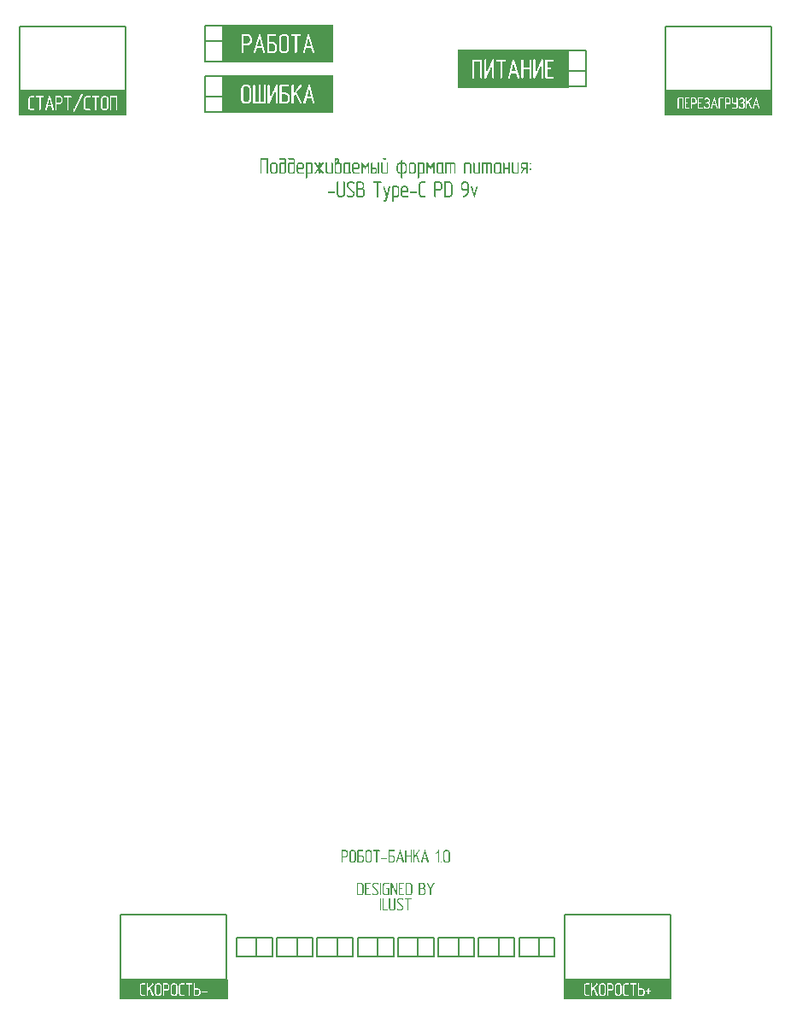
<source format=gto>
G04*
G04 #@! TF.GenerationSoftware,Altium Limited,Altium Designer,20.2.7 (254)*
G04*
G04 Layer_Color=65535*
%FSLAX42Y42*%
%MOMM*%
G71*
G04*
G04 #@! TF.SameCoordinates,A3C6821A-A7B5-4D3C-B142-2EE2455FBD40*
G04*
G04*
G04 #@! TF.FilePolarity,Positive*
G04*
G01*
G75*
%ADD10C,0.20*%
G36*
X3735Y3835D02*
X2665D01*
Y4085D01*
X3735D01*
Y3835D01*
D02*
G37*
G36*
X-2665D02*
X-3735D01*
Y4085D01*
X-2665D01*
Y3835D01*
D02*
G37*
G36*
X-191Y-3762D02*
X-190D01*
X-189Y-3762D01*
X-186Y-3762D01*
X-183Y-3763D01*
X-179Y-3764D01*
X-176Y-3766D01*
X-172Y-3768D01*
X-172Y-3768D01*
X-172Y-3768D01*
X-171Y-3769D01*
X-170Y-3771D01*
X-170Y-3772D01*
X-169Y-3773D01*
Y-3773D01*
Y-3773D01*
X-170Y-3774D01*
X-170Y-3776D01*
X-171Y-3777D01*
X-171Y-3777D01*
X-172Y-3778D01*
X-173Y-3778D01*
X-174Y-3779D01*
X-176Y-3779D01*
X-176D01*
X-177Y-3779D01*
X-178Y-3779D01*
X-179Y-3778D01*
X-180Y-3778D01*
X-181Y-3777D01*
X-182Y-3777D01*
X-184Y-3776D01*
X-186Y-3775D01*
X-188Y-3774D01*
X-191Y-3774D01*
X-193Y-3774D01*
X-208D01*
X-209Y-3774D01*
X-210Y-3774D01*
X-212Y-3775D01*
X-214Y-3776D01*
X-216Y-3777D01*
X-218Y-3778D01*
X-218Y-3778D01*
X-218Y-3779D01*
X-219Y-3780D01*
X-220Y-3781D01*
X-221Y-3783D01*
X-221Y-3785D01*
X-222Y-3787D01*
X-222Y-3790D01*
Y-3790D01*
Y-3791D01*
X-222Y-3792D01*
X-221Y-3793D01*
X-221Y-3795D01*
X-220Y-3797D01*
X-219Y-3799D01*
X-217Y-3801D01*
X-178Y-3840D01*
X-178D01*
X-178Y-3840D01*
X-177Y-3841D01*
X-176Y-3843D01*
X-174Y-3845D01*
X-173Y-3848D01*
X-171Y-3852D01*
X-170Y-3855D01*
X-170Y-3857D01*
Y-3859D01*
Y-3860D01*
Y-3860D01*
Y-3860D01*
X-170Y-3861D01*
Y-3862D01*
X-170Y-3864D01*
X-171Y-3866D01*
X-172Y-3869D01*
X-174Y-3873D01*
X-176Y-3876D01*
X-177Y-3878D01*
X-178Y-3879D01*
X-179Y-3880D01*
X-180Y-3881D01*
X-181Y-3882D01*
X-184Y-3883D01*
X-187Y-3885D01*
X-190Y-3886D01*
X-194Y-3887D01*
X-196Y-3887D01*
X-198Y-3887D01*
X-212D01*
X-213Y-3887D01*
X-214D01*
X-216Y-3887D01*
X-219Y-3887D01*
X-222Y-3886D01*
X-226Y-3885D01*
X-229Y-3883D01*
X-232Y-3881D01*
X-233Y-3881D01*
X-233Y-3881D01*
X-233Y-3880D01*
X-234Y-3878D01*
X-235Y-3877D01*
X-235Y-3876D01*
Y-3876D01*
Y-3876D01*
X-235Y-3875D01*
X-234Y-3873D01*
X-233Y-3872D01*
Y-3872D01*
X-233Y-3872D01*
X-232Y-3871D01*
X-231Y-3870D01*
X-230Y-3870D01*
X-228D01*
X-228Y-3870D01*
X-226Y-3870D01*
X-225Y-3871D01*
X-224Y-3871D01*
X-224Y-3872D01*
X-222Y-3872D01*
X-221Y-3873D01*
X-218Y-3874D01*
X-216Y-3875D01*
X-214Y-3875D01*
X-211Y-3875D01*
X-197D01*
X-196Y-3875D01*
X-194Y-3875D01*
X-193Y-3874D01*
X-191Y-3873D01*
X-189Y-3872D01*
X-187Y-3871D01*
X-187Y-3870D01*
X-186Y-3870D01*
X-186Y-3869D01*
X-185Y-3867D01*
X-184Y-3866D01*
X-183Y-3864D01*
X-183Y-3862D01*
X-182Y-3859D01*
Y-3859D01*
Y-3858D01*
X-183Y-3857D01*
X-183Y-3856D01*
X-184Y-3854D01*
X-184Y-3852D01*
X-186Y-3850D01*
X-187Y-3848D01*
X-226Y-3809D01*
Y-3809D01*
X-227Y-3809D01*
X-228Y-3808D01*
X-229Y-3806D01*
X-230Y-3804D01*
X-232Y-3801D01*
X-233Y-3797D01*
X-234Y-3794D01*
X-234Y-3792D01*
X-235Y-3790D01*
Y-3789D01*
Y-3789D01*
Y-3788D01*
X-234Y-3787D01*
X-234Y-3785D01*
X-233Y-3783D01*
X-233Y-3780D01*
X-231Y-3776D01*
X-229Y-3773D01*
X-228Y-3771D01*
X-226Y-3770D01*
X-226Y-3770D01*
X-226Y-3769D01*
X-225Y-3768D01*
X-223Y-3767D01*
X-221Y-3765D01*
X-218Y-3764D01*
X-215Y-3763D01*
X-211Y-3762D01*
X-209Y-3761D01*
X-192D01*
X-191Y-3762D01*
D02*
G37*
G36*
X380D02*
X381Y-3762D01*
X382Y-3763D01*
X383Y-3764D01*
X384Y-3765D01*
X384Y-3767D01*
Y-3768D01*
X384Y-3768D01*
X384Y-3769D01*
X383Y-3771D01*
X353Y-3826D01*
Y-3881D01*
Y-3882D01*
Y-3882D01*
X353Y-3883D01*
X353Y-3884D01*
X352Y-3886D01*
X351Y-3887D01*
X349Y-3887D01*
X347Y-3887D01*
X347D01*
X346Y-3887D01*
X345Y-3887D01*
X344Y-3887D01*
X343Y-3886D01*
X342Y-3885D01*
X341Y-3883D01*
X341Y-3881D01*
Y-3826D01*
X311Y-3770D01*
X311Y-3770D01*
X311Y-3770D01*
X310Y-3768D01*
X310Y-3767D01*
Y-3767D01*
X310Y-3766D01*
X311Y-3765D01*
X311Y-3764D01*
X312Y-3763D01*
X313Y-3762D01*
X315Y-3761D01*
X317Y-3761D01*
X317D01*
X318Y-3761D01*
X319Y-3762D01*
X320Y-3762D01*
X321Y-3763D01*
X321Y-3764D01*
X322Y-3765D01*
X347Y-3813D01*
X372Y-3765D01*
Y-3764D01*
X373Y-3764D01*
X374Y-3763D01*
X375Y-3762D01*
X376Y-3761D01*
X378Y-3761D01*
X379D01*
X380Y-3762D01*
D02*
G37*
G36*
X11Y-3762D02*
X12Y-3762D01*
X13Y-3763D01*
X14Y-3764D01*
X15Y-3765D01*
X15Y-3767D01*
Y-3881D01*
Y-3882D01*
Y-3882D01*
X15Y-3883D01*
X14Y-3884D01*
X14Y-3886D01*
X12Y-3887D01*
X11Y-3887D01*
X9Y-3887D01*
X8D01*
X7Y-3887D01*
X6Y-3887D01*
X6Y-3886D01*
X5Y-3886D01*
X4Y-3885D01*
X3Y-3883D01*
X-38Y-3789D01*
Y-3881D01*
Y-3882D01*
Y-3882D01*
X-38Y-3883D01*
X-39Y-3884D01*
X-39Y-3886D01*
X-40Y-3887D01*
X-42Y-3887D01*
X-44Y-3887D01*
X-44D01*
X-45Y-3887D01*
X-46Y-3887D01*
X-47Y-3887D01*
X-48Y-3886D01*
X-49Y-3885D01*
X-50Y-3883D01*
X-50Y-3881D01*
Y-3767D01*
Y-3767D01*
X-50Y-3767D01*
X-50Y-3766D01*
X-49Y-3764D01*
X-49Y-3763D01*
X-48Y-3762D01*
X-46Y-3762D01*
X-44Y-3761D01*
X-43D01*
X-43Y-3762D01*
X-42Y-3762D01*
X-41Y-3762D01*
X-40Y-3763D01*
X-39Y-3764D01*
X-38Y-3765D01*
X3Y-3860D01*
Y-3767D01*
Y-3767D01*
X3Y-3767D01*
X3Y-3766D01*
X3Y-3764D01*
X4Y-3763D01*
X5Y-3762D01*
X7Y-3762D01*
X9Y-3761D01*
X10D01*
X11Y-3762D01*
D02*
G37*
G36*
X266Y-3762D02*
X266D01*
X268Y-3762D01*
X270Y-3762D01*
X273Y-3763D01*
X277Y-3765D01*
X280Y-3767D01*
X282Y-3768D01*
X283Y-3770D01*
X284D01*
X284Y-3770D01*
X285Y-3771D01*
X286Y-3773D01*
X288Y-3775D01*
X289Y-3778D01*
X291Y-3781D01*
X291Y-3785D01*
X292Y-3787D01*
Y-3789D01*
Y-3798D01*
Y-3798D01*
Y-3799D01*
Y-3799D01*
X292Y-3800D01*
X291Y-3801D01*
X291Y-3803D01*
X291Y-3806D01*
X289Y-3809D01*
X288Y-3812D01*
X286Y-3814D01*
X285Y-3815D01*
X284Y-3817D01*
X282Y-3818D01*
X282Y-3819D01*
X283Y-3819D01*
X284Y-3820D01*
X285Y-3820D01*
X287Y-3822D01*
X289Y-3823D01*
X290Y-3825D01*
X292Y-3827D01*
X292Y-3828D01*
X293Y-3829D01*
X293Y-3830D01*
X294Y-3832D01*
X295Y-3834D01*
X296Y-3836D01*
X296Y-3839D01*
X296Y-3842D01*
Y-3860D01*
Y-3860D01*
Y-3860D01*
Y-3861D01*
X296Y-3861D01*
X296Y-3863D01*
X295Y-3866D01*
X294Y-3869D01*
X293Y-3872D01*
X291Y-3876D01*
X289Y-3877D01*
X288Y-3879D01*
X288D01*
X287Y-3880D01*
X286Y-3880D01*
X284Y-3882D01*
X282Y-3883D01*
X279Y-3885D01*
X276Y-3886D01*
X272Y-3887D01*
X270Y-3887D01*
X268Y-3887D01*
X237D01*
X236Y-3887D01*
X235Y-3887D01*
X234Y-3887D01*
X233Y-3886D01*
X232Y-3885D01*
X231Y-3883D01*
X231Y-3881D01*
Y-3767D01*
Y-3767D01*
X231Y-3767D01*
X231Y-3766D01*
X232Y-3764D01*
X233Y-3763D01*
X234Y-3762D01*
X235Y-3762D01*
X237Y-3761D01*
X265D01*
X266Y-3762D01*
D02*
G37*
G36*
X138D02*
X139D01*
X140Y-3762D01*
X143Y-3762D01*
X146Y-3763D01*
X149Y-3765D01*
X153Y-3767D01*
X154Y-3768D01*
X156Y-3770D01*
X156D01*
X156Y-3770D01*
X157Y-3771D01*
X159Y-3773D01*
X160Y-3775D01*
X162Y-3778D01*
X163Y-3781D01*
X164Y-3785D01*
X164Y-3787D01*
Y-3789D01*
Y-3860D01*
Y-3860D01*
Y-3860D01*
Y-3861D01*
X164Y-3861D01*
X164Y-3864D01*
X163Y-3866D01*
X162Y-3870D01*
X161Y-3873D01*
X159Y-3876D01*
X158Y-3878D01*
X156Y-3879D01*
X156Y-3880D01*
X155Y-3881D01*
X153Y-3882D01*
X151Y-3883D01*
X148Y-3885D01*
X144Y-3886D01*
X140Y-3887D01*
X138Y-3887D01*
X136Y-3887D01*
X105D01*
X104Y-3887D01*
X104Y-3887D01*
X102Y-3887D01*
X101Y-3886D01*
X100Y-3885D01*
X99Y-3883D01*
X99Y-3881D01*
Y-3767D01*
Y-3767D01*
X99Y-3767D01*
X100Y-3766D01*
X100Y-3764D01*
X101Y-3763D01*
X102Y-3762D01*
X103Y-3762D01*
X105Y-3761D01*
X137D01*
X138Y-3762D01*
D02*
G37*
G36*
X81Y-3762D02*
X82Y-3762D01*
X83Y-3763D01*
X84Y-3764D01*
X85Y-3765D01*
X85Y-3767D01*
Y-3768D01*
Y-3768D01*
X85Y-3769D01*
X84Y-3770D01*
X84Y-3772D01*
X83Y-3773D01*
X81Y-3773D01*
X79Y-3774D01*
X41D01*
Y-3814D01*
X62D01*
X63Y-3814D01*
X65Y-3815D01*
X66Y-3815D01*
X67Y-3817D01*
X67Y-3818D01*
X68Y-3820D01*
Y-3820D01*
Y-3821D01*
X67Y-3822D01*
X67Y-3823D01*
X66Y-3824D01*
X65Y-3825D01*
X64Y-3826D01*
X61Y-3826D01*
X41D01*
Y-3875D01*
X80D01*
X81Y-3876D01*
X82Y-3876D01*
X83Y-3877D01*
X84Y-3878D01*
X85Y-3879D01*
X85Y-3881D01*
Y-3882D01*
Y-3882D01*
X85Y-3883D01*
X84Y-3884D01*
X84Y-3886D01*
X83Y-3887D01*
X81Y-3887D01*
X79Y-3887D01*
X35D01*
X34Y-3887D01*
X33Y-3887D01*
X32Y-3887D01*
X31Y-3886D01*
X30Y-3885D01*
X29Y-3883D01*
X29Y-3881D01*
Y-3767D01*
Y-3767D01*
X29Y-3767D01*
X29Y-3766D01*
X30Y-3764D01*
X31Y-3763D01*
X32Y-3762D01*
X33Y-3762D01*
X35Y-3761D01*
X80D01*
X81Y-3762D01*
D02*
G37*
G36*
X-68D02*
X-67Y-3762D01*
X-66Y-3763D01*
X-65Y-3764D01*
X-64Y-3765D01*
X-64Y-3767D01*
Y-3768D01*
Y-3768D01*
X-64Y-3769D01*
X-65Y-3770D01*
X-66Y-3772D01*
X-67Y-3773D01*
X-68Y-3773D01*
X-70Y-3774D01*
X-102D01*
X-103Y-3774D01*
X-105Y-3774D01*
X-107Y-3775D01*
X-109Y-3776D01*
X-110Y-3777D01*
X-112Y-3778D01*
X-112Y-3779D01*
X-113Y-3779D01*
X-114Y-3780D01*
X-114Y-3782D01*
X-115Y-3783D01*
X-116Y-3785D01*
X-117Y-3787D01*
X-117Y-3789D01*
Y-3860D01*
Y-3860D01*
Y-3861D01*
X-117Y-3862D01*
X-116Y-3863D01*
X-116Y-3865D01*
X-115Y-3867D01*
X-114Y-3869D01*
X-112Y-3871D01*
X-112Y-3871D01*
X-111Y-3871D01*
X-110Y-3872D01*
X-109Y-3873D01*
X-107Y-3874D01*
X-106Y-3875D01*
X-104Y-3875D01*
X-101Y-3875D01*
X-76D01*
Y-3826D01*
X-88D01*
X-89Y-3826D01*
X-90Y-3826D01*
X-91Y-3825D01*
X-92Y-3825D01*
X-93Y-3824D01*
X-94Y-3822D01*
X-94Y-3820D01*
Y-3820D01*
X-94Y-3819D01*
X-94Y-3818D01*
X-93Y-3817D01*
X-93Y-3816D01*
X-91Y-3815D01*
X-90Y-3814D01*
X-88Y-3814D01*
X-69D01*
X-68Y-3814D01*
X-67Y-3815D01*
X-66Y-3815D01*
X-65Y-3817D01*
X-64Y-3818D01*
X-64Y-3820D01*
Y-3881D01*
Y-3882D01*
Y-3882D01*
X-64Y-3883D01*
X-65Y-3884D01*
X-66Y-3886D01*
X-67Y-3887D01*
X-68Y-3887D01*
X-70Y-3887D01*
X-102D01*
X-103Y-3887D01*
X-104D01*
X-105Y-3887D01*
X-108Y-3886D01*
X-111Y-3885D01*
X-114Y-3884D01*
X-118Y-3882D01*
X-119Y-3881D01*
X-121Y-3879D01*
Y-3879D01*
X-121Y-3879D01*
X-122Y-3878D01*
X-124Y-3876D01*
X-125Y-3874D01*
X-127Y-3871D01*
X-128Y-3867D01*
X-129Y-3864D01*
X-129Y-3862D01*
X-129Y-3860D01*
Y-3789D01*
Y-3789D01*
Y-3789D01*
Y-3788D01*
X-129Y-3787D01*
X-129Y-3785D01*
X-128Y-3782D01*
X-127Y-3780D01*
X-126Y-3776D01*
X-124Y-3773D01*
X-123Y-3771D01*
X-121Y-3770D01*
X-121Y-3770D01*
X-121Y-3769D01*
X-120Y-3768D01*
X-118Y-3767D01*
X-116Y-3765D01*
X-113Y-3764D01*
X-109Y-3763D01*
X-105Y-3762D01*
X-103Y-3761D01*
X-69D01*
X-68Y-3762D01*
D02*
G37*
G36*
X-148D02*
X-146Y-3762D01*
X-145Y-3763D01*
X-144Y-3764D01*
X-144Y-3765D01*
X-143Y-3767D01*
Y-3881D01*
Y-3882D01*
Y-3882D01*
X-144Y-3883D01*
X-144Y-3884D01*
X-145Y-3886D01*
X-146Y-3887D01*
X-148Y-3887D01*
X-150Y-3887D01*
X-150D01*
X-151Y-3887D01*
X-151Y-3887D01*
X-153Y-3887D01*
X-154Y-3886D01*
X-155Y-3885D01*
X-156Y-3883D01*
X-156Y-3881D01*
Y-3767D01*
Y-3767D01*
X-156Y-3767D01*
X-155Y-3766D01*
X-155Y-3764D01*
X-154Y-3763D01*
X-153Y-3762D01*
X-152Y-3762D01*
X-150Y-3761D01*
X-149D01*
X-148Y-3762D01*
D02*
G37*
G36*
X-253D02*
X-252Y-3762D01*
X-251Y-3763D01*
X-250Y-3764D01*
X-249Y-3765D01*
X-249Y-3767D01*
Y-3768D01*
Y-3768D01*
X-249Y-3769D01*
X-250Y-3770D01*
X-250Y-3772D01*
X-251Y-3773D01*
X-253Y-3773D01*
X-255Y-3774D01*
X-293D01*
Y-3814D01*
X-272D01*
X-271Y-3814D01*
X-269Y-3815D01*
X-268Y-3815D01*
X-267Y-3817D01*
X-267Y-3818D01*
X-266Y-3820D01*
Y-3820D01*
Y-3821D01*
X-267Y-3822D01*
X-267Y-3823D01*
X-268Y-3824D01*
X-269Y-3825D01*
X-271Y-3826D01*
X-273Y-3826D01*
X-293D01*
Y-3875D01*
X-254D01*
X-253Y-3876D01*
X-252Y-3876D01*
X-251Y-3877D01*
X-250Y-3878D01*
X-249Y-3879D01*
X-249Y-3881D01*
Y-3882D01*
Y-3882D01*
X-249Y-3883D01*
X-250Y-3884D01*
X-250Y-3886D01*
X-251Y-3887D01*
X-253Y-3887D01*
X-255Y-3887D01*
X-299D01*
X-300Y-3887D01*
X-301Y-3887D01*
X-302Y-3887D01*
X-303Y-3886D01*
X-304Y-3885D01*
X-305Y-3883D01*
X-305Y-3881D01*
Y-3767D01*
Y-3767D01*
X-305Y-3767D01*
X-305Y-3766D01*
X-304Y-3764D01*
X-303Y-3763D01*
X-302Y-3762D01*
X-301Y-3762D01*
X-299Y-3761D01*
X-254D01*
X-253Y-3762D01*
D02*
G37*
G36*
X-345Y-3762D02*
X-344D01*
X-343Y-3762D01*
X-341Y-3762D01*
X-337Y-3763D01*
X-334Y-3765D01*
X-331Y-3767D01*
X-329Y-3768D01*
X-327Y-3770D01*
X-327D01*
X-327Y-3770D01*
X-326Y-3771D01*
X-325Y-3773D01*
X-323Y-3775D01*
X-322Y-3778D01*
X-320Y-3781D01*
X-319Y-3785D01*
X-319Y-3787D01*
Y-3789D01*
Y-3860D01*
Y-3860D01*
Y-3860D01*
Y-3861D01*
X-319Y-3861D01*
X-319Y-3864D01*
X-320Y-3866D01*
X-321Y-3870D01*
X-323Y-3873D01*
X-325Y-3876D01*
X-326Y-3878D01*
X-327Y-3879D01*
X-328Y-3880D01*
X-329Y-3881D01*
X-331Y-3882D01*
X-333Y-3883D01*
X-336Y-3885D01*
X-339Y-3886D01*
X-343Y-3887D01*
X-345Y-3887D01*
X-347Y-3887D01*
X-378D01*
X-379Y-3887D01*
X-380Y-3887D01*
X-381Y-3887D01*
X-382Y-3886D01*
X-383Y-3885D01*
X-384Y-3883D01*
X-384Y-3881D01*
Y-3767D01*
Y-3767D01*
X-384Y-3767D01*
X-384Y-3766D01*
X-383Y-3764D01*
X-383Y-3763D01*
X-382Y-3762D01*
X-380Y-3762D01*
X-378Y-3761D01*
X-346D01*
X-345Y-3762D01*
D02*
G37*
G36*
X55Y-3913D02*
X56D01*
X57Y-3913D01*
X60Y-3913D01*
X63Y-3914D01*
X67Y-3915D01*
X71Y-3917D01*
X74Y-3919D01*
X74Y-3919D01*
X74Y-3920D01*
X75Y-3921D01*
X76Y-3922D01*
X77Y-3923D01*
X77Y-3924D01*
Y-3924D01*
Y-3924D01*
X77Y-3925D01*
X76Y-3927D01*
X76Y-3928D01*
X75Y-3929D01*
X74Y-3929D01*
X74Y-3930D01*
X72Y-3930D01*
X71Y-3930D01*
X70D01*
X69Y-3930D01*
X68Y-3930D01*
X67Y-3930D01*
X66Y-3929D01*
X66Y-3929D01*
X64Y-3928D01*
X62Y-3927D01*
X60Y-3926D01*
X58Y-3926D01*
X55Y-3925D01*
X53Y-3925D01*
X39D01*
X37Y-3925D01*
X36Y-3925D01*
X34Y-3926D01*
X32Y-3927D01*
X31Y-3928D01*
X29Y-3930D01*
X29Y-3930D01*
X28Y-3930D01*
X27Y-3931D01*
X26Y-3933D01*
X26Y-3934D01*
X25Y-3936D01*
X24Y-3938D01*
X24Y-3941D01*
Y-3941D01*
Y-3942D01*
X24Y-3943D01*
X25Y-3945D01*
X25Y-3946D01*
X26Y-3948D01*
X27Y-3950D01*
X29Y-3952D01*
X68Y-3991D01*
X68D01*
X68Y-3991D01*
X69Y-3993D01*
X71Y-3994D01*
X72Y-3997D01*
X74Y-4000D01*
X75Y-4003D01*
X76Y-4007D01*
X76Y-4009D01*
Y-4011D01*
Y-4011D01*
Y-4011D01*
Y-4012D01*
X76Y-4013D01*
Y-4014D01*
X76Y-4015D01*
X75Y-4018D01*
X74Y-4021D01*
X73Y-4024D01*
X71Y-4028D01*
X69Y-4029D01*
X68Y-4031D01*
X68Y-4031D01*
X66Y-4032D01*
X65Y-4033D01*
X62Y-4035D01*
X59Y-4036D01*
X56Y-4038D01*
X52Y-4038D01*
X50Y-4039D01*
X48Y-4039D01*
X34D01*
X33Y-4039D01*
X32D01*
X31Y-4038D01*
X28Y-4038D01*
X24Y-4037D01*
X21Y-4036D01*
X17Y-4035D01*
X14Y-4032D01*
X14Y-4032D01*
X14Y-4032D01*
X13Y-4031D01*
X12Y-4029D01*
X12Y-4028D01*
X11Y-4027D01*
Y-4027D01*
Y-4027D01*
X12Y-4026D01*
X12Y-4025D01*
X13Y-4023D01*
Y-4023D01*
X14Y-4023D01*
X14Y-4022D01*
X16Y-4022D01*
X17Y-4021D01*
X18D01*
X19Y-4021D01*
X20Y-4022D01*
X21Y-4023D01*
X22Y-4023D01*
X23Y-4023D01*
X24Y-4024D01*
X26Y-4025D01*
X28Y-4025D01*
X30Y-4026D01*
X33Y-4026D01*
X35Y-4027D01*
X49D01*
X50Y-4026D01*
X52Y-4026D01*
X54Y-4025D01*
X56Y-4025D01*
X57Y-4023D01*
X59Y-4022D01*
X59Y-4022D01*
X60Y-4021D01*
X61Y-4020D01*
X62Y-4019D01*
X62Y-4017D01*
X63Y-4015D01*
X64Y-4013D01*
X64Y-4011D01*
Y-4010D01*
Y-4010D01*
X64Y-4008D01*
X63Y-4007D01*
X63Y-4005D01*
X62Y-4003D01*
X61Y-4002D01*
X59Y-4000D01*
X20Y-3960D01*
Y-3960D01*
X20Y-3960D01*
X19Y-3959D01*
X17Y-3957D01*
X16Y-3955D01*
X14Y-3952D01*
X13Y-3949D01*
X12Y-3945D01*
X12Y-3943D01*
X12Y-3941D01*
Y-3941D01*
Y-3940D01*
Y-3940D01*
X12Y-3939D01*
X12Y-3937D01*
X13Y-3934D01*
X14Y-3931D01*
X15Y-3928D01*
X17Y-3924D01*
X18Y-3923D01*
X20Y-3921D01*
X20Y-3921D01*
X20Y-3921D01*
X21Y-3920D01*
X23Y-3918D01*
X25Y-3917D01*
X28Y-3915D01*
X32Y-3914D01*
X36Y-3913D01*
X38Y-3913D01*
X54D01*
X55Y-3913D01*
D02*
G37*
G36*
X-7Y-3913D02*
X-6Y-3913D01*
X-4Y-3914D01*
X-3Y-3915D01*
X-3Y-3917D01*
X-2Y-3919D01*
Y-4011D01*
Y-4011D01*
Y-4011D01*
Y-4012D01*
X-3Y-4013D01*
X-3Y-4015D01*
X-4Y-4018D01*
X-4Y-4021D01*
X-6Y-4024D01*
X-8Y-4028D01*
X-9Y-4029D01*
X-11Y-4031D01*
X-11Y-4031D01*
X-12Y-4032D01*
X-14Y-4033D01*
X-16Y-4035D01*
X-19Y-4036D01*
X-23Y-4038D01*
X-26Y-4038D01*
X-29Y-4039D01*
X-31Y-4039D01*
X-41D01*
X-41Y-4039D01*
X-42D01*
X-44Y-4038D01*
X-46Y-4038D01*
X-49Y-4037D01*
X-53Y-4035D01*
X-56Y-4033D01*
X-58Y-4032D01*
X-59Y-4031D01*
Y-4030D01*
X-60Y-4030D01*
X-61Y-4029D01*
X-62Y-4028D01*
X-64Y-4025D01*
X-65Y-4022D01*
X-66Y-4019D01*
X-67Y-4015D01*
X-67Y-4013D01*
X-68Y-4011D01*
Y-3919D01*
Y-3919D01*
X-67Y-3918D01*
X-67Y-3917D01*
X-67Y-3916D01*
X-66Y-3915D01*
X-65Y-3914D01*
X-64Y-3913D01*
X-61Y-3913D01*
X-61D01*
X-59Y-3913D01*
X-58Y-3913D01*
X-57Y-3914D01*
X-56Y-3915D01*
X-55Y-3917D01*
X-55Y-3919D01*
Y-4011D01*
Y-4011D01*
Y-4012D01*
X-55Y-4013D01*
X-55Y-4015D01*
X-54Y-4016D01*
X-53Y-4018D01*
X-52Y-4020D01*
X-51Y-4022D01*
X-50Y-4022D01*
X-50Y-4023D01*
X-49Y-4023D01*
X-47Y-4024D01*
X-46Y-4025D01*
X-44Y-4026D01*
X-42Y-4026D01*
X-39Y-4027D01*
X-30D01*
X-29Y-4026D01*
X-27Y-4026D01*
X-25Y-4025D01*
X-23Y-4025D01*
X-21Y-4024D01*
X-20Y-4022D01*
X-19Y-4022D01*
X-19Y-4021D01*
X-18Y-4020D01*
X-17Y-4019D01*
X-16Y-4017D01*
X-16Y-4015D01*
X-15Y-4013D01*
X-15Y-4011D01*
Y-3919D01*
Y-3919D01*
X-15Y-3918D01*
X-14Y-3917D01*
X-14Y-3916D01*
X-13Y-3915D01*
X-12Y-3914D01*
X-11Y-3913D01*
X-9Y-3913D01*
X-8D01*
X-7Y-3913D01*
D02*
G37*
G36*
X151D02*
X152Y-3913D01*
X154Y-3914D01*
X155Y-3915D01*
X155Y-3917D01*
X156Y-3919D01*
Y-3919D01*
Y-3920D01*
X155Y-3921D01*
X155Y-3922D01*
X154Y-3923D01*
X153Y-3924D01*
X151Y-3925D01*
X149Y-3925D01*
X129D01*
Y-4033D01*
Y-4033D01*
Y-4034D01*
X129Y-4035D01*
X129Y-4036D01*
X128Y-4037D01*
X127Y-4038D01*
X125Y-4039D01*
X123Y-4039D01*
X123D01*
X122Y-4039D01*
X121Y-4038D01*
X120Y-4038D01*
X119Y-4037D01*
X118Y-4036D01*
X117Y-4035D01*
X117Y-4033D01*
Y-3925D01*
X96D01*
X96Y-3925D01*
X95Y-3925D01*
X94Y-3924D01*
X92Y-3923D01*
X91Y-3922D01*
X91Y-3921D01*
X91Y-3919D01*
Y-3919D01*
X91Y-3918D01*
X91Y-3917D01*
X91Y-3916D01*
X92Y-3915D01*
X93Y-3914D01*
X95Y-3913D01*
X97Y-3913D01*
X150D01*
X151Y-3913D01*
D02*
G37*
G36*
X-121D02*
X-120Y-3913D01*
X-119Y-3914D01*
X-118Y-3915D01*
X-117Y-3917D01*
X-117Y-3919D01*
Y-4027D01*
X-87D01*
X-86Y-4027D01*
X-85Y-4027D01*
X-84Y-4028D01*
X-83Y-4029D01*
X-82Y-4031D01*
X-82Y-4033D01*
Y-4033D01*
Y-4034D01*
X-82Y-4035D01*
X-82Y-4036D01*
X-83Y-4037D01*
X-84Y-4038D01*
X-86Y-4039D01*
X-88Y-4039D01*
X-123D01*
X-124Y-4039D01*
X-125Y-4038D01*
X-126Y-4038D01*
X-127Y-4037D01*
X-128Y-4036D01*
X-129Y-4035D01*
X-129Y-4033D01*
Y-3919D01*
Y-3919D01*
X-129Y-3918D01*
X-129Y-3917D01*
X-128Y-3916D01*
X-128Y-3915D01*
X-126Y-3914D01*
X-125Y-3913D01*
X-123Y-3913D01*
X-122D01*
X-121Y-3913D01*
D02*
G37*
G36*
X-147D02*
X-146Y-3913D01*
X-145Y-3914D01*
X-144Y-3915D01*
X-143Y-3917D01*
X-143Y-3919D01*
Y-4033D01*
Y-4033D01*
Y-4034D01*
X-144Y-4035D01*
X-144Y-4036D01*
X-145Y-4037D01*
X-146Y-4038D01*
X-147Y-4039D01*
X-149Y-4039D01*
X-150D01*
X-150Y-4039D01*
X-151Y-4038D01*
X-152Y-4038D01*
X-154Y-4037D01*
X-155Y-4036D01*
X-155Y-4035D01*
X-156Y-4033D01*
Y-3919D01*
Y-3919D01*
X-155Y-3918D01*
X-155Y-3917D01*
X-155Y-3916D01*
X-154Y-3915D01*
X-153Y-3914D01*
X-151Y-3913D01*
X-149Y-3913D01*
X-149D01*
X-147Y-3913D01*
D02*
G37*
G36*
X-1665Y-4920D02*
X-2735D01*
Y-4720D01*
X-1665D01*
Y-4920D01*
D02*
G37*
G36*
X1714Y4112D02*
X614D01*
Y4488D01*
X1714D01*
Y4112D01*
D02*
G37*
G36*
X-96Y3417D02*
X-95Y3416D01*
X-93Y3415D01*
X-92Y3414D01*
X-91Y3412D01*
X-91Y3409D01*
Y3409D01*
Y3408D01*
X-92Y3407D01*
X-92Y3406D01*
X-93Y3404D01*
X-94Y3403D01*
X-96Y3402D01*
X-99Y3402D01*
X-121D01*
X-122Y3402D01*
X-123Y3402D01*
X-124Y3403D01*
X-126Y3404D01*
X-127Y3405D01*
X-128Y3407D01*
X-128Y3409D01*
Y3410D01*
X-128Y3411D01*
X-128Y3412D01*
X-127Y3413D01*
X-126Y3415D01*
X-125Y3416D01*
X-123Y3417D01*
X-120Y3417D01*
X-98D01*
X-96Y3417D01*
D02*
G37*
G36*
X1337Y3367D02*
X1338Y3367D01*
X1340Y3366D01*
X1341Y3365D01*
X1342Y3363D01*
X1342Y3360D01*
Y3360D01*
Y3359D01*
X1342Y3358D01*
X1341Y3356D01*
X1340Y3355D01*
X1339Y3353D01*
X1337Y3353D01*
X1334Y3352D01*
X1334D01*
X1333Y3353D01*
X1332Y3353D01*
X1331Y3353D01*
X1329Y3354D01*
X1328Y3356D01*
X1327Y3358D01*
X1327Y3360D01*
Y3360D01*
X1327Y3361D01*
X1327Y3362D01*
X1328Y3364D01*
X1329Y3365D01*
X1330Y3367D01*
X1332Y3368D01*
X1334Y3368D01*
X1335D01*
X1337Y3367D01*
D02*
G37*
G36*
X382Y3373D02*
X383Y3373D01*
X385Y3372D01*
X386Y3370D01*
X387Y3368D01*
X387Y3366D01*
Y3267D01*
Y3267D01*
Y3266D01*
X387Y3265D01*
X386Y3263D01*
X385Y3262D01*
X384Y3261D01*
X382Y3260D01*
X379Y3259D01*
X379D01*
X378Y3260D01*
X377Y3260D01*
X376Y3260D01*
X374Y3261D01*
X373Y3263D01*
X372Y3265D01*
X372Y3267D01*
Y3345D01*
X353Y3312D01*
X353Y3312D01*
X353Y3312D01*
X352Y3311D01*
X351Y3310D01*
X349Y3309D01*
X348Y3308D01*
X347Y3308D01*
X346D01*
X345Y3308D01*
X344Y3308D01*
X343Y3309D01*
X342Y3310D01*
X341Y3311D01*
X340Y3312D01*
X321Y3345D01*
Y3267D01*
Y3267D01*
Y3266D01*
X321Y3265D01*
X320Y3263D01*
X319Y3262D01*
X318Y3261D01*
X316Y3260D01*
X313Y3259D01*
X313D01*
X312Y3260D01*
X311Y3260D01*
X310Y3260D01*
X308Y3261D01*
X307Y3263D01*
X306Y3265D01*
X306Y3267D01*
Y3366D01*
Y3366D01*
X306Y3367D01*
X306Y3368D01*
X307Y3370D01*
X308Y3371D01*
X309Y3372D01*
X311Y3373D01*
X313Y3374D01*
X314D01*
X315Y3373D01*
X316D01*
X318Y3372D01*
X319Y3372D01*
X319Y3371D01*
X346Y3329D01*
X373Y3370D01*
Y3370D01*
X373Y3371D01*
X375Y3372D01*
X377Y3373D01*
X378Y3373D01*
X379Y3374D01*
X381D01*
X382Y3373D01*
D02*
G37*
G36*
X-266D02*
X-265Y3373D01*
X-263Y3372D01*
X-262Y3370D01*
X-261Y3368D01*
X-261Y3366D01*
Y3267D01*
Y3267D01*
Y3266D01*
X-261Y3265D01*
X-262Y3263D01*
X-263Y3262D01*
X-264Y3261D01*
X-266Y3260D01*
X-269Y3259D01*
X-269D01*
X-270Y3260D01*
X-271Y3260D01*
X-272Y3260D01*
X-274Y3261D01*
X-275Y3263D01*
X-276Y3265D01*
X-276Y3267D01*
Y3345D01*
X-295Y3312D01*
X-295Y3312D01*
X-295Y3312D01*
X-296Y3311D01*
X-297Y3310D01*
X-299Y3309D01*
X-300Y3308D01*
X-302Y3308D01*
X-302D01*
X-303Y3308D01*
X-304Y3308D01*
X-305Y3309D01*
X-306Y3310D01*
X-307Y3311D01*
X-308Y3312D01*
X-327Y3345D01*
Y3267D01*
Y3267D01*
Y3266D01*
X-327Y3265D01*
X-328Y3263D01*
X-329Y3262D01*
X-330Y3261D01*
X-332Y3260D01*
X-335Y3259D01*
X-335D01*
X-336Y3260D01*
X-337Y3260D01*
X-338Y3260D01*
X-340Y3261D01*
X-341Y3263D01*
X-342Y3265D01*
X-342Y3267D01*
Y3366D01*
Y3366D01*
X-342Y3367D01*
X-342Y3368D01*
X-341Y3370D01*
X-340Y3371D01*
X-339Y3372D01*
X-337Y3373D01*
X-335Y3374D01*
X-334D01*
X-333Y3373D01*
X-332D01*
X-331Y3372D01*
X-330Y3372D01*
X-329Y3371D01*
X-302Y3329D01*
X-275Y3370D01*
Y3370D01*
X-275Y3371D01*
X-274Y3372D01*
X-272Y3373D01*
X-270Y3373D01*
X-269Y3374D01*
X-268D01*
X-266Y3373D01*
D02*
G37*
G36*
X1128Y3373D02*
X1130Y3372D01*
X1131Y3371D01*
X1132Y3370D01*
X1133Y3368D01*
X1133Y3366D01*
Y3267D01*
Y3267D01*
Y3266D01*
X1133Y3265D01*
X1133Y3263D01*
X1132Y3262D01*
X1130Y3261D01*
X1128Y3260D01*
X1126Y3259D01*
X1125D01*
X1124Y3260D01*
X1123Y3260D01*
X1122Y3260D01*
X1120Y3261D01*
X1119Y3263D01*
X1118Y3265D01*
X1118Y3267D01*
Y3309D01*
X1078D01*
Y3267D01*
Y3267D01*
Y3266D01*
X1078Y3265D01*
X1077Y3263D01*
X1077Y3262D01*
X1075Y3261D01*
X1073Y3260D01*
X1071Y3259D01*
X1070D01*
X1069Y3260D01*
X1068Y3260D01*
X1067Y3260D01*
X1065Y3261D01*
X1064Y3263D01*
X1063Y3265D01*
X1063Y3267D01*
Y3366D01*
Y3366D01*
X1063Y3367D01*
X1063Y3368D01*
X1064Y3370D01*
X1065Y3371D01*
X1066Y3372D01*
X1068Y3373D01*
X1071Y3373D01*
X1072D01*
X1073Y3373D01*
X1074Y3372D01*
X1076Y3371D01*
X1077Y3370D01*
X1078Y3368D01*
X1078Y3366D01*
Y3324D01*
X1118D01*
Y3366D01*
Y3366D01*
X1118Y3367D01*
X1118Y3368D01*
X1119Y3370D01*
X1120Y3371D01*
X1121Y3372D01*
X1123Y3373D01*
X1126Y3373D01*
X1127D01*
X1128Y3373D01*
D02*
G37*
G36*
X1337Y3313D02*
X1338Y3312D01*
X1340Y3311D01*
X1341Y3310D01*
X1342Y3308D01*
X1342Y3306D01*
Y3305D01*
Y3304D01*
X1342Y3303D01*
X1341Y3302D01*
X1340Y3300D01*
X1339Y3299D01*
X1337Y3298D01*
X1334Y3298D01*
X1334D01*
X1333Y3298D01*
X1332Y3298D01*
X1331Y3299D01*
X1329Y3300D01*
X1328Y3301D01*
X1327Y3303D01*
X1327Y3306D01*
Y3306D01*
X1327Y3307D01*
X1327Y3308D01*
X1328Y3309D01*
X1329Y3311D01*
X1330Y3312D01*
X1332Y3313D01*
X1334Y3313D01*
X1335D01*
X1337Y3313D01*
D02*
G37*
G36*
X1216Y3373D02*
X1217Y3372D01*
X1219Y3371D01*
X1220Y3370D01*
X1221Y3368D01*
X1221Y3366D01*
Y3267D01*
Y3267D01*
Y3266D01*
X1221Y3265D01*
X1220Y3263D01*
X1220Y3262D01*
X1218Y3261D01*
X1216Y3260D01*
X1214Y3259D01*
X1175D01*
X1174Y3260D01*
X1171Y3260D01*
X1169Y3260D01*
X1166Y3261D01*
X1164Y3262D01*
X1161Y3264D01*
X1158Y3266D01*
X1158Y3267D01*
X1157Y3268D01*
X1156Y3269D01*
X1154Y3271D01*
X1153Y3274D01*
X1152Y3277D01*
X1151Y3280D01*
X1151Y3284D01*
Y3366D01*
Y3366D01*
X1151Y3367D01*
X1151Y3368D01*
X1152Y3370D01*
X1153Y3371D01*
X1154Y3372D01*
X1156Y3373D01*
X1158Y3373D01*
X1160D01*
X1161Y3373D01*
X1162Y3372D01*
X1164Y3371D01*
X1165Y3370D01*
X1166Y3368D01*
X1166Y3366D01*
Y3284D01*
Y3283D01*
Y3283D01*
X1167Y3282D01*
Y3281D01*
X1167Y3279D01*
X1168Y3278D01*
X1169Y3277D01*
X1169D01*
X1169Y3277D01*
X1171Y3276D01*
X1173Y3275D01*
X1174Y3275D01*
X1175Y3275D01*
X1206D01*
Y3366D01*
Y3366D01*
X1206Y3367D01*
X1206Y3368D01*
X1207Y3370D01*
X1208Y3371D01*
X1209Y3372D01*
X1211Y3373D01*
X1214Y3373D01*
X1215D01*
X1216Y3373D01*
D02*
G37*
G36*
X832D02*
X833Y3372D01*
X835Y3371D01*
X836Y3370D01*
X837Y3368D01*
X837Y3366D01*
Y3267D01*
Y3267D01*
Y3266D01*
X837Y3265D01*
X836Y3263D01*
X835Y3262D01*
X834Y3261D01*
X832Y3260D01*
X829Y3259D01*
X791D01*
X789Y3260D01*
X787Y3260D01*
X785Y3260D01*
X782Y3261D01*
X779Y3262D01*
X776Y3264D01*
X774Y3266D01*
X773Y3267D01*
X773Y3268D01*
X772Y3269D01*
X770Y3271D01*
X769Y3274D01*
X768Y3277D01*
X767Y3280D01*
X767Y3284D01*
Y3366D01*
Y3366D01*
X767Y3367D01*
X767Y3368D01*
X768Y3370D01*
X769Y3371D01*
X770Y3372D01*
X772Y3373D01*
X774Y3373D01*
X776D01*
X777Y3373D01*
X778Y3372D01*
X780Y3371D01*
X781Y3370D01*
X782Y3368D01*
X782Y3366D01*
Y3284D01*
Y3283D01*
Y3283D01*
X782Y3282D01*
Y3281D01*
X783Y3279D01*
X784Y3278D01*
X785Y3277D01*
X785D01*
X785Y3277D01*
X786Y3276D01*
X788Y3275D01*
X790Y3275D01*
X791Y3275D01*
X822D01*
Y3366D01*
Y3366D01*
X822Y3367D01*
X822Y3368D01*
X823Y3370D01*
X824Y3371D01*
X825Y3372D01*
X827Y3373D01*
X829Y3373D01*
X831D01*
X832Y3373D01*
D02*
G37*
G36*
X-79Y3373D02*
X-78Y3372D01*
X-77Y3371D01*
X-75Y3370D01*
X-74Y3368D01*
X-74Y3366D01*
Y3267D01*
Y3267D01*
Y3266D01*
X-75Y3265D01*
X-75Y3263D01*
X-76Y3262D01*
X-77Y3261D01*
X-79Y3260D01*
X-82Y3259D01*
X-121D01*
X-122Y3260D01*
X-124Y3260D01*
X-126Y3260D01*
X-129Y3261D01*
X-132Y3262D01*
X-135Y3264D01*
X-138Y3266D01*
X-138Y3267D01*
X-139Y3268D01*
X-140Y3269D01*
X-141Y3271D01*
X-142Y3274D01*
X-144Y3277D01*
X-145Y3280D01*
X-145Y3284D01*
Y3366D01*
Y3366D01*
X-145Y3367D01*
X-144Y3368D01*
X-144Y3369D01*
X-143Y3371D01*
X-141Y3372D01*
X-140Y3373D01*
X-137Y3373D01*
X-136D01*
X-135Y3373D01*
X-133Y3372D01*
X-132Y3371D01*
X-130Y3370D01*
X-129Y3368D01*
X-129Y3366D01*
Y3284D01*
Y3283D01*
Y3283D01*
X-129Y3282D01*
Y3281D01*
X-128Y3279D01*
X-128Y3278D01*
X-127Y3277D01*
X-126D01*
X-126Y3277D01*
X-125Y3276D01*
X-123Y3275D01*
X-122Y3275D01*
X-121Y3275D01*
X-90D01*
Y3366D01*
Y3366D01*
X-89Y3367D01*
X-89Y3368D01*
X-89Y3369D01*
X-88Y3371D01*
X-86Y3372D01*
X-85Y3373D01*
X-82Y3373D01*
X-81D01*
X-79Y3373D01*
D02*
G37*
G36*
X-629Y3373D02*
X-627Y3372D01*
X-626Y3371D01*
X-625Y3370D01*
X-624Y3368D01*
X-623Y3366D01*
Y3267D01*
Y3267D01*
Y3266D01*
X-624Y3265D01*
X-624Y3263D01*
X-625Y3262D01*
X-627Y3261D01*
X-629Y3260D01*
X-631Y3259D01*
X-670D01*
X-671Y3260D01*
X-673Y3260D01*
X-676Y3260D01*
X-679Y3261D01*
X-681Y3262D01*
X-684Y3264D01*
X-687Y3266D01*
X-687Y3267D01*
X-688Y3268D01*
X-689Y3269D01*
X-691Y3271D01*
X-692Y3274D01*
X-693Y3277D01*
X-694Y3280D01*
X-694Y3284D01*
Y3366D01*
Y3366D01*
X-694Y3367D01*
X-694Y3368D01*
X-693Y3370D01*
X-692Y3371D01*
X-691Y3372D01*
X-689Y3373D01*
X-686Y3373D01*
X-685D01*
X-684Y3373D01*
X-682Y3372D01*
X-681Y3371D01*
X-680Y3370D01*
X-679Y3368D01*
X-679Y3366D01*
Y3284D01*
Y3283D01*
Y3283D01*
X-678Y3282D01*
Y3281D01*
X-677Y3279D01*
X-677Y3278D01*
X-676Y3277D01*
X-676D01*
X-676Y3277D01*
X-674Y3276D01*
X-672Y3275D01*
X-671Y3275D01*
X-670Y3275D01*
X-639D01*
Y3366D01*
Y3366D01*
X-639Y3367D01*
X-639Y3368D01*
X-638Y3370D01*
X-637Y3371D01*
X-636Y3372D01*
X-634Y3373D01*
X-631Y3373D01*
X-630D01*
X-629Y3373D01*
D02*
G37*
G36*
X1304D02*
X1305Y3372D01*
X1307Y3371D01*
X1308Y3370D01*
X1309Y3368D01*
X1309Y3366D01*
Y3267D01*
Y3267D01*
Y3266D01*
X1309Y3265D01*
X1308Y3263D01*
X1307Y3262D01*
X1306Y3261D01*
X1304Y3260D01*
X1301Y3259D01*
X1301D01*
X1300Y3260D01*
X1299Y3260D01*
X1298Y3260D01*
X1296Y3261D01*
X1295Y3263D01*
X1294Y3265D01*
X1294Y3267D01*
Y3309D01*
X1279D01*
X1253Y3263D01*
Y3263D01*
X1253Y3263D01*
X1251Y3262D01*
X1249Y3260D01*
X1248Y3260D01*
X1247Y3259D01*
X1246D01*
X1245Y3260D01*
X1244Y3260D01*
X1243Y3260D01*
X1241Y3261D01*
X1240Y3263D01*
X1239Y3265D01*
X1239Y3267D01*
Y3267D01*
Y3268D01*
X1239Y3269D01*
X1239Y3270D01*
X1262Y3309D01*
X1262D01*
X1261Y3309D01*
X1259Y3309D01*
X1257Y3310D01*
X1254Y3310D01*
X1251Y3312D01*
X1248Y3313D01*
X1246Y3316D01*
X1245Y3316D01*
X1245Y3317D01*
X1244Y3318D01*
X1242Y3321D01*
X1241Y3323D01*
X1240Y3326D01*
X1239Y3329D01*
X1239Y3333D01*
Y3349D01*
Y3350D01*
X1239Y3351D01*
X1239Y3353D01*
X1240Y3355D01*
X1240Y3358D01*
X1242Y3361D01*
X1243Y3363D01*
X1246Y3366D01*
X1246Y3366D01*
X1247Y3367D01*
X1248Y3368D01*
X1251Y3370D01*
X1253Y3371D01*
X1256Y3372D01*
X1259Y3373D01*
X1263Y3373D01*
X1303D01*
X1304Y3373D01*
D02*
G37*
G36*
X937D02*
X939Y3372D01*
X942Y3371D01*
X945Y3370D01*
X948Y3368D01*
X950Y3366D01*
X951Y3366D01*
X952Y3365D01*
X953Y3363D01*
X954Y3361D01*
X955Y3359D01*
X956Y3356D01*
X957Y3353D01*
X958Y3349D01*
Y3267D01*
Y3267D01*
Y3266D01*
X957Y3265D01*
X957Y3263D01*
X956Y3262D01*
X954Y3261D01*
X952Y3260D01*
X950Y3259D01*
X950D01*
X949Y3260D01*
X947Y3260D01*
X946Y3260D01*
X944Y3261D01*
X943Y3263D01*
X942Y3265D01*
X942Y3267D01*
Y3349D01*
Y3350D01*
Y3350D01*
X942Y3351D01*
X941Y3353D01*
X940Y3354D01*
X939Y3355D01*
Y3356D01*
X939Y3356D01*
X938Y3357D01*
X936Y3358D01*
X934Y3358D01*
X914D01*
Y3267D01*
Y3267D01*
Y3266D01*
X913Y3265D01*
X913Y3263D01*
X912Y3262D01*
X911Y3261D01*
X909Y3260D01*
X906Y3259D01*
X906D01*
X905Y3260D01*
X904Y3260D01*
X902Y3260D01*
X901Y3261D01*
X900Y3263D01*
X899Y3265D01*
X898Y3267D01*
Y3358D01*
X870D01*
Y3267D01*
Y3267D01*
Y3266D01*
X870Y3265D01*
X869Y3263D01*
X868Y3262D01*
X867Y3261D01*
X865Y3260D01*
X862Y3259D01*
X862D01*
X861Y3260D01*
X860Y3260D01*
X859Y3260D01*
X857Y3261D01*
X856Y3263D01*
X855Y3265D01*
X855Y3267D01*
Y3366D01*
Y3366D01*
X855Y3367D01*
X855Y3368D01*
X856Y3370D01*
X857Y3371D01*
X858Y3372D01*
X860Y3373D01*
X862Y3373D01*
X935D01*
X937Y3373D01*
D02*
G37*
G36*
X729D02*
X731Y3372D01*
X734Y3371D01*
X736Y3370D01*
X739Y3368D01*
X742Y3366D01*
X742Y3366D01*
X743Y3365D01*
X745Y3363D01*
X746Y3361D01*
X747Y3359D01*
X748Y3356D01*
X749Y3353D01*
X749Y3349D01*
Y3267D01*
Y3267D01*
Y3266D01*
X749Y3265D01*
X748Y3263D01*
X748Y3262D01*
X746Y3261D01*
X744Y3260D01*
X742Y3259D01*
X741D01*
X740Y3260D01*
X739Y3260D01*
X738Y3260D01*
X736Y3261D01*
X735Y3263D01*
X734Y3265D01*
X734Y3267D01*
Y3349D01*
Y3350D01*
Y3350D01*
X734Y3351D01*
X733Y3353D01*
X732Y3354D01*
X731Y3355D01*
Y3356D01*
X731Y3356D01*
X729Y3357D01*
X727Y3358D01*
X726Y3358D01*
X694D01*
Y3267D01*
Y3267D01*
Y3266D01*
X694Y3265D01*
X693Y3263D01*
X692Y3262D01*
X691Y3261D01*
X689Y3260D01*
X686Y3259D01*
X686D01*
X685Y3260D01*
X684Y3260D01*
X683Y3260D01*
X681Y3261D01*
X680Y3263D01*
X679Y3265D01*
X679Y3267D01*
Y3366D01*
Y3366D01*
X679Y3367D01*
X679Y3368D01*
X680Y3370D01*
X681Y3371D01*
X682Y3372D01*
X684Y3373D01*
X686Y3373D01*
X727D01*
X729Y3373D01*
D02*
G37*
G36*
X575D02*
X577Y3372D01*
X580Y3371D01*
X583Y3370D01*
X586Y3368D01*
X588Y3366D01*
X589Y3366D01*
X589Y3365D01*
X591Y3363D01*
X592Y3361D01*
X593Y3359D01*
X594Y3356D01*
X595Y3353D01*
X595Y3349D01*
Y3267D01*
Y3267D01*
Y3266D01*
X595Y3265D01*
X595Y3263D01*
X594Y3262D01*
X592Y3261D01*
X590Y3260D01*
X588Y3259D01*
X587D01*
X586Y3260D01*
X585Y3260D01*
X584Y3260D01*
X582Y3261D01*
X581Y3263D01*
X580Y3265D01*
X580Y3267D01*
Y3349D01*
Y3350D01*
Y3350D01*
X580Y3351D01*
X579Y3353D01*
X578Y3354D01*
X577Y3355D01*
Y3356D01*
X577Y3356D01*
X576Y3357D01*
X574Y3358D01*
X572Y3358D01*
X552D01*
Y3267D01*
Y3267D01*
Y3266D01*
X551Y3265D01*
X551Y3263D01*
X550Y3262D01*
X549Y3261D01*
X546Y3260D01*
X544Y3259D01*
X544D01*
X543Y3260D01*
X542Y3260D01*
X540Y3260D01*
X539Y3261D01*
X537Y3263D01*
X536Y3265D01*
X536Y3267D01*
Y3358D01*
X508D01*
Y3267D01*
Y3267D01*
Y3266D01*
X508Y3265D01*
X507Y3263D01*
X506Y3262D01*
X505Y3261D01*
X503Y3260D01*
X500Y3259D01*
X500D01*
X499Y3260D01*
X498Y3260D01*
X496Y3260D01*
X495Y3261D01*
X494Y3263D01*
X493Y3265D01*
X493Y3267D01*
Y3366D01*
Y3366D01*
X493Y3367D01*
X493Y3368D01*
X493Y3370D01*
X494Y3371D01*
X496Y3372D01*
X498Y3373D01*
X500Y3373D01*
X573D01*
X575Y3373D01*
D02*
G37*
G36*
X180D02*
X182Y3372D01*
X185Y3371D01*
X188Y3370D01*
X191Y3368D01*
X193Y3366D01*
X194Y3366D01*
X194Y3365D01*
X196Y3363D01*
X197Y3361D01*
X198Y3359D01*
X199Y3356D01*
X200Y3353D01*
X201Y3349D01*
Y3284D01*
Y3283D01*
Y3282D01*
X200Y3280D01*
X200Y3278D01*
X199Y3275D01*
X197Y3272D01*
X196Y3269D01*
X193Y3266D01*
X193Y3266D01*
X192Y3265D01*
X191Y3264D01*
X188Y3263D01*
X186Y3262D01*
X183Y3261D01*
X180Y3260D01*
X176Y3259D01*
X154D01*
X153Y3260D01*
X151Y3260D01*
X148Y3260D01*
X145Y3261D01*
X143Y3262D01*
X140Y3264D01*
X137Y3266D01*
X137Y3267D01*
X136Y3268D01*
X135Y3269D01*
X133Y3271D01*
X132Y3274D01*
X131Y3277D01*
X130Y3280D01*
X130Y3284D01*
Y3349D01*
Y3350D01*
X130Y3351D01*
X130Y3353D01*
X131Y3355D01*
X132Y3358D01*
X133Y3361D01*
X135Y3363D01*
X137Y3366D01*
X137Y3366D01*
X138Y3367D01*
X140Y3368D01*
X142Y3370D01*
X144Y3371D01*
X147Y3372D01*
X151Y3373D01*
X154Y3373D01*
X178D01*
X180Y3373D01*
D02*
G37*
G36*
X-168D02*
X-166Y3372D01*
X-165Y3371D01*
X-163Y3370D01*
X-163Y3368D01*
X-162Y3366D01*
Y3267D01*
Y3267D01*
Y3266D01*
X-163Y3265D01*
X-163Y3263D01*
X-164Y3262D01*
X-166Y3261D01*
X-168Y3260D01*
X-170Y3259D01*
X-170D01*
X-171Y3260D01*
X-173Y3260D01*
X-174Y3260D01*
X-176Y3261D01*
X-177Y3263D01*
X-178Y3265D01*
X-178Y3267D01*
Y3366D01*
Y3366D01*
X-178Y3367D01*
X-177Y3368D01*
X-177Y3370D01*
X-176Y3371D01*
X-175Y3372D01*
X-173Y3373D01*
X-170Y3373D01*
X-169D01*
X-168Y3373D01*
D02*
G37*
G36*
X-233D02*
X-232Y3372D01*
X-231Y3371D01*
X-229Y3370D01*
X-228Y3368D01*
X-228Y3366D01*
Y3324D01*
X-207D01*
X-205Y3324D01*
X-203Y3323D01*
X-200Y3322D01*
X-197Y3321D01*
X-194Y3319D01*
X-191Y3317D01*
X-191Y3317D01*
X-190Y3316D01*
X-189Y3314D01*
X-188Y3312D01*
X-186Y3310D01*
X-185Y3307D01*
X-184Y3303D01*
X-184Y3300D01*
Y3284D01*
Y3283D01*
Y3282D01*
X-185Y3280D01*
X-185Y3278D01*
X-186Y3275D01*
X-187Y3272D01*
X-189Y3269D01*
X-191Y3266D01*
X-191Y3266D01*
X-192Y3265D01*
X-194Y3264D01*
X-196Y3263D01*
X-199Y3262D01*
X-201Y3261D01*
X-205Y3260D01*
X-208Y3259D01*
X-236D01*
X-237Y3260D01*
X-238Y3260D01*
X-240Y3260D01*
X-241Y3261D01*
X-242Y3263D01*
X-243Y3265D01*
X-244Y3267D01*
Y3366D01*
Y3366D01*
X-243Y3367D01*
X-243Y3368D01*
X-243Y3370D01*
X-242Y3371D01*
X-240Y3372D01*
X-238Y3373D01*
X-236Y3373D01*
X-235D01*
X-233Y3373D01*
D02*
G37*
G36*
X-381D02*
X-378Y3372D01*
X-375Y3371D01*
X-373Y3370D01*
X-370Y3368D01*
X-367Y3366D01*
X-367Y3366D01*
X-366Y3365D01*
X-365Y3363D01*
X-363Y3361D01*
X-362Y3359D01*
X-361Y3356D01*
X-360Y3353D01*
X-360Y3349D01*
Y3316D01*
Y3316D01*
X-360Y3315D01*
X-360Y3314D01*
X-361Y3313D01*
X-362Y3311D01*
X-363Y3310D01*
X-365Y3309D01*
X-368Y3309D01*
X-415D01*
Y3284D01*
Y3283D01*
Y3283D01*
X-415Y3282D01*
Y3281D01*
X-414Y3279D01*
X-412Y3277D01*
X-412D01*
X-412Y3277D01*
X-411Y3276D01*
X-409Y3275D01*
X-408Y3275D01*
X-406Y3275D01*
X-366D01*
X-365Y3274D01*
X-364Y3274D01*
X-362Y3273D01*
X-361Y3272D01*
X-360Y3270D01*
X-360Y3267D01*
Y3267D01*
Y3266D01*
X-360Y3265D01*
X-361Y3263D01*
X-362Y3262D01*
X-363Y3261D01*
X-365Y3260D01*
X-368Y3259D01*
X-407D01*
X-408Y3260D01*
X-410Y3260D01*
X-412Y3260D01*
X-415Y3261D01*
X-418Y3262D01*
X-421Y3264D01*
X-423Y3266D01*
X-424Y3267D01*
X-424Y3268D01*
X-425Y3269D01*
X-427Y3271D01*
X-428Y3274D01*
X-429Y3277D01*
X-430Y3280D01*
X-430Y3284D01*
Y3349D01*
Y3350D01*
X-430Y3351D01*
X-430Y3353D01*
X-429Y3355D01*
X-429Y3358D01*
X-427Y3361D01*
X-426Y3363D01*
X-423Y3366D01*
X-423Y3366D01*
X-422Y3367D01*
X-421Y3368D01*
X-418Y3370D01*
X-416Y3371D01*
X-413Y3372D01*
X-410Y3373D01*
X-406Y3373D01*
X-382D01*
X-381Y3373D01*
D02*
G37*
G36*
X-579Y3417D02*
X-576Y3416D01*
X-574Y3415D01*
X-571Y3415D01*
X-568Y3413D01*
X-565Y3411D01*
X-565Y3411D01*
X-564Y3410D01*
X-563Y3408D01*
X-561Y3406D01*
X-560Y3403D01*
X-559Y3400D01*
X-558Y3397D01*
X-558Y3393D01*
Y3393D01*
Y3392D01*
X-558Y3390D01*
X-558Y3388D01*
X-559Y3386D01*
X-560Y3383D01*
X-562Y3380D01*
X-564Y3378D01*
X-564Y3378D01*
X-564Y3377D01*
X-565Y3377D01*
X-566Y3376D01*
X-569Y3374D01*
X-571Y3374D01*
X-573Y3373D01*
X-558D01*
X-557Y3373D01*
X-554Y3372D01*
X-552Y3371D01*
X-549Y3370D01*
X-546Y3368D01*
X-543Y3366D01*
X-543Y3366D01*
X-542Y3365D01*
X-541Y3363D01*
X-539Y3362D01*
X-538Y3359D01*
X-537Y3356D01*
X-536Y3353D01*
X-536Y3349D01*
Y3284D01*
Y3283D01*
Y3282D01*
X-536Y3280D01*
X-537Y3278D01*
X-538Y3275D01*
X-539Y3272D01*
X-541Y3269D01*
X-543Y3266D01*
X-543Y3266D01*
X-544Y3265D01*
X-546Y3264D01*
X-548Y3263D01*
X-550Y3262D01*
X-553Y3261D01*
X-557Y3260D01*
X-560Y3259D01*
X-582D01*
X-583Y3260D01*
X-586Y3260D01*
X-588Y3260D01*
X-591Y3261D01*
X-594Y3262D01*
X-596Y3264D01*
X-599Y3266D01*
X-599Y3267D01*
X-600Y3268D01*
X-601Y3269D01*
X-603Y3271D01*
X-604Y3274D01*
X-605Y3277D01*
X-606Y3280D01*
X-606Y3284D01*
Y3393D01*
Y3393D01*
Y3393D01*
X-606Y3395D01*
X-606Y3397D01*
X-605Y3399D01*
X-604Y3402D01*
X-603Y3405D01*
X-601Y3408D01*
X-599Y3411D01*
X-599Y3411D01*
X-598Y3412D01*
X-596Y3413D01*
X-594Y3414D01*
X-592Y3415D01*
X-589Y3416D01*
X-586Y3417D01*
X-582Y3417D01*
X-580D01*
X-579Y3417D01*
D02*
G37*
G36*
X-794Y3373D02*
X-793Y3373D01*
X-792Y3373D01*
X-791Y3372D01*
X-790Y3371D01*
X-789Y3370D01*
X-766Y3329D01*
Y3366D01*
Y3366D01*
X-765Y3367D01*
X-765Y3368D01*
X-765Y3370D01*
X-764Y3371D01*
X-762Y3372D01*
X-760Y3373D01*
X-758Y3373D01*
X-757D01*
X-755Y3373D01*
X-754Y3372D01*
X-753Y3371D01*
X-751Y3370D01*
X-750Y3368D01*
X-750Y3366D01*
Y3328D01*
X-726Y3370D01*
Y3370D01*
X-725Y3370D01*
X-724Y3372D01*
X-722Y3373D01*
X-721Y3373D01*
X-720Y3373D01*
X-719D01*
X-718Y3373D01*
X-716Y3372D01*
X-714Y3371D01*
X-714D01*
X-714Y3371D01*
X-713Y3369D01*
X-712Y3368D01*
X-711Y3367D01*
Y3366D01*
Y3365D01*
X-712Y3364D01*
X-712Y3363D01*
X-713Y3361D01*
X-744Y3316D01*
X-713Y3271D01*
X-713Y3271D01*
X-712Y3270D01*
X-712Y3269D01*
X-711Y3267D01*
Y3267D01*
Y3267D01*
X-712Y3265D01*
X-713Y3263D01*
X-713Y3262D01*
X-714Y3262D01*
X-714Y3261D01*
X-716Y3261D01*
X-717Y3260D01*
X-720Y3259D01*
X-720D01*
X-720Y3260D01*
X-721Y3260D01*
X-722Y3260D01*
X-723Y3261D01*
X-724Y3262D01*
X-725Y3264D01*
X-726Y3266D01*
X-750Y3305D01*
Y3267D01*
Y3267D01*
Y3266D01*
X-751Y3265D01*
X-751Y3263D01*
X-752Y3262D01*
X-753Y3261D01*
X-755Y3260D01*
X-758Y3259D01*
X-758D01*
X-759Y3260D01*
X-760Y3260D01*
X-762Y3260D01*
X-763Y3261D01*
X-764Y3263D01*
X-765Y3265D01*
X-766Y3267D01*
Y3304D01*
X-789Y3263D01*
Y3263D01*
X-790Y3262D01*
X-791Y3261D01*
X-793Y3260D01*
X-794Y3260D01*
X-795Y3259D01*
X-796D01*
X-797Y3260D01*
X-799Y3260D01*
X-801Y3262D01*
X-802Y3262D01*
X-802Y3263D01*
X-803Y3265D01*
X-804Y3267D01*
Y3268D01*
X-803Y3269D01*
X-802Y3270D01*
X-802Y3272D01*
X-801Y3273D01*
X-772Y3316D01*
X-802Y3362D01*
X-802Y3362D01*
X-803Y3363D01*
X-803Y3364D01*
X-804Y3366D01*
Y3366D01*
Y3366D01*
X-803Y3368D01*
X-803Y3369D01*
X-801Y3371D01*
X-801D01*
X-801Y3372D01*
X-800Y3372D01*
X-798Y3373D01*
X-795Y3374D01*
X-795D01*
X-794Y3373D01*
D02*
G37*
G36*
X-930Y3373D02*
X-928Y3372D01*
X-925Y3371D01*
X-922Y3370D01*
X-919Y3368D01*
X-916Y3366D01*
X-916Y3366D01*
X-915Y3365D01*
X-914Y3363D01*
X-913Y3361D01*
X-911Y3359D01*
X-910Y3356D01*
X-909Y3353D01*
X-909Y3349D01*
Y3316D01*
Y3316D01*
X-909Y3315D01*
X-909Y3314D01*
X-910Y3313D01*
X-911Y3311D01*
X-913Y3310D01*
X-914Y3309D01*
X-917Y3309D01*
X-964D01*
Y3284D01*
Y3283D01*
Y3283D01*
X-964Y3282D01*
Y3281D01*
X-963Y3279D01*
X-962Y3277D01*
X-962D01*
X-961Y3277D01*
X-960Y3276D01*
X-958Y3275D01*
X-957Y3275D01*
X-956Y3275D01*
X-916D01*
X-914Y3274D01*
X-913Y3274D01*
X-912Y3273D01*
X-910Y3272D01*
X-909Y3270D01*
X-909Y3267D01*
Y3267D01*
Y3266D01*
X-909Y3265D01*
X-910Y3263D01*
X-911Y3262D01*
X-912Y3261D01*
X-914Y3260D01*
X-917Y3259D01*
X-956D01*
X-957Y3260D01*
X-959Y3260D01*
X-962Y3260D01*
X-964Y3261D01*
X-967Y3262D01*
X-970Y3264D01*
X-973Y3266D01*
X-973Y3267D01*
X-974Y3268D01*
X-975Y3269D01*
X-976Y3271D01*
X-977Y3274D01*
X-978Y3277D01*
X-979Y3280D01*
X-980Y3284D01*
Y3349D01*
Y3350D01*
X-979Y3351D01*
X-979Y3353D01*
X-979Y3355D01*
X-978Y3358D01*
X-977Y3361D01*
X-975Y3363D01*
X-973Y3366D01*
X-972Y3366D01*
X-971Y3367D01*
X-970Y3368D01*
X-968Y3370D01*
X-965Y3371D01*
X-962Y3372D01*
X-959Y3373D01*
X-956Y3373D01*
X-932D01*
X-930Y3373D01*
D02*
G37*
G36*
X-1018Y3417D02*
X-1015Y3416D01*
X-1013Y3415D01*
X-1010Y3414D01*
X-1007Y3412D01*
X-1004Y3410D01*
X-1004Y3410D01*
X-1003Y3409D01*
X-1002Y3407D01*
X-1000Y3405D01*
X-999Y3403D01*
X-998Y3400D01*
X-997Y3396D01*
X-997Y3393D01*
Y3284D01*
Y3283D01*
Y3282D01*
X-997Y3280D01*
X-998Y3278D01*
X-999Y3275D01*
X-1000Y3272D01*
X-1002Y3269D01*
X-1004Y3266D01*
X-1004Y3266D01*
X-1005Y3265D01*
X-1007Y3264D01*
X-1009Y3263D01*
X-1012Y3262D01*
X-1015Y3261D01*
X-1018Y3260D01*
X-1021Y3259D01*
X-1044D01*
X-1045Y3260D01*
X-1047Y3260D01*
X-1049Y3260D01*
X-1052Y3261D01*
X-1055Y3262D01*
X-1058Y3264D01*
X-1061Y3266D01*
X-1061Y3267D01*
X-1062Y3268D01*
X-1063Y3269D01*
X-1064Y3271D01*
X-1065Y3274D01*
X-1066Y3277D01*
X-1067Y3280D01*
X-1068Y3284D01*
Y3349D01*
Y3350D01*
Y3350D01*
X-1067Y3351D01*
X-1067Y3353D01*
X-1067Y3355D01*
X-1066Y3358D01*
X-1065Y3361D01*
X-1063Y3363D01*
X-1061Y3366D01*
X-1060Y3366D01*
X-1059Y3367D01*
X-1058Y3368D01*
X-1056Y3370D01*
X-1053Y3371D01*
X-1050Y3372D01*
X-1047Y3373D01*
X-1043Y3373D01*
X-1012D01*
Y3393D01*
Y3393D01*
Y3394D01*
X-1013Y3394D01*
Y3395D01*
X-1014Y3397D01*
X-1014Y3398D01*
X-1015Y3399D01*
Y3399D01*
X-1016Y3400D01*
X-1017Y3401D01*
X-1019Y3401D01*
X-1020Y3402D01*
X-1060D01*
X-1061Y3402D01*
X-1062Y3402D01*
X-1064Y3403D01*
X-1065Y3404D01*
X-1066Y3405D01*
X-1067Y3407D01*
X-1068Y3409D01*
Y3410D01*
X-1067Y3411D01*
X-1067Y3412D01*
X-1067Y3413D01*
X-1066Y3415D01*
X-1064Y3416D01*
X-1062Y3417D01*
X-1060Y3417D01*
X-1020D01*
X-1018Y3417D01*
D02*
G37*
G36*
X-1106D02*
X-1103Y3416D01*
X-1101Y3415D01*
X-1098Y3414D01*
X-1095Y3412D01*
X-1092Y3410D01*
X-1092Y3410D01*
X-1091Y3409D01*
X-1090Y3407D01*
X-1088Y3405D01*
X-1087Y3403D01*
X-1086Y3400D01*
X-1085Y3396D01*
X-1085Y3393D01*
Y3284D01*
Y3283D01*
Y3282D01*
X-1085Y3280D01*
X-1086Y3278D01*
X-1087Y3275D01*
X-1088Y3272D01*
X-1090Y3269D01*
X-1092Y3266D01*
X-1092Y3266D01*
X-1093Y3265D01*
X-1095Y3264D01*
X-1097Y3263D01*
X-1099Y3262D01*
X-1102Y3261D01*
X-1106Y3260D01*
X-1109Y3259D01*
X-1132D01*
X-1133Y3260D01*
X-1135Y3260D01*
X-1137Y3260D01*
X-1140Y3261D01*
X-1143Y3262D01*
X-1146Y3264D01*
X-1149Y3266D01*
X-1149Y3267D01*
X-1150Y3268D01*
X-1151Y3269D01*
X-1152Y3271D01*
X-1153Y3274D01*
X-1154Y3277D01*
X-1155Y3280D01*
X-1155Y3284D01*
Y3349D01*
Y3350D01*
Y3350D01*
X-1155Y3351D01*
X-1155Y3353D01*
X-1155Y3355D01*
X-1154Y3358D01*
X-1152Y3361D01*
X-1151Y3363D01*
X-1149Y3366D01*
X-1148Y3366D01*
X-1147Y3367D01*
X-1146Y3368D01*
X-1144Y3370D01*
X-1141Y3371D01*
X-1138Y3372D01*
X-1135Y3373D01*
X-1131Y3373D01*
X-1100D01*
Y3393D01*
Y3393D01*
Y3394D01*
X-1101Y3394D01*
Y3395D01*
X-1102Y3397D01*
X-1102Y3398D01*
X-1103Y3399D01*
Y3399D01*
X-1104Y3400D01*
X-1105Y3401D01*
X-1107Y3401D01*
X-1108Y3402D01*
X-1148D01*
X-1149Y3402D01*
X-1150Y3402D01*
X-1152Y3403D01*
X-1153Y3404D01*
X-1154Y3405D01*
X-1155Y3407D01*
X-1155Y3409D01*
Y3410D01*
X-1155Y3411D01*
X-1155Y3412D01*
X-1155Y3413D01*
X-1154Y3415D01*
X-1152Y3416D01*
X-1150Y3417D01*
X-1148Y3417D01*
X-1108D01*
X-1106Y3417D01*
D02*
G37*
G36*
X-1194Y3373D02*
X-1191Y3372D01*
X-1189Y3371D01*
X-1186Y3370D01*
X-1183Y3368D01*
X-1180Y3366D01*
X-1180Y3366D01*
X-1179Y3365D01*
X-1178Y3363D01*
X-1176Y3361D01*
X-1175Y3359D01*
X-1174Y3356D01*
X-1173Y3353D01*
X-1173Y3349D01*
Y3284D01*
Y3283D01*
Y3282D01*
X-1173Y3280D01*
X-1174Y3278D01*
X-1175Y3275D01*
X-1176Y3272D01*
X-1178Y3269D01*
X-1180Y3266D01*
X-1180Y3266D01*
X-1181Y3265D01*
X-1183Y3264D01*
X-1185Y3263D01*
X-1187Y3262D01*
X-1190Y3261D01*
X-1193Y3260D01*
X-1197Y3259D01*
X-1220D01*
X-1221Y3260D01*
X-1223Y3260D01*
X-1225Y3260D01*
X-1228Y3261D01*
X-1231Y3262D01*
X-1234Y3264D01*
X-1236Y3266D01*
X-1237Y3267D01*
X-1238Y3268D01*
X-1239Y3269D01*
X-1240Y3271D01*
X-1241Y3274D01*
X-1242Y3277D01*
X-1243Y3280D01*
X-1243Y3284D01*
Y3349D01*
Y3350D01*
X-1243Y3351D01*
X-1243Y3353D01*
X-1242Y3355D01*
X-1242Y3358D01*
X-1240Y3361D01*
X-1239Y3363D01*
X-1236Y3366D01*
X-1236Y3366D01*
X-1235Y3367D01*
X-1234Y3368D01*
X-1232Y3370D01*
X-1229Y3371D01*
X-1226Y3372D01*
X-1223Y3373D01*
X-1219Y3373D01*
X-1195D01*
X-1194Y3373D01*
D02*
G37*
G36*
X-1266Y3417D02*
X-1265Y3416D01*
X-1263Y3415D01*
X-1262Y3414D01*
X-1261Y3412D01*
X-1261Y3409D01*
Y3267D01*
Y3267D01*
Y3266D01*
X-1261Y3265D01*
X-1262Y3263D01*
X-1263Y3262D01*
X-1264Y3261D01*
X-1266Y3260D01*
X-1269Y3259D01*
X-1269D01*
X-1270Y3260D01*
X-1271Y3260D01*
X-1272Y3260D01*
X-1274Y3261D01*
X-1275Y3263D01*
X-1276Y3265D01*
X-1276Y3267D01*
Y3402D01*
X-1327D01*
Y3267D01*
Y3267D01*
Y3266D01*
X-1327Y3265D01*
X-1328Y3263D01*
X-1329Y3262D01*
X-1330Y3261D01*
X-1332Y3260D01*
X-1335Y3259D01*
X-1335D01*
X-1336Y3260D01*
X-1337Y3260D01*
X-1338Y3260D01*
X-1340Y3261D01*
X-1341Y3263D01*
X-1342Y3265D01*
X-1342Y3267D01*
Y3409D01*
Y3410D01*
X-1342Y3411D01*
X-1342Y3412D01*
X-1341Y3413D01*
X-1340Y3415D01*
X-1339Y3416D01*
X-1337Y3417D01*
X-1335Y3417D01*
X-1267D01*
X-1266Y3417D01*
D02*
G37*
G36*
X1039Y3373D02*
X1040Y3372D01*
X1042Y3371D01*
X1043Y3370D01*
X1044Y3368D01*
X1044Y3366D01*
Y3283D01*
Y3283D01*
Y3282D01*
X1044Y3281D01*
X1045Y3280D01*
X1046Y3278D01*
X1047Y3277D01*
X1048Y3275D01*
X1050Y3274D01*
X1050D01*
X1051Y3274D01*
X1052Y3273D01*
X1053Y3272D01*
X1054Y3272D01*
X1055Y3270D01*
X1055Y3269D01*
X1056Y3267D01*
Y3267D01*
Y3266D01*
X1055Y3265D01*
X1055Y3263D01*
X1054Y3262D01*
X1052Y3260D01*
X1050Y3259D01*
X1048Y3259D01*
X1048D01*
X1047Y3259D01*
X1046Y3260D01*
X1044Y3260D01*
X1043Y3261D01*
X1040Y3262D01*
X1038Y3264D01*
X1036Y3267D01*
X1036Y3266D01*
X1035Y3266D01*
X1034Y3264D01*
X1032Y3263D01*
X1030Y3262D01*
X1027Y3261D01*
X1024Y3260D01*
X1020Y3259D01*
X997D01*
X996Y3260D01*
X994Y3260D01*
X992Y3260D01*
X989Y3261D01*
X987Y3262D01*
X984Y3264D01*
X981Y3266D01*
X981Y3267D01*
X980Y3268D01*
X979Y3269D01*
X977Y3271D01*
X976Y3274D01*
X975Y3277D01*
X974Y3280D01*
X974Y3284D01*
Y3349D01*
Y3350D01*
X974Y3351D01*
X974Y3353D01*
X975Y3355D01*
X975Y3358D01*
X977Y3361D01*
X978Y3363D01*
X981Y3366D01*
X981Y3366D01*
X982Y3367D01*
X984Y3368D01*
X986Y3370D01*
X988Y3371D01*
X991Y3372D01*
X994Y3373D01*
X998Y3373D01*
X1037D01*
X1039Y3373D01*
D02*
G37*
G36*
X468D02*
X470Y3372D01*
X471Y3371D01*
X473Y3370D01*
X474Y3368D01*
X474Y3366D01*
Y3283D01*
Y3283D01*
Y3282D01*
X474Y3281D01*
X474Y3280D01*
X475Y3278D01*
X476Y3277D01*
X478Y3275D01*
X480Y3274D01*
X480D01*
X480Y3274D01*
X481Y3273D01*
X482Y3272D01*
X483Y3272D01*
X484Y3270D01*
X485Y3269D01*
X485Y3267D01*
Y3267D01*
Y3266D01*
X485Y3265D01*
X484Y3263D01*
X483Y3262D01*
X482Y3260D01*
X480Y3259D01*
X477Y3259D01*
X477D01*
X477Y3259D01*
X475Y3260D01*
X474Y3260D01*
X472Y3261D01*
X470Y3262D01*
X468Y3264D01*
X466Y3267D01*
X466Y3266D01*
X465Y3266D01*
X464Y3264D01*
X462Y3263D01*
X460Y3262D01*
X457Y3261D01*
X453Y3260D01*
X449Y3259D01*
X427D01*
X426Y3260D01*
X424Y3260D01*
X422Y3260D01*
X419Y3261D01*
X416Y3262D01*
X413Y3264D01*
X410Y3266D01*
X410Y3267D01*
X409Y3268D01*
X408Y3269D01*
X407Y3271D01*
X406Y3274D01*
X405Y3277D01*
X404Y3280D01*
X403Y3284D01*
Y3349D01*
Y3350D01*
X404Y3351D01*
X404Y3353D01*
X404Y3355D01*
X405Y3358D01*
X406Y3361D01*
X408Y3363D01*
X410Y3366D01*
X411Y3366D01*
X412Y3367D01*
X413Y3368D01*
X415Y3370D01*
X418Y3371D01*
X421Y3372D01*
X424Y3373D01*
X428Y3373D01*
X467D01*
X468Y3373D01*
D02*
G37*
G36*
X-454D02*
X-453Y3372D01*
X-452Y3371D01*
X-450Y3370D01*
X-449Y3368D01*
X-449Y3366D01*
Y3283D01*
Y3283D01*
Y3282D01*
X-449Y3281D01*
X-448Y3280D01*
X-448Y3278D01*
X-446Y3277D01*
X-445Y3275D01*
X-443Y3274D01*
X-443D01*
X-442Y3274D01*
X-441Y3273D01*
X-440Y3272D01*
X-440Y3272D01*
X-439Y3270D01*
X-438Y3269D01*
X-438Y3267D01*
Y3267D01*
Y3266D01*
X-438Y3265D01*
X-439Y3263D01*
X-440Y3262D01*
X-441Y3260D01*
X-443Y3259D01*
X-445Y3259D01*
X-446D01*
X-446Y3259D01*
X-447Y3260D01*
X-449Y3260D01*
X-451Y3261D01*
X-453Y3262D01*
X-455Y3264D01*
X-457Y3267D01*
X-457Y3266D01*
X-458Y3266D01*
X-459Y3264D01*
X-461Y3263D01*
X-463Y3262D01*
X-466Y3261D01*
X-469Y3260D01*
X-473Y3259D01*
X-496D01*
X-497Y3260D01*
X-499Y3260D01*
X-501Y3260D01*
X-504Y3261D01*
X-507Y3262D01*
X-510Y3264D01*
X-512Y3266D01*
X-513Y3267D01*
X-514Y3268D01*
X-515Y3269D01*
X-516Y3271D01*
X-517Y3274D01*
X-518Y3277D01*
X-519Y3280D01*
X-519Y3284D01*
Y3349D01*
Y3350D01*
X-519Y3351D01*
X-519Y3353D01*
X-518Y3355D01*
X-518Y3358D01*
X-516Y3361D01*
X-515Y3363D01*
X-512Y3366D01*
X-512Y3366D01*
X-511Y3367D01*
X-510Y3368D01*
X-508Y3370D01*
X-505Y3371D01*
X-502Y3372D01*
X-499Y3373D01*
X-495Y3373D01*
X-456D01*
X-454Y3373D01*
D02*
G37*
G36*
X268D02*
X270Y3372D01*
X273Y3371D01*
X275Y3370D01*
X278Y3368D01*
X281Y3366D01*
X281Y3366D01*
X282Y3365D01*
X284Y3363D01*
X285Y3362D01*
X286Y3359D01*
X287Y3356D01*
X288Y3353D01*
X288Y3349D01*
Y3284D01*
Y3283D01*
Y3282D01*
X288Y3280D01*
X288Y3278D01*
X287Y3275D01*
X285Y3272D01*
X284Y3269D01*
X281Y3267D01*
X281Y3266D01*
X280Y3266D01*
X278Y3264D01*
X276Y3263D01*
X274Y3262D01*
X271Y3261D01*
X268Y3260D01*
X264Y3259D01*
X233D01*
Y3224D01*
Y3223D01*
Y3222D01*
X233Y3221D01*
X232Y3220D01*
X232Y3218D01*
X230Y3217D01*
X228Y3216D01*
X225Y3216D01*
X225D01*
X224Y3216D01*
X223Y3216D01*
X222Y3217D01*
X220Y3218D01*
X219Y3219D01*
X218Y3221D01*
X218Y3224D01*
Y3366D01*
Y3366D01*
X218Y3367D01*
X218Y3368D01*
X219Y3370D01*
X220Y3371D01*
X221Y3372D01*
X223Y3373D01*
X225Y3373D01*
X266D01*
X268Y3373D01*
D02*
G37*
G36*
X63Y3395D02*
X65Y3394D01*
X66Y3393D01*
X67Y3392D01*
X68Y3390D01*
X69Y3388D01*
Y3374D01*
X79D01*
X80Y3373D01*
X82Y3373D01*
X86Y3372D01*
X90Y3371D01*
X94Y3369D01*
X98Y3367D01*
X100Y3365D01*
X102Y3363D01*
X102D01*
X102Y3363D01*
X104Y3361D01*
X105Y3359D01*
X107Y3356D01*
X109Y3353D01*
X111Y3348D01*
X112Y3344D01*
X112Y3341D01*
Y3338D01*
Y3295D01*
Y3294D01*
Y3294D01*
Y3293D01*
X112Y3292D01*
Y3291D01*
X112Y3290D01*
X111Y3286D01*
X110Y3282D01*
X108Y3278D01*
X105Y3274D01*
X104Y3272D01*
X102Y3270D01*
X101Y3269D01*
X100Y3268D01*
X98Y3266D01*
X95Y3265D01*
X92Y3263D01*
X87Y3261D01*
X82Y3260D01*
X80Y3260D01*
X77Y3259D01*
X69D01*
Y3224D01*
Y3223D01*
Y3222D01*
X68Y3221D01*
X68Y3220D01*
X67Y3218D01*
X65Y3217D01*
X63Y3216D01*
X61Y3216D01*
X61D01*
X60Y3216D01*
X58Y3216D01*
X57Y3217D01*
X55Y3218D01*
X54Y3219D01*
X53Y3221D01*
X53Y3224D01*
Y3259D01*
X43D01*
X42Y3260D01*
X41D01*
X39Y3260D01*
X36Y3261D01*
X32Y3262D01*
X27Y3264D01*
X23Y3266D01*
X21Y3268D01*
X19Y3270D01*
Y3270D01*
X19Y3270D01*
X18Y3272D01*
X16Y3274D01*
X14Y3277D01*
X12Y3280D01*
X11Y3284D01*
X10Y3289D01*
X9Y3292D01*
X9Y3295D01*
Y3338D01*
Y3339D01*
Y3339D01*
Y3340D01*
X9Y3341D01*
X10Y3343D01*
X11Y3347D01*
X12Y3351D01*
X14Y3355D01*
X16Y3359D01*
X17Y3361D01*
X19Y3363D01*
X20Y3363D01*
X20Y3364D01*
X21Y3365D01*
X23Y3366D01*
X26Y3368D01*
X30Y3370D01*
X34Y3372D01*
X39Y3373D01*
X42Y3374D01*
X53D01*
Y3388D01*
Y3388D01*
X53Y3389D01*
X54Y3390D01*
X54Y3392D01*
X55Y3393D01*
X56Y3394D01*
X58Y3395D01*
X61Y3395D01*
X62D01*
X63Y3395D01*
D02*
G37*
G36*
X-842Y3373D02*
X-840Y3372D01*
X-837Y3371D01*
X-834Y3370D01*
X-831Y3368D01*
X-828Y3366D01*
X-828Y3366D01*
X-827Y3365D01*
X-826Y3363D01*
X-825Y3362D01*
X-823Y3359D01*
X-822Y3356D01*
X-821Y3353D01*
X-821Y3349D01*
Y3284D01*
Y3283D01*
Y3282D01*
X-822Y3280D01*
X-822Y3278D01*
X-823Y3275D01*
X-824Y3272D01*
X-826Y3269D01*
X-828Y3267D01*
X-829Y3266D01*
X-829Y3266D01*
X-831Y3264D01*
X-833Y3263D01*
X-836Y3262D01*
X-838Y3261D01*
X-842Y3260D01*
X-845Y3259D01*
X-876D01*
Y3224D01*
Y3223D01*
Y3222D01*
X-877Y3221D01*
X-877Y3220D01*
X-878Y3218D01*
X-879Y3217D01*
X-881Y3216D01*
X-884Y3216D01*
X-884D01*
X-885Y3216D01*
X-886Y3216D01*
X-888Y3217D01*
X-889Y3218D01*
X-891Y3219D01*
X-891Y3221D01*
X-892Y3224D01*
Y3366D01*
Y3366D01*
X-891Y3367D01*
X-891Y3368D01*
X-891Y3370D01*
X-890Y3371D01*
X-888Y3372D01*
X-887Y3373D01*
X-884Y3373D01*
X-844D01*
X-842Y3373D01*
D02*
G37*
G36*
X-431Y3184D02*
X-430D01*
X-428Y3184D01*
X-425Y3183D01*
X-421Y3182D01*
X-416Y3181D01*
X-412Y3179D01*
X-408Y3176D01*
X-407Y3176D01*
X-407Y3176D01*
X-406Y3174D01*
X-404Y3172D01*
X-404Y3171D01*
X-404Y3170D01*
Y3170D01*
Y3170D01*
X-404Y3168D01*
X-405Y3166D01*
X-406Y3165D01*
X-406Y3164D01*
X-407Y3164D01*
X-408Y3163D01*
X-410Y3162D01*
X-412Y3162D01*
X-412D01*
X-413Y3162D01*
X-415Y3162D01*
X-416Y3163D01*
X-417Y3163D01*
X-418Y3164D01*
X-420Y3165D01*
X-422Y3166D01*
X-425Y3167D01*
X-428Y3168D01*
X-431Y3169D01*
X-434Y3169D01*
X-452D01*
X-453Y3169D01*
X-455Y3168D01*
X-457Y3168D01*
X-459Y3166D01*
X-462Y3165D01*
X-464Y3163D01*
X-464Y3163D01*
X-465Y3162D01*
X-466Y3161D01*
X-467Y3159D01*
X-468Y3157D01*
X-469Y3155D01*
X-469Y3152D01*
X-470Y3149D01*
Y3149D01*
Y3148D01*
X-469Y3146D01*
X-469Y3144D01*
X-468Y3142D01*
X-467Y3140D01*
X-466Y3138D01*
X-464Y3135D01*
X-415Y3086D01*
X-415D01*
X-415Y3086D01*
X-413Y3085D01*
X-412Y3082D01*
X-410Y3079D01*
X-408Y3076D01*
X-406Y3072D01*
X-405Y3067D01*
X-405Y3064D01*
Y3062D01*
Y3062D01*
Y3061D01*
Y3060D01*
X-405Y3059D01*
Y3058D01*
X-405Y3057D01*
X-406Y3053D01*
X-407Y3049D01*
X-409Y3045D01*
X-412Y3041D01*
X-413Y3039D01*
X-415Y3037D01*
X-415Y3036D01*
X-417Y3035D01*
X-419Y3034D01*
X-422Y3032D01*
X-426Y3030D01*
X-430Y3028D01*
X-435Y3027D01*
X-437Y3027D01*
X-440Y3027D01*
X-458D01*
X-459Y3027D01*
X-460D01*
X-462Y3027D01*
X-465Y3028D01*
X-470Y3029D01*
X-474Y3030D01*
X-478Y3032D01*
X-483Y3035D01*
X-483Y3035D01*
X-483Y3035D01*
X-484Y3037D01*
X-485Y3038D01*
X-485Y3040D01*
X-486Y3041D01*
Y3041D01*
Y3041D01*
X-485Y3043D01*
X-485Y3044D01*
X-483Y3046D01*
Y3046D01*
X-483Y3047D01*
X-482Y3047D01*
X-480Y3048D01*
X-479Y3049D01*
X-478D01*
X-477Y3048D01*
X-475Y3048D01*
X-473Y3047D01*
X-473Y3047D01*
X-472Y3046D01*
X-470Y3045D01*
X-468Y3044D01*
X-465Y3044D01*
X-462Y3043D01*
X-459Y3042D01*
X-456Y3042D01*
X-439D01*
X-437Y3042D01*
X-435Y3043D01*
X-433Y3043D01*
X-431Y3044D01*
X-428Y3046D01*
X-426Y3048D01*
X-426Y3048D01*
X-425Y3049D01*
X-424Y3050D01*
X-423Y3052D01*
X-422Y3054D01*
X-421Y3056D01*
X-420Y3059D01*
X-420Y3062D01*
Y3062D01*
Y3063D01*
X-420Y3065D01*
X-421Y3066D01*
X-421Y3069D01*
X-423Y3071D01*
X-424Y3073D01*
X-426Y3075D01*
X-475Y3125D01*
Y3125D01*
X-475Y3125D01*
X-477Y3126D01*
X-478Y3128D01*
X-480Y3131D01*
X-482Y3135D01*
X-484Y3139D01*
X-485Y3144D01*
X-485Y3147D01*
X-485Y3149D01*
Y3149D01*
Y3150D01*
Y3150D01*
X-485Y3152D01*
X-485Y3154D01*
X-484Y3158D01*
X-483Y3162D01*
X-481Y3166D01*
X-478Y3170D01*
X-477Y3172D01*
X-475Y3174D01*
X-475Y3174D01*
X-475Y3174D01*
X-473Y3175D01*
X-471Y3177D01*
X-468Y3179D01*
X-465Y3181D01*
X-460Y3183D01*
X-455Y3184D01*
X-453Y3184D01*
X-432D01*
X-431Y3184D01*
D02*
G37*
G36*
X208Y3084D02*
X209Y3083D01*
X210Y3082D01*
X211Y3081D01*
X212Y3079D01*
X213Y3077D01*
Y3077D01*
Y3076D01*
X212Y3075D01*
X212Y3074D01*
X211Y3072D01*
X210Y3071D01*
X208Y3070D01*
X205Y3070D01*
X148D01*
X147Y3070D01*
X145Y3070D01*
X144Y3071D01*
X143Y3072D01*
X142Y3073D01*
X141Y3075D01*
X141Y3077D01*
Y3077D01*
X141Y3078D01*
X141Y3079D01*
X141Y3081D01*
X142Y3082D01*
X144Y3083D01*
X145Y3084D01*
X148Y3084D01*
X207D01*
X208Y3084D01*
D02*
G37*
G36*
X-605D02*
X-604Y3083D01*
X-603Y3082D01*
X-602Y3081D01*
X-601Y3079D01*
X-600Y3077D01*
Y3077D01*
Y3076D01*
X-601Y3075D01*
X-601Y3074D01*
X-602Y3072D01*
X-603Y3071D01*
X-605Y3070D01*
X-608Y3070D01*
X-665D01*
X-666Y3070D01*
X-667Y3070D01*
X-669Y3071D01*
X-670Y3072D01*
X-671Y3073D01*
X-672Y3075D01*
X-672Y3077D01*
Y3077D01*
X-672Y3078D01*
X-672Y3079D01*
X-671Y3081D01*
X-670Y3082D01*
X-669Y3083D01*
X-667Y3084D01*
X-665Y3084D01*
X-606D01*
X-605Y3084D01*
D02*
G37*
G36*
X810Y3140D02*
X811Y3140D01*
X813Y3139D01*
X814Y3138D01*
X815Y3136D01*
X815Y3133D01*
Y3133D01*
Y3132D01*
Y3132D01*
X815Y3131D01*
X787Y3033D01*
Y3033D01*
X787Y3032D01*
X786Y3031D01*
X786Y3030D01*
X785Y3029D01*
X783Y3027D01*
X782Y3027D01*
X780Y3026D01*
X779D01*
X778Y3027D01*
X777Y3027D01*
X776Y3028D01*
X774Y3029D01*
X773Y3030D01*
X773Y3031D01*
X745Y3131D01*
Y3131D01*
Y3131D01*
X745Y3133D01*
Y3133D01*
X745Y3134D01*
X745Y3135D01*
X746Y3137D01*
X747Y3138D01*
X748Y3139D01*
X750Y3140D01*
X753Y3141D01*
X754D01*
X754Y3140D01*
X756Y3140D01*
X757Y3139D01*
X758Y3138D01*
X759Y3137D01*
X760Y3136D01*
X780Y3057D01*
X800Y3135D01*
Y3135D01*
X800Y3136D01*
X801Y3137D01*
X801Y3138D01*
X802Y3139D01*
X804Y3140D01*
X805Y3140D01*
X807Y3141D01*
X808D01*
X810Y3140D01*
D02*
G37*
G36*
X-58D02*
X-57Y3140D01*
X-56Y3139D01*
X-54Y3138D01*
X-53Y3136D01*
X-53Y3133D01*
Y3133D01*
Y3133D01*
Y3132D01*
X-53D01*
X-89Y3001D01*
Y3001D01*
X-89Y3000D01*
X-89Y2998D01*
X-90Y2996D01*
X-92Y2994D01*
X-93Y2992D01*
X-95Y2990D01*
X-97Y2988D01*
X-98Y2988D01*
X-98Y2987D01*
X-100Y2986D01*
X-101Y2985D01*
X-104Y2985D01*
X-106Y2984D01*
X-109Y2983D01*
X-112Y2983D01*
X-116D01*
X-117Y2983D01*
X-118Y2983D01*
X-120Y2984D01*
X-121Y2985D01*
X-122Y2986D01*
X-123Y2988D01*
X-123Y2991D01*
Y2991D01*
Y2992D01*
X-123Y2993D01*
X-123Y2994D01*
X-122Y2995D01*
X-121Y2996D01*
X-120Y2997D01*
X-118Y2998D01*
X-118D01*
X-117Y2998D01*
X-117D01*
X-115Y2998D01*
X-112Y2999D01*
X-109Y2999D01*
X-108D01*
X-108Y2999D01*
X-107Y3000D01*
X-106Y3001D01*
X-105Y3002D01*
X-104Y3003D01*
X-104Y3005D01*
X-96Y3033D01*
Y3033D01*
X-96Y3034D01*
X-96Y3036D01*
X-97Y3037D01*
X-98Y3040D01*
X-98Y3042D01*
X-99Y3045D01*
X-100Y3049D01*
X-101Y3052D01*
X-102Y3056D01*
X-104Y3064D01*
X-107Y3073D01*
X-110Y3083D01*
X-112Y3092D01*
X-115Y3101D01*
X-117Y3109D01*
X-118Y3113D01*
X-119Y3117D01*
X-120Y3120D01*
X-121Y3123D01*
X-122Y3126D01*
X-122Y3128D01*
X-123Y3130D01*
X-123Y3131D01*
X-123Y3132D01*
Y3133D01*
Y3133D01*
X-123Y3134D01*
X-123Y3135D01*
X-123Y3137D01*
X-122Y3138D01*
X-120Y3139D01*
X-118Y3140D01*
X-116Y3141D01*
X-115D01*
X-114Y3140D01*
X-113Y3140D01*
X-111Y3139D01*
X-110Y3138D01*
X-109Y3137D01*
X-108Y3135D01*
X-88Y3056D01*
X-68Y3135D01*
Y3135D01*
X-68Y3136D01*
X-68Y3137D01*
X-67Y3138D01*
X-66Y3139D01*
X-65Y3140D01*
X-63Y3140D01*
X-61Y3141D01*
X-60D01*
X-58Y3140D01*
D02*
G37*
G36*
X-508Y3184D02*
X-507Y3183D01*
X-505Y3182D01*
X-504Y3181D01*
X-503Y3179D01*
X-503Y3177D01*
Y3062D01*
Y3061D01*
Y3061D01*
Y3060D01*
X-503Y3059D01*
X-503Y3057D01*
X-504Y3053D01*
X-505Y3049D01*
X-507Y3045D01*
X-510Y3041D01*
X-511Y3039D01*
X-513Y3037D01*
X-514Y3036D01*
X-515Y3035D01*
X-518Y3034D01*
X-520Y3032D01*
X-524Y3030D01*
X-528Y3028D01*
X-533Y3027D01*
X-536Y3027D01*
X-538Y3027D01*
X-551D01*
X-552Y3027D01*
X-553D01*
X-555Y3027D01*
X-558Y3028D01*
X-562Y3029D01*
X-566Y3031D01*
X-570Y3034D01*
X-572Y3035D01*
X-574Y3037D01*
Y3037D01*
X-575Y3037D01*
X-576Y3039D01*
X-577Y3041D01*
X-579Y3044D01*
X-581Y3047D01*
X-583Y3052D01*
X-584Y3056D01*
X-584Y3059D01*
X-584Y3062D01*
Y3177D01*
Y3177D01*
X-584Y3178D01*
X-584Y3179D01*
X-583Y3181D01*
X-583Y3182D01*
X-581Y3183D01*
X-579Y3184D01*
X-577Y3184D01*
X-576D01*
X-574Y3184D01*
X-573Y3183D01*
X-571Y3182D01*
X-570Y3181D01*
X-569Y3179D01*
X-569Y3177D01*
Y3062D01*
Y3061D01*
Y3060D01*
X-569Y3059D01*
X-568Y3057D01*
X-567Y3055D01*
X-566Y3052D01*
X-565Y3050D01*
X-563Y3048D01*
X-563Y3047D01*
X-562Y3047D01*
X-561Y3046D01*
X-559Y3045D01*
X-557Y3044D01*
X-555Y3043D01*
X-552Y3042D01*
X-549Y3042D01*
X-537D01*
X-536Y3042D01*
X-533Y3043D01*
X-531Y3043D01*
X-529Y3044D01*
X-527Y3046D01*
X-524Y3047D01*
X-524Y3048D01*
X-524Y3049D01*
X-523Y3050D01*
X-521Y3051D01*
X-520Y3054D01*
X-519Y3056D01*
X-519Y3059D01*
X-518Y3062D01*
Y3177D01*
Y3177D01*
X-518Y3178D01*
X-518Y3179D01*
X-518Y3181D01*
X-517Y3182D01*
X-515Y3183D01*
X-513Y3184D01*
X-511Y3184D01*
X-510D01*
X-508Y3184D01*
D02*
G37*
G36*
X695Y3184D02*
X697Y3184D01*
X701Y3183D01*
X705Y3182D01*
X709Y3180D01*
X713Y3177D01*
X715Y3176D01*
X717Y3174D01*
X717D01*
X717Y3173D01*
X719Y3172D01*
X720Y3170D01*
X722Y3167D01*
X724Y3163D01*
X726Y3159D01*
X727Y3154D01*
X727Y3152D01*
Y3149D01*
Y3100D01*
Y3100D01*
Y3099D01*
Y3098D01*
X727Y3096D01*
X727Y3094D01*
X727Y3092D01*
X726Y3089D01*
X726Y3086D01*
X725Y3082D01*
X724Y3079D01*
X723Y3075D01*
X722Y3072D01*
X720Y3068D01*
X719Y3064D01*
X717Y3060D01*
X714Y3056D01*
X714Y3056D01*
X714Y3055D01*
X713Y3054D01*
X712Y3053D01*
X710Y3051D01*
X709Y3049D01*
X707Y3047D01*
X705Y3045D01*
X702Y3042D01*
X700Y3040D01*
X697Y3038D01*
X694Y3035D01*
X690Y3033D01*
X686Y3031D01*
X682Y3029D01*
X678Y3027D01*
X677D01*
X676Y3027D01*
X675D01*
X674Y3027D01*
X673Y3027D01*
X672Y3028D01*
X670Y3029D01*
X669Y3030D01*
X668Y3032D01*
X668Y3035D01*
Y3035D01*
Y3035D01*
X668Y3036D01*
X669Y3037D01*
X669Y3038D01*
X670Y3039D01*
X671Y3041D01*
X673Y3041D01*
X673D01*
X673Y3042D01*
X673Y3042D01*
X674Y3042D01*
X675Y3043D01*
X677Y3043D01*
X678Y3044D01*
X680Y3045D01*
X680D01*
X681Y3046D01*
X682Y3046D01*
X682Y3047D01*
X685Y3048D01*
X688Y3050D01*
X691Y3054D01*
X695Y3057D01*
X699Y3061D01*
X702Y3066D01*
Y3066D01*
X702Y3066D01*
X703Y3067D01*
X703Y3068D01*
X704Y3069D01*
X705Y3070D01*
X706Y3074D01*
X708Y3078D01*
X710Y3082D01*
X711Y3087D01*
X711Y3092D01*
X680D01*
X679Y3093D01*
X676Y3093D01*
X673Y3094D01*
X669Y3095D01*
X664Y3097D01*
X660Y3099D01*
X658Y3101D01*
X656Y3103D01*
Y3103D01*
X656Y3103D01*
X655Y3104D01*
X653Y3106D01*
X651Y3110D01*
X649Y3113D01*
X648Y3117D01*
X647Y3122D01*
X646Y3125D01*
X646Y3127D01*
Y3149D01*
Y3150D01*
Y3150D01*
Y3151D01*
X646Y3152D01*
X647Y3154D01*
X648Y3158D01*
X649Y3162D01*
X651Y3166D01*
X653Y3170D01*
X654Y3172D01*
X656Y3174D01*
X657Y3174D01*
X657Y3174D01*
X658Y3175D01*
X660Y3177D01*
X663Y3179D01*
X667Y3181D01*
X671Y3183D01*
X676Y3184D01*
X678Y3184D01*
X694D01*
X695Y3184D01*
D02*
G37*
G36*
X530D02*
X531D01*
X532Y3184D01*
X536Y3183D01*
X540Y3182D01*
X544Y3180D01*
X548Y3177D01*
X550Y3176D01*
X552Y3174D01*
X552D01*
X553Y3173D01*
X554Y3172D01*
X555Y3170D01*
X558Y3167D01*
X559Y3163D01*
X561Y3159D01*
X562Y3154D01*
X563Y3152D01*
Y3149D01*
Y3062D01*
Y3061D01*
Y3061D01*
Y3060D01*
X562Y3059D01*
X562Y3057D01*
X561Y3053D01*
X560Y3049D01*
X558Y3045D01*
X556Y3041D01*
X554Y3039D01*
X552Y3037D01*
X552Y3036D01*
X550Y3035D01*
X548Y3034D01*
X545Y3032D01*
X542Y3030D01*
X537Y3028D01*
X533Y3027D01*
X530Y3027D01*
X527Y3027D01*
X489D01*
X488Y3027D01*
X487Y3027D01*
X485Y3028D01*
X483Y3029D01*
X482Y3030D01*
X481Y3032D01*
X481Y3034D01*
Y3177D01*
Y3177D01*
X481Y3178D01*
X482Y3179D01*
X482Y3181D01*
X483Y3182D01*
X484Y3183D01*
X486Y3184D01*
X489Y3184D01*
X529D01*
X530Y3184D01*
D02*
G37*
G36*
X431D02*
X432D01*
X434Y3184D01*
X437Y3183D01*
X441Y3182D01*
X445Y3180D01*
X449Y3177D01*
X451Y3176D01*
X453Y3174D01*
X454D01*
X454Y3173D01*
X455Y3172D01*
X457Y3170D01*
X459Y3167D01*
X461Y3163D01*
X462Y3159D01*
X463Y3154D01*
X464Y3152D01*
Y3149D01*
Y3127D01*
Y3127D01*
Y3127D01*
Y3126D01*
X464Y3125D01*
X463Y3122D01*
X462Y3119D01*
X461Y3115D01*
X459Y3111D01*
X457Y3107D01*
X455Y3105D01*
X453Y3103D01*
X453Y3102D01*
X452Y3101D01*
X449Y3100D01*
X446Y3098D01*
X443Y3096D01*
X438Y3094D01*
X434Y3093D01*
X431Y3093D01*
X428Y3093D01*
X398D01*
Y3034D01*
Y3034D01*
Y3033D01*
X397Y3032D01*
X397Y3031D01*
X396Y3029D01*
X395Y3028D01*
X393Y3027D01*
X390Y3027D01*
X390D01*
X389Y3027D01*
X388Y3027D01*
X386Y3028D01*
X385Y3029D01*
X384Y3030D01*
X383Y3032D01*
X382Y3034D01*
Y3177D01*
Y3177D01*
X383Y3178D01*
X383Y3179D01*
X383Y3181D01*
X384Y3182D01*
X386Y3183D01*
X387Y3184D01*
X390Y3184D01*
X430D01*
X431Y3184D01*
D02*
G37*
G36*
X293Y3184D02*
X295Y3183D01*
X296Y3182D01*
X297Y3181D01*
X298Y3179D01*
X299Y3177D01*
Y3176D01*
Y3175D01*
X298Y3174D01*
X298Y3173D01*
X297Y3171D01*
X295Y3170D01*
X293Y3169D01*
X291Y3169D01*
X262D01*
X261Y3169D01*
X259Y3168D01*
X257Y3168D01*
X254Y3166D01*
X252Y3165D01*
X250Y3163D01*
X250Y3163D01*
X249Y3162D01*
X248Y3161D01*
X247Y3159D01*
X246Y3157D01*
X245Y3155D01*
X244Y3152D01*
X244Y3149D01*
Y3062D01*
Y3061D01*
Y3060D01*
X244Y3059D01*
X245Y3057D01*
X245Y3054D01*
X247Y3052D01*
X248Y3050D01*
X250Y3047D01*
X250Y3047D01*
X251Y3047D01*
X252Y3046D01*
X254Y3045D01*
X256Y3044D01*
X258Y3043D01*
X261Y3042D01*
X264Y3042D01*
X292D01*
X293Y3041D01*
X295Y3041D01*
X296Y3040D01*
X297Y3039D01*
X298Y3037D01*
X299Y3034D01*
Y3034D01*
Y3033D01*
X298Y3032D01*
X298Y3031D01*
X297Y3029D01*
X295Y3028D01*
X293Y3027D01*
X291Y3027D01*
X262D01*
X261Y3027D01*
X260D01*
X258Y3027D01*
X255Y3028D01*
X251Y3029D01*
X247Y3031D01*
X243Y3034D01*
X241Y3035D01*
X239Y3037D01*
Y3037D01*
X238Y3037D01*
X237Y3039D01*
X235Y3041D01*
X234Y3044D01*
X232Y3047D01*
X230Y3052D01*
X229Y3056D01*
X229Y3059D01*
X229Y3062D01*
Y3149D01*
Y3150D01*
Y3150D01*
Y3151D01*
X229Y3152D01*
X229Y3154D01*
X230Y3158D01*
X231Y3162D01*
X233Y3166D01*
X235Y3170D01*
X237Y3172D01*
X239Y3174D01*
X239Y3174D01*
X239Y3174D01*
X241Y3175D01*
X243Y3177D01*
X246Y3179D01*
X249Y3181D01*
X253Y3183D01*
X258Y3184D01*
X261Y3184D01*
X292D01*
X293Y3184D01*
D02*
G37*
G36*
X102Y3140D02*
X105Y3140D01*
X107Y3139D01*
X110Y3138D01*
X113Y3136D01*
X116Y3133D01*
X116Y3133D01*
X117Y3132D01*
X118Y3131D01*
X120Y3128D01*
X121Y3126D01*
X122Y3123D01*
X123Y3120D01*
X123Y3116D01*
Y3084D01*
Y3083D01*
X123Y3082D01*
X123Y3081D01*
X122Y3080D01*
X121Y3078D01*
X120Y3077D01*
X118Y3076D01*
X115Y3076D01*
X68D01*
Y3051D01*
Y3050D01*
Y3050D01*
X68Y3049D01*
Y3049D01*
X69Y3047D01*
X70Y3044D01*
X71D01*
X71Y3044D01*
X72Y3043D01*
X74Y3042D01*
X75Y3042D01*
X77Y3042D01*
X117D01*
X118Y3041D01*
X119Y3041D01*
X121Y3040D01*
X122Y3039D01*
X123Y3037D01*
X123Y3034D01*
Y3034D01*
Y3033D01*
X123Y3032D01*
X122Y3031D01*
X121Y3029D01*
X120Y3028D01*
X118Y3027D01*
X115Y3027D01*
X76D01*
X75Y3027D01*
X73Y3027D01*
X71Y3028D01*
X68Y3028D01*
X65Y3030D01*
X62Y3031D01*
X60Y3034D01*
X59Y3034D01*
X58Y3035D01*
X58Y3036D01*
X56Y3038D01*
X55Y3041D01*
X54Y3044D01*
X53Y3047D01*
X53Y3051D01*
Y3116D01*
Y3117D01*
X53Y3118D01*
X53Y3120D01*
X54Y3122D01*
X54Y3125D01*
X56Y3128D01*
X57Y3131D01*
X60Y3133D01*
X60Y3134D01*
X61Y3134D01*
X62Y3136D01*
X64Y3137D01*
X67Y3138D01*
X70Y3139D01*
X73Y3140D01*
X77Y3141D01*
X101D01*
X102Y3140D01*
D02*
G37*
G36*
X-146Y3184D02*
X-145Y3183D01*
X-143Y3182D01*
X-142Y3181D01*
X-141Y3179D01*
X-141Y3177D01*
Y3176D01*
Y3175D01*
X-141Y3174D01*
X-142Y3173D01*
X-143Y3171D01*
X-144Y3170D01*
X-146Y3169D01*
X-149Y3169D01*
X-174D01*
Y3034D01*
Y3034D01*
Y3033D01*
X-174Y3032D01*
X-175Y3031D01*
X-176Y3029D01*
X-177Y3028D01*
X-179Y3027D01*
X-182Y3027D01*
X-182D01*
X-183Y3027D01*
X-184Y3027D01*
X-185Y3028D01*
X-187Y3029D01*
X-188Y3030D01*
X-189Y3032D01*
X-189Y3034D01*
Y3169D01*
X-215D01*
X-216Y3169D01*
X-217Y3169D01*
X-218Y3170D01*
X-220Y3171D01*
X-221Y3172D01*
X-222Y3174D01*
X-222Y3177D01*
Y3177D01*
X-222Y3178D01*
X-222Y3179D01*
X-221Y3181D01*
X-220Y3182D01*
X-219Y3183D01*
X-217Y3184D01*
X-214Y3184D01*
X-148D01*
X-146Y3184D01*
D02*
G37*
G36*
X-344Y3184D02*
X-343D01*
X-341Y3184D01*
X-338Y3183D01*
X-334Y3182D01*
X-330Y3180D01*
X-325Y3177D01*
X-323Y3176D01*
X-321Y3174D01*
X-321D01*
X-321Y3173D01*
X-320Y3172D01*
X-318Y3170D01*
X-316Y3167D01*
X-314Y3163D01*
X-312Y3159D01*
X-311Y3154D01*
X-311Y3152D01*
Y3149D01*
Y3138D01*
Y3138D01*
Y3138D01*
Y3137D01*
X-311Y3136D01*
X-311Y3134D01*
X-312Y3133D01*
X-312Y3129D01*
X-314Y3125D01*
X-316Y3121D01*
X-318Y3119D01*
X-319Y3117D01*
X-321Y3115D01*
X-323Y3113D01*
X-323Y3113D01*
X-322Y3113D01*
X-321Y3112D01*
X-319Y3110D01*
X-317Y3109D01*
X-315Y3107D01*
X-313Y3105D01*
X-311Y3102D01*
X-310Y3101D01*
X-310Y3100D01*
X-309Y3098D01*
X-308Y3096D01*
X-307Y3094D01*
X-306Y3091D01*
X-306Y3087D01*
X-305Y3084D01*
Y3062D01*
Y3061D01*
Y3061D01*
Y3060D01*
X-306Y3059D01*
X-306Y3057D01*
X-307Y3053D01*
X-308Y3050D01*
X-310Y3045D01*
X-312Y3041D01*
X-314Y3039D01*
X-316Y3037D01*
X-316D01*
X-316Y3037D01*
X-318Y3035D01*
X-320Y3034D01*
X-323Y3032D01*
X-327Y3030D01*
X-331Y3028D01*
X-336Y3027D01*
X-338Y3027D01*
X-341Y3027D01*
X-379D01*
X-380Y3027D01*
X-381Y3027D01*
X-383Y3028D01*
X-384Y3029D01*
X-386Y3030D01*
X-387Y3032D01*
X-387Y3034D01*
Y3177D01*
Y3177D01*
X-387Y3178D01*
X-386Y3179D01*
X-386Y3181D01*
X-385Y3182D01*
X-384Y3183D01*
X-382Y3184D01*
X-379Y3184D01*
X-345D01*
X-344Y3184D01*
D02*
G37*
G36*
X14Y3140D02*
X17Y3140D01*
X20Y3139D01*
X22Y3138D01*
X25Y3136D01*
X28Y3133D01*
X28Y3133D01*
X29Y3132D01*
X30Y3131D01*
X32Y3129D01*
X33Y3126D01*
X34Y3123D01*
X35Y3120D01*
X35Y3116D01*
Y3051D01*
Y3050D01*
Y3049D01*
X35Y3047D01*
X34Y3045D01*
X33Y3042D01*
X32Y3040D01*
X30Y3037D01*
X28Y3034D01*
X28Y3034D01*
X27Y3033D01*
X25Y3032D01*
X23Y3030D01*
X21Y3029D01*
X18Y3028D01*
X15Y3027D01*
X11Y3027D01*
X-20D01*
Y2991D01*
Y2991D01*
Y2990D01*
X-20Y2988D01*
X-21Y2987D01*
X-22Y2985D01*
X-23Y2984D01*
X-25Y2983D01*
X-28Y2983D01*
X-28D01*
X-29Y2983D01*
X-30Y2983D01*
X-31Y2984D01*
X-33Y2985D01*
X-34Y2986D01*
X-35Y2988D01*
X-35Y2991D01*
Y3133D01*
Y3133D01*
X-35Y3134D01*
X-35Y3135D01*
X-34Y3137D01*
X-33Y3138D01*
X-32Y3139D01*
X-30Y3140D01*
X-28Y3141D01*
X13D01*
X14Y3140D01*
D02*
G37*
G36*
X-616Y4362D02*
X-1716D01*
Y4738D01*
X-616D01*
Y4362D01*
D02*
G37*
G36*
X2735Y-4920D02*
X1665D01*
Y-4720D01*
X2735D01*
Y-4920D01*
D02*
G37*
G36*
X-616Y3862D02*
X-1716D01*
Y4238D01*
X-616D01*
Y3862D01*
D02*
G37*
G36*
X156Y-3437D02*
X157Y-3438D01*
X158Y-3439D01*
X159Y-3440D01*
X160Y-3441D01*
X160Y-3443D01*
Y-3557D01*
Y-3557D01*
Y-3558D01*
X160Y-3559D01*
X159Y-3560D01*
X158Y-3561D01*
X157Y-3562D01*
X156Y-3563D01*
X154Y-3563D01*
X153D01*
X153Y-3563D01*
X152Y-3563D01*
X151Y-3562D01*
X149Y-3562D01*
X148Y-3561D01*
X148Y-3559D01*
X147Y-3557D01*
Y-3502D01*
X107D01*
Y-3557D01*
Y-3557D01*
Y-3558D01*
X107Y-3559D01*
X106Y-3560D01*
X106Y-3561D01*
X105Y-3562D01*
X103Y-3563D01*
X101Y-3563D01*
X101D01*
X100Y-3563D01*
X99Y-3563D01*
X98Y-3562D01*
X97Y-3562D01*
X96Y-3561D01*
X95Y-3559D01*
X95Y-3557D01*
Y-3443D01*
Y-3443D01*
X95Y-3442D01*
X95Y-3441D01*
X95Y-3440D01*
X96Y-3439D01*
X97Y-3438D01*
X99Y-3437D01*
X101Y-3437D01*
X102D01*
X103Y-3437D01*
X104Y-3438D01*
X105Y-3439D01*
X106Y-3440D01*
X107Y-3441D01*
X107Y-3443D01*
Y-3490D01*
X147D01*
Y-3443D01*
Y-3443D01*
X148Y-3442D01*
X148Y-3441D01*
X148Y-3440D01*
X149Y-3439D01*
X150Y-3438D01*
X152Y-3437D01*
X154Y-3437D01*
X155D01*
X156Y-3437D01*
D02*
G37*
G36*
X234Y-3437D02*
X235Y-3438D01*
X236Y-3438D01*
X237Y-3439D01*
X237D01*
X237Y-3439D01*
X238Y-3440D01*
X238Y-3441D01*
X239Y-3442D01*
Y-3443D01*
Y-3444D01*
X239Y-3444D01*
X238Y-3446D01*
X238Y-3447D01*
X207Y-3487D01*
X238Y-3554D01*
X238Y-3555D01*
X239Y-3555D01*
X239Y-3556D01*
Y-3557D01*
Y-3557D01*
X239Y-3558D01*
X238Y-3559D01*
X238Y-3560D01*
X237Y-3561D01*
X236Y-3562D01*
X235Y-3563D01*
X232Y-3563D01*
X232D01*
X231Y-3563D01*
X230Y-3562D01*
X229Y-3562D01*
X228Y-3561D01*
X227Y-3560D01*
X227Y-3558D01*
X198Y-3497D01*
X186Y-3515D01*
Y-3557D01*
Y-3557D01*
Y-3558D01*
X186Y-3559D01*
X185Y-3560D01*
X185Y-3561D01*
X184Y-3562D01*
X182Y-3563D01*
X180Y-3563D01*
X180D01*
X179Y-3563D01*
X178Y-3563D01*
X177Y-3562D01*
X176Y-3562D01*
X175Y-3561D01*
X174Y-3559D01*
X174Y-3557D01*
Y-3443D01*
Y-3443D01*
X174Y-3442D01*
X174Y-3441D01*
X175Y-3440D01*
X175Y-3439D01*
X176Y-3438D01*
X178Y-3437D01*
X180Y-3437D01*
X181D01*
X182Y-3437D01*
X183Y-3438D01*
X184Y-3439D01*
X185Y-3440D01*
X186Y-3441D01*
X186Y-3443D01*
Y-3498D01*
X227Y-3440D01*
X227Y-3439D01*
X228Y-3439D01*
X229Y-3438D01*
X230Y-3437D01*
X231Y-3437D01*
X232Y-3437D01*
X233D01*
X234Y-3437D01*
D02*
G37*
G36*
X-89Y-3518D02*
X-88Y-3518D01*
X-87Y-3519D01*
X-86Y-3520D01*
X-85Y-3521D01*
X-85Y-3523D01*
Y-3523D01*
Y-3524D01*
X-85Y-3525D01*
X-86Y-3526D01*
X-86Y-3527D01*
X-87Y-3528D01*
X-89Y-3528D01*
X-91Y-3529D01*
X-137D01*
X-138Y-3528D01*
X-139Y-3528D01*
X-140Y-3528D01*
X-141Y-3527D01*
X-142Y-3526D01*
X-142Y-3525D01*
X-142Y-3523D01*
Y-3523D01*
X-142Y-3522D01*
X-142Y-3521D01*
X-142Y-3520D01*
X-141Y-3519D01*
X-140Y-3518D01*
X-139Y-3517D01*
X-137Y-3517D01*
X-90D01*
X-89Y-3518D01*
D02*
G37*
G36*
X512Y-3437D02*
X512D01*
X514Y-3437D01*
X516Y-3438D01*
X519Y-3439D01*
X523Y-3441D01*
X526Y-3443D01*
X528Y-3444D01*
X529Y-3445D01*
X530D01*
X530Y-3446D01*
X531Y-3447D01*
X532Y-3449D01*
X534Y-3451D01*
X535Y-3454D01*
X537Y-3457D01*
X537Y-3461D01*
X538Y-3463D01*
Y-3465D01*
Y-3535D01*
Y-3535D01*
Y-3536D01*
Y-3536D01*
X538Y-3537D01*
X537Y-3539D01*
X537Y-3542D01*
X536Y-3545D01*
X534Y-3549D01*
X532Y-3552D01*
X531Y-3554D01*
X529Y-3555D01*
X529Y-3555D01*
X528Y-3556D01*
X526Y-3558D01*
X524Y-3559D01*
X521Y-3561D01*
X517Y-3562D01*
X514Y-3563D01*
X512Y-3563D01*
X509Y-3563D01*
X500D01*
X499Y-3563D01*
X498D01*
X497Y-3563D01*
X494Y-3562D01*
X491Y-3561D01*
X487Y-3560D01*
X484Y-3558D01*
X482Y-3556D01*
X481Y-3555D01*
Y-3555D01*
X480Y-3555D01*
X479Y-3554D01*
X478Y-3552D01*
X477Y-3549D01*
X475Y-3547D01*
X474Y-3543D01*
X473Y-3539D01*
X473Y-3537D01*
X473Y-3535D01*
Y-3465D01*
Y-3465D01*
Y-3464D01*
Y-3464D01*
X473Y-3463D01*
X473Y-3461D01*
X474Y-3458D01*
X475Y-3455D01*
X476Y-3452D01*
X478Y-3449D01*
X479Y-3447D01*
X481Y-3445D01*
X481Y-3445D01*
X481Y-3445D01*
X482Y-3444D01*
X484Y-3443D01*
X486Y-3441D01*
X489Y-3440D01*
X493Y-3438D01*
X497Y-3437D01*
X499Y-3437D01*
X511D01*
X512Y-3437D01*
D02*
G37*
G36*
X454Y-3551D02*
X455Y-3552D01*
X457Y-3552D01*
X458Y-3554D01*
X458Y-3555D01*
X459Y-3557D01*
Y-3557D01*
Y-3558D01*
X458Y-3559D01*
X458Y-3560D01*
X457Y-3561D01*
X456Y-3562D01*
X454Y-3563D01*
X452Y-3563D01*
X452D01*
X451Y-3563D01*
X450Y-3563D01*
X449Y-3562D01*
X448Y-3562D01*
X447Y-3561D01*
X446Y-3559D01*
X446Y-3557D01*
Y-3557D01*
X446Y-3556D01*
X447Y-3555D01*
X447Y-3554D01*
X448Y-3553D01*
X449Y-3552D01*
X450Y-3551D01*
X452Y-3551D01*
X453D01*
X454Y-3551D01*
D02*
G37*
G36*
X428Y-3437D02*
X429Y-3438D01*
X430Y-3439D01*
X431Y-3439D01*
X432Y-3441D01*
X432Y-3443D01*
Y-3557D01*
Y-3557D01*
Y-3558D01*
X432Y-3559D01*
X431Y-3560D01*
X431Y-3561D01*
X429Y-3562D01*
X428Y-3563D01*
X426Y-3563D01*
X426D01*
X425Y-3563D01*
X424Y-3563D01*
X423Y-3562D01*
X422Y-3562D01*
X421Y-3561D01*
X420Y-3559D01*
X420Y-3557D01*
Y-3455D01*
X404Y-3474D01*
X404Y-3474D01*
X403Y-3475D01*
X401Y-3475D01*
X400Y-3476D01*
X399D01*
X398Y-3475D01*
X397Y-3475D01*
X395Y-3474D01*
X395Y-3473D01*
X394Y-3472D01*
X394Y-3471D01*
X393Y-3469D01*
Y-3469D01*
Y-3469D01*
X394Y-3468D01*
X394Y-3467D01*
X395Y-3466D01*
X421Y-3439D01*
X422Y-3439D01*
X423Y-3438D01*
X424Y-3437D01*
X426Y-3437D01*
X427D01*
X428Y-3437D01*
D02*
G37*
G36*
X291Y-3437D02*
X292Y-3438D01*
X293Y-3438D01*
X294Y-3439D01*
X295Y-3441D01*
X295Y-3442D01*
X326Y-3555D01*
Y-3556D01*
X326Y-3556D01*
Y-3557D01*
Y-3557D01*
Y-3558D01*
X326Y-3559D01*
X326Y-3560D01*
X325Y-3561D01*
X324Y-3562D01*
X322Y-3563D01*
X320Y-3563D01*
X319D01*
X319Y-3563D01*
X318Y-3563D01*
X317Y-3562D01*
X316Y-3561D01*
X315Y-3560D01*
X314Y-3559D01*
X306Y-3528D01*
X273D01*
X265Y-3559D01*
Y-3559D01*
X265Y-3559D01*
X264Y-3560D01*
X264Y-3561D01*
X263Y-3562D01*
X262Y-3562D01*
X261Y-3563D01*
X259Y-3563D01*
X259D01*
X258Y-3563D01*
X257Y-3563D01*
X256Y-3562D01*
X255Y-3562D01*
X254Y-3561D01*
X253Y-3559D01*
X253Y-3557D01*
Y-3557D01*
Y-3557D01*
Y-3556D01*
X253D01*
X284Y-3442D01*
Y-3442D01*
X284Y-3441D01*
X284Y-3441D01*
X285Y-3440D01*
X286Y-3439D01*
X287Y-3438D01*
X288Y-3437D01*
X290Y-3437D01*
X290D01*
X291Y-3437D01*
D02*
G37*
G36*
X45D02*
X46Y-3438D01*
X47Y-3438D01*
X48Y-3439D01*
X49Y-3441D01*
X50Y-3442D01*
X80Y-3555D01*
Y-3556D01*
X80Y-3556D01*
Y-3557D01*
Y-3557D01*
Y-3558D01*
X80Y-3559D01*
X80Y-3560D01*
X79Y-3561D01*
X78Y-3562D01*
X76Y-3563D01*
X74Y-3563D01*
X73D01*
X73Y-3563D01*
X72Y-3563D01*
X71Y-3562D01*
X70Y-3561D01*
X69Y-3560D01*
X68Y-3559D01*
X60Y-3528D01*
X27D01*
X19Y-3559D01*
Y-3559D01*
X19Y-3559D01*
X18Y-3560D01*
X18Y-3561D01*
X17Y-3562D01*
X16Y-3562D01*
X15Y-3563D01*
X13Y-3563D01*
X13D01*
X12Y-3563D01*
X11Y-3563D01*
X10Y-3562D01*
X9Y-3562D01*
X8Y-3561D01*
X7Y-3559D01*
X7Y-3557D01*
Y-3557D01*
Y-3557D01*
Y-3556D01*
X7D01*
X38Y-3442D01*
Y-3442D01*
X38Y-3441D01*
X38Y-3441D01*
X39Y-3440D01*
X40Y-3439D01*
X41Y-3438D01*
X42Y-3437D01*
X44Y-3437D01*
X44D01*
X45Y-3437D01*
D02*
G37*
G36*
X-16Y-3437D02*
X-14Y-3438D01*
X-13Y-3439D01*
X-12Y-3440D01*
X-12Y-3441D01*
X-11Y-3443D01*
Y-3443D01*
Y-3444D01*
X-12Y-3445D01*
X-12Y-3446D01*
X-13Y-3447D01*
X-14Y-3448D01*
X-15Y-3449D01*
X-17Y-3449D01*
X-60D01*
Y-3490D01*
X-34D01*
X-33Y-3490D01*
X-32D01*
X-31Y-3490D01*
X-28Y-3491D01*
X-25Y-3492D01*
X-22Y-3493D01*
X-19Y-3495D01*
X-17Y-3496D01*
X-15Y-3498D01*
X-15D01*
X-15Y-3498D01*
X-14Y-3499D01*
X-13Y-3501D01*
X-11Y-3504D01*
X-10Y-3506D01*
X-8Y-3510D01*
X-7Y-3514D01*
X-7Y-3516D01*
Y-3518D01*
Y-3535D01*
Y-3535D01*
Y-3536D01*
Y-3536D01*
X-7Y-3537D01*
X-7Y-3539D01*
X-8Y-3542D01*
X-9Y-3545D01*
X-10Y-3549D01*
X-12Y-3552D01*
X-14Y-3554D01*
X-15Y-3555D01*
X-16Y-3555D01*
X-17Y-3556D01*
X-19Y-3558D01*
X-21Y-3559D01*
X-24Y-3561D01*
X-27Y-3562D01*
X-31Y-3563D01*
X-33Y-3563D01*
X-35Y-3563D01*
X-66D01*
X-67Y-3563D01*
X-68Y-3563D01*
X-69Y-3562D01*
X-70Y-3562D01*
X-71Y-3561D01*
X-72Y-3559D01*
X-72Y-3557D01*
Y-3443D01*
Y-3443D01*
X-72Y-3442D01*
X-72Y-3441D01*
X-71Y-3440D01*
X-71Y-3439D01*
X-70Y-3438D01*
X-68Y-3437D01*
X-66Y-3437D01*
X-17D01*
X-16Y-3437D01*
D02*
G37*
G36*
X-161D02*
X-160Y-3438D01*
X-159Y-3439D01*
X-157Y-3440D01*
X-157Y-3441D01*
X-157Y-3443D01*
Y-3443D01*
Y-3444D01*
X-157Y-3445D01*
X-157Y-3446D01*
X-158Y-3447D01*
X-159Y-3448D01*
X-161Y-3449D01*
X-163Y-3449D01*
X-183D01*
Y-3557D01*
Y-3557D01*
Y-3558D01*
X-183Y-3559D01*
X-184Y-3560D01*
X-184Y-3561D01*
X-185Y-3562D01*
X-187Y-3563D01*
X-189Y-3563D01*
X-189D01*
X-190Y-3563D01*
X-191Y-3563D01*
X-192Y-3562D01*
X-193Y-3562D01*
X-194Y-3561D01*
X-195Y-3559D01*
X-195Y-3557D01*
Y-3449D01*
X-216D01*
X-216Y-3449D01*
X-217Y-3449D01*
X-218Y-3449D01*
X-220Y-3448D01*
X-221Y-3447D01*
X-221Y-3445D01*
X-222Y-3443D01*
Y-3443D01*
X-221Y-3442D01*
X-221Y-3441D01*
X-221Y-3440D01*
X-220Y-3439D01*
X-219Y-3438D01*
X-217Y-3437D01*
X-215Y-3437D01*
X-162D01*
X-161Y-3437D01*
D02*
G37*
G36*
X-262Y-3437D02*
X-261D01*
X-260Y-3437D01*
X-257Y-3438D01*
X-254Y-3439D01*
X-250Y-3441D01*
X-247Y-3443D01*
X-245Y-3444D01*
X-244Y-3445D01*
X-244D01*
X-243Y-3446D01*
X-242Y-3447D01*
X-241Y-3449D01*
X-240Y-3451D01*
X-238Y-3454D01*
X-237Y-3457D01*
X-236Y-3461D01*
X-235Y-3463D01*
Y-3465D01*
Y-3535D01*
Y-3535D01*
Y-3536D01*
Y-3536D01*
X-236Y-3537D01*
X-236Y-3539D01*
X-237Y-3542D01*
X-237Y-3545D01*
X-239Y-3549D01*
X-241Y-3552D01*
X-242Y-3554D01*
X-244Y-3555D01*
X-244Y-3555D01*
X-245Y-3556D01*
X-247Y-3558D01*
X-249Y-3559D01*
X-252Y-3561D01*
X-256Y-3562D01*
X-260Y-3563D01*
X-262Y-3563D01*
X-264Y-3563D01*
X-274D01*
X-275Y-3563D01*
X-275D01*
X-277Y-3563D01*
X-279Y-3562D01*
X-282Y-3561D01*
X-286Y-3560D01*
X-289Y-3558D01*
X-291Y-3556D01*
X-292Y-3555D01*
Y-3555D01*
X-293Y-3555D01*
X-294Y-3554D01*
X-295Y-3552D01*
X-297Y-3549D01*
X-298Y-3547D01*
X-299Y-3543D01*
X-300Y-3539D01*
X-300Y-3537D01*
X-301Y-3535D01*
Y-3465D01*
Y-3465D01*
Y-3464D01*
Y-3464D01*
X-300Y-3463D01*
X-300Y-3461D01*
X-300Y-3458D01*
X-299Y-3455D01*
X-297Y-3452D01*
X-295Y-3449D01*
X-294Y-3447D01*
X-292Y-3445D01*
X-292Y-3445D01*
X-292Y-3445D01*
X-291Y-3444D01*
X-289Y-3443D01*
X-287Y-3441D01*
X-284Y-3440D01*
X-281Y-3438D01*
X-277Y-3437D01*
X-275Y-3437D01*
X-263D01*
X-262Y-3437D01*
D02*
G37*
G36*
X-323Y-3437D02*
X-322Y-3438D01*
X-321Y-3439D01*
X-320Y-3440D01*
X-319Y-3441D01*
X-319Y-3443D01*
Y-3443D01*
Y-3444D01*
X-319Y-3445D01*
X-320Y-3446D01*
X-320Y-3447D01*
X-322Y-3448D01*
X-323Y-3449D01*
X-325Y-3449D01*
X-367D01*
Y-3490D01*
X-342D01*
X-341Y-3490D01*
X-340D01*
X-339Y-3490D01*
X-336Y-3491D01*
X-333Y-3492D01*
X-330Y-3493D01*
X-326Y-3495D01*
X-325Y-3496D01*
X-323Y-3498D01*
X-323D01*
X-322Y-3498D01*
X-322Y-3499D01*
X-320Y-3501D01*
X-319Y-3504D01*
X-317Y-3506D01*
X-316Y-3510D01*
X-315Y-3514D01*
X-315Y-3516D01*
Y-3518D01*
Y-3535D01*
Y-3535D01*
Y-3536D01*
Y-3536D01*
X-315Y-3537D01*
X-315Y-3539D01*
X-316Y-3542D01*
X-317Y-3545D01*
X-318Y-3549D01*
X-320Y-3552D01*
X-321Y-3554D01*
X-323Y-3555D01*
X-323Y-3555D01*
X-324Y-3556D01*
X-326Y-3558D01*
X-328Y-3559D01*
X-331Y-3561D01*
X-335Y-3562D01*
X-339Y-3563D01*
X-341Y-3563D01*
X-343Y-3563D01*
X-374D01*
X-374Y-3563D01*
X-375Y-3563D01*
X-377Y-3562D01*
X-378Y-3562D01*
X-379Y-3561D01*
X-379Y-3559D01*
X-380Y-3557D01*
Y-3443D01*
Y-3443D01*
X-379Y-3442D01*
X-379Y-3441D01*
X-379Y-3440D01*
X-378Y-3439D01*
X-377Y-3438D01*
X-376Y-3437D01*
X-374Y-3437D01*
X-324D01*
X-323Y-3437D01*
D02*
G37*
G36*
X-420Y-3437D02*
X-419D01*
X-418Y-3437D01*
X-415Y-3438D01*
X-412Y-3439D01*
X-409Y-3441D01*
X-405Y-3443D01*
X-404Y-3444D01*
X-402Y-3445D01*
X-402D01*
X-402Y-3446D01*
X-401Y-3447D01*
X-399Y-3449D01*
X-398Y-3451D01*
X-396Y-3454D01*
X-395Y-3457D01*
X-394Y-3461D01*
X-394Y-3463D01*
Y-3465D01*
Y-3535D01*
Y-3535D01*
Y-3536D01*
Y-3536D01*
X-394Y-3537D01*
X-394Y-3539D01*
X-395Y-3542D01*
X-396Y-3545D01*
X-397Y-3549D01*
X-399Y-3552D01*
X-400Y-3554D01*
X-402Y-3555D01*
X-402Y-3555D01*
X-403Y-3556D01*
X-405Y-3558D01*
X-407Y-3559D01*
X-410Y-3561D01*
X-414Y-3562D01*
X-418Y-3563D01*
X-420Y-3563D01*
X-422Y-3563D01*
X-432D01*
X-433Y-3563D01*
X-434D01*
X-435Y-3563D01*
X-437Y-3562D01*
X-441Y-3561D01*
X-444Y-3560D01*
X-447Y-3558D01*
X-449Y-3556D01*
X-451Y-3555D01*
Y-3555D01*
X-451Y-3555D01*
X-452Y-3554D01*
X-453Y-3552D01*
X-455Y-3549D01*
X-456Y-3547D01*
X-457Y-3543D01*
X-458Y-3539D01*
X-459Y-3537D01*
X-459Y-3535D01*
Y-3465D01*
Y-3465D01*
Y-3464D01*
Y-3464D01*
X-459Y-3463D01*
X-458Y-3461D01*
X-458Y-3458D01*
X-457Y-3455D01*
X-455Y-3452D01*
X-453Y-3449D01*
X-452Y-3447D01*
X-451Y-3445D01*
X-450Y-3445D01*
X-450Y-3445D01*
X-449Y-3444D01*
X-447Y-3443D01*
X-445Y-3441D01*
X-442Y-3440D01*
X-439Y-3438D01*
X-435Y-3437D01*
X-433Y-3437D01*
X-421D01*
X-420Y-3437D01*
D02*
G37*
G36*
X-499D02*
X-498D01*
X-497Y-3437D01*
X-494Y-3438D01*
X-491Y-3439D01*
X-488Y-3441D01*
X-484Y-3443D01*
X-483Y-3444D01*
X-481Y-3445D01*
X-481D01*
X-481Y-3446D01*
X-480Y-3447D01*
X-478Y-3449D01*
X-477Y-3451D01*
X-475Y-3454D01*
X-474Y-3457D01*
X-473Y-3461D01*
X-473Y-3463D01*
Y-3465D01*
Y-3483D01*
Y-3483D01*
Y-3483D01*
Y-3484D01*
X-473Y-3484D01*
X-473Y-3487D01*
X-474Y-3489D01*
X-475Y-3492D01*
X-476Y-3496D01*
X-478Y-3499D01*
X-479Y-3501D01*
X-481Y-3502D01*
X-481Y-3503D01*
X-482Y-3504D01*
X-484Y-3505D01*
X-487Y-3506D01*
X-489Y-3508D01*
X-493Y-3509D01*
X-497Y-3510D01*
X-499Y-3510D01*
X-501Y-3510D01*
X-525D01*
Y-3557D01*
Y-3557D01*
Y-3558D01*
X-526Y-3559D01*
X-526Y-3560D01*
X-527Y-3561D01*
X-528Y-3562D01*
X-530Y-3563D01*
X-532Y-3563D01*
X-532D01*
X-533Y-3563D01*
X-534Y-3563D01*
X-535Y-3562D01*
X-536Y-3562D01*
X-537Y-3561D01*
X-538Y-3559D01*
X-538Y-3557D01*
Y-3443D01*
Y-3443D01*
X-538Y-3442D01*
X-537Y-3441D01*
X-537Y-3440D01*
X-536Y-3439D01*
X-535Y-3438D01*
X-534Y-3437D01*
X-532Y-3437D01*
X-500D01*
X-499Y-3437D01*
D02*
G37*
%LPC*%
G36*
X3390Y4015D02*
X3333D01*
D01*
X3338D01*
X3337Y4015D01*
X3335Y4014D01*
X3334Y4013D01*
X3334Y4012D01*
X3333Y4011D01*
X3333Y4010D01*
X3333Y4010D01*
Y4010D01*
Y3905D01*
Y3975D01*
X3333Y3973D01*
X3333Y3972D01*
X3334Y3968D01*
X3335Y3965D01*
X3337Y3963D01*
X3338Y3961D01*
X3339Y3959D01*
X3340Y3958D01*
X3340Y3958D01*
Y3958D01*
X3341Y3957D01*
X3343Y3956D01*
X3346Y3954D01*
X3349Y3953D01*
X3352Y3952D01*
X3354Y3951D01*
X3355Y3951D01*
X3356D01*
X3357Y3951D01*
X3379D01*
Y3929D01*
X3379Y3927D01*
X3378Y3925D01*
X3378Y3924D01*
X3377Y3922D01*
X3376Y3921D01*
X3376Y3920D01*
X3375Y3920D01*
X3375Y3920D01*
X3373Y3918D01*
X3372Y3917D01*
X3370Y3916D01*
X3369Y3916D01*
X3367Y3916D01*
X3366Y3916D01*
X3346D01*
X3344Y3915D01*
X3343Y3915D01*
X3342Y3914D01*
X3341Y3913D01*
X3341Y3912D01*
X3341Y3911D01*
X3341Y3910D01*
Y3910D01*
X3341Y3908D01*
X3341Y3907D01*
X3342Y3906D01*
X3343Y3905D01*
X3344Y3905D01*
X3345Y3905D01*
X3346Y3905D01*
X3365D01*
X3367Y3905D01*
X3369Y3905D01*
X3372Y3906D01*
X3375Y3907D01*
X3378Y3908D01*
X3380Y3910D01*
X3381Y3911D01*
X3382Y3912D01*
X3383Y3912D01*
X3384Y3913D01*
X3385Y3915D01*
X3387Y3918D01*
X3388Y3921D01*
X3389Y3923D01*
X3390Y3926D01*
X3390Y3928D01*
X3390Y3928D01*
Y3911D01*
Y3928D01*
Y4010D01*
Y4010D01*
X3390Y4011D01*
X3389Y4013D01*
X3388Y4014D01*
X3387Y4014D01*
X3386Y4015D01*
X3385Y4015D01*
X3390D01*
D01*
D02*
G37*
G36*
X3251D02*
X3208D01*
X3206Y4015D01*
X3205Y4014D01*
X3204Y4013D01*
X3203Y4012D01*
X3203Y4011D01*
X3203Y4010D01*
X3202Y4010D01*
Y4010D01*
Y3910D01*
X3203Y3908D01*
X3203Y3907D01*
X3204Y3906D01*
X3205Y3905D01*
X3206Y3905D01*
X3207Y3905D01*
X3208Y3905D01*
X3208D01*
D01*
X3213D01*
X3208D01*
X3210Y3905D01*
X3211Y3906D01*
X3212Y3906D01*
X3213Y3908D01*
X3213Y3909D01*
X3213Y3909D01*
Y3910D01*
Y3910D01*
Y4004D01*
X3246D01*
X3248Y4004D01*
X3249Y4005D01*
X3250Y4006D01*
X3251Y4007D01*
X3251Y4008D01*
X3251Y4009D01*
Y4010D01*
X3251Y4011D01*
X3251Y4013D01*
X3250Y4014D01*
X3249Y4014D01*
X3248Y4015D01*
X3247Y4015D01*
X3251D01*
D01*
D02*
G37*
G36*
X2914D02*
X2865D01*
D01*
X2870D01*
X2868Y4015D01*
X2867Y4014D01*
X2866Y4013D01*
X2865Y4012D01*
X2865Y4011D01*
X2865Y4010D01*
X2865Y4010D01*
D01*
Y3910D01*
X2865Y3908D01*
X2866Y3907D01*
X2866Y3906D01*
X2868Y3905D01*
X2868Y3905D01*
X2869Y3905D01*
X2870Y3905D01*
X2914D01*
X2908D01*
X2910Y3905D01*
X2912Y3906D01*
X2912Y3906D01*
X2913Y3908D01*
X2913Y3909D01*
X2914Y3909D01*
Y3910D01*
X2914Y3912D01*
X2913Y3913D01*
X2912Y3914D01*
X2911Y3915D01*
X2910Y3915D01*
X2909Y3916D01*
X2876D01*
Y3958D01*
X2893D01*
X2895Y3959D01*
X2896Y3959D01*
X2897Y3960D01*
X2898Y3961D01*
X2898Y3962D01*
X2898Y3963D01*
Y3964D01*
Y3964D01*
X2898Y3966D01*
X2898Y3967D01*
X2897Y3968D01*
X2896Y3968D01*
X2895Y3969D01*
X2894Y3969D01*
X2876D01*
Y4004D01*
X2908D01*
X2910Y4004D01*
X2912Y4005D01*
X2912Y4006D01*
X2913Y4007D01*
X2913Y4008D01*
X2914Y4009D01*
Y4010D01*
X2914Y4011D01*
X2913Y4013D01*
X2912Y4014D01*
X2911Y4014D01*
X2910Y4015D01*
X2909Y4015D01*
X2914D01*
D02*
G37*
G36*
X3528Y4015D02*
X3471D01*
X3522D01*
X3521Y4015D01*
X3521Y4015D01*
X3519Y4014D01*
X3518Y4013D01*
X3518Y4013D01*
X3518Y4013D01*
X3482Y3962D01*
Y4010D01*
X3482Y4011D01*
X3481Y4013D01*
X3480Y4014D01*
X3479Y4014D01*
X3478Y4015D01*
X3477Y4015D01*
X3477D01*
X3475Y4015D01*
X3473Y4014D01*
X3472Y4013D01*
X3472Y4012D01*
X3471Y4011D01*
X3471Y4010D01*
X3471Y4010D01*
Y3910D01*
X3471Y3908D01*
X3472Y3907D01*
X3473Y3906D01*
X3474Y3905D01*
X3475Y3905D01*
X3476Y3905D01*
X3476Y3905D01*
X3490D01*
X3477D01*
X3478Y3905D01*
X3480Y3906D01*
X3481Y3906D01*
X3481Y3908D01*
X3482Y3909D01*
X3482Y3909D01*
Y3910D01*
Y3910D01*
Y3947D01*
X3493Y3963D01*
X3517Y3909D01*
X3518Y3908D01*
X3519Y3907D01*
X3520Y3906D01*
X3521Y3905D01*
X3521Y3905D01*
X3522Y3905D01*
X3522D01*
X3524Y3905D01*
X3526Y3906D01*
X3527Y3906D01*
X3527Y3907D01*
X3528Y3908D01*
X3528Y3909D01*
X3528Y3910D01*
Y3911D01*
Y3911D01*
X3528Y3912D01*
X3528Y3912D01*
X3527Y3912D01*
X3500Y3971D01*
X3527Y4007D01*
X3528Y4008D01*
X3528Y4009D01*
X3528Y4009D01*
Y4010D01*
X3528Y4011D01*
X3527Y4012D01*
X3527Y4013D01*
X3526Y4013D01*
X3526D01*
X3526Y4014D01*
X3525Y4014D01*
X3524Y4015D01*
X3523Y4015D01*
X3528D01*
D02*
G37*
G36*
X2983Y4015D02*
X2931D01*
X2930Y4015D01*
X2928Y4014D01*
X2927Y4013D01*
X2927Y4012D01*
X2926Y4011D01*
X2926Y4010D01*
X2926Y4010D01*
Y3910D01*
X2926Y3908D01*
X2927Y3907D01*
X2928Y3906D01*
X2929Y3905D01*
X2930Y3905D01*
X2931Y3905D01*
X2931Y3905D01*
X2931D01*
X2936D01*
X2931D01*
X2933Y3905D01*
X2935Y3906D01*
X2936Y3906D01*
X2936Y3908D01*
X2937Y3909D01*
X2937Y3909D01*
Y3910D01*
Y3910D01*
Y3951D01*
X2958D01*
X2960Y3951D01*
X2962Y3951D01*
X2965Y3952D01*
X2968Y3953D01*
X2971Y3954D01*
X2973Y3956D01*
X2974Y3957D01*
X2975Y3958D01*
X2976Y3958D01*
X2977Y3959D01*
X2978Y3961D01*
X2980Y3964D01*
X2981Y3967D01*
X2982Y3969D01*
X2983Y3972D01*
X2983Y3974D01*
X2983Y3974D01*
Y3916D01*
Y3992D01*
X2983Y3994D01*
X2982Y3998D01*
X2981Y4000D01*
X2979Y4003D01*
X2978Y4005D01*
X2977Y4006D01*
X2976Y4007D01*
X2976Y4008D01*
X2976D01*
X2974Y4009D01*
X2973Y4010D01*
X2970Y4012D01*
X2967Y4013D01*
X2964Y4014D01*
X2962Y4015D01*
X2961Y4015D01*
X2960D01*
X2959Y4015D01*
X2983D01*
D01*
D02*
G37*
G36*
X3459Y4015D02*
X3402D01*
D01*
X3428D01*
X3426Y4015D01*
X3423Y4014D01*
X3421Y4014D01*
X3419Y4013D01*
X3417Y4012D01*
X3416Y4012D01*
X3415Y4011D01*
X3415Y4011D01*
X3413Y4010D01*
X3411Y4008D01*
X3410Y4006D01*
X3408Y4005D01*
X3407Y4003D01*
X3407Y4002D01*
X3406Y4001D01*
X3406Y4001D01*
X3406Y4000D01*
X3406Y3999D01*
X3405Y3998D01*
Y3998D01*
X3406Y3996D01*
X3406Y3995D01*
X3407Y3994D01*
X3408Y3993D01*
X3409Y3993D01*
X3410Y3993D01*
X3411Y3993D01*
X3411D01*
X3412Y3993D01*
X3413Y3993D01*
X3414Y3994D01*
X3415Y3994D01*
X3415Y3995D01*
X3416Y3996D01*
X3416Y3996D01*
Y3996D01*
X3417Y3998D01*
X3418Y3999D01*
X3418Y4000D01*
X3419Y4001D01*
X3422Y4002D01*
X3424Y4003D01*
X3425Y4004D01*
X3427Y4004D01*
X3428Y4004D01*
X3434D01*
X3436Y4004D01*
X3438Y4004D01*
X3439Y4003D01*
X3441Y4002D01*
X3442Y4001D01*
X3443Y4001D01*
X3443Y4000D01*
X3444Y4000D01*
X3445Y3999D01*
X3446Y3997D01*
X3447Y3995D01*
X3447Y3994D01*
X3448Y3993D01*
X3448Y3992D01*
Y3991D01*
Y3991D01*
Y3983D01*
X3448Y3981D01*
X3447Y3979D01*
X3446Y3977D01*
X3446Y3976D01*
X3445Y3975D01*
X3444Y3974D01*
X3444Y3973D01*
X3444Y3973D01*
X3442Y3972D01*
X3440Y3971D01*
X3439Y3970D01*
X3437Y3970D01*
X3436Y3969D01*
X3435Y3969D01*
X3422D01*
X3421Y3969D01*
X3419Y3968D01*
X3418Y3967D01*
X3418Y3966D01*
X3417Y3965D01*
X3417Y3965D01*
X3417Y3964D01*
Y3964D01*
X3417Y3962D01*
X3418Y3961D01*
X3419Y3960D01*
X3420Y3959D01*
X3421Y3959D01*
X3422Y3959D01*
X3422Y3958D01*
X3434D01*
X3436Y3958D01*
X3438Y3958D01*
X3439Y3957D01*
X3441Y3956D01*
X3442Y3956D01*
X3443Y3955D01*
X3443Y3954D01*
X3444Y3954D01*
X3445Y3953D01*
X3446Y3951D01*
X3447Y3949D01*
X3447Y3948D01*
X3448Y3947D01*
X3448Y3946D01*
Y3945D01*
Y3945D01*
Y3929D01*
X3448Y3927D01*
X3447Y3925D01*
X3446Y3924D01*
X3446Y3922D01*
X3445Y3921D01*
X3444Y3920D01*
X3444Y3920D01*
X3444Y3920D01*
X3442Y3918D01*
X3440Y3917D01*
X3439Y3916D01*
X3437Y3916D01*
X3436Y3916D01*
X3435Y3916D01*
X3426D01*
X3424Y3916D01*
X3423Y3916D01*
X3421Y3916D01*
X3420Y3917D01*
X3419Y3918D01*
X3418Y3918D01*
X3418Y3918D01*
X3418Y3919D01*
X3416Y3920D01*
X3415Y3921D01*
X3415Y3923D01*
X3414Y3924D01*
X3413Y3925D01*
X3413Y3926D01*
X3413Y3927D01*
Y3927D01*
X3412Y3928D01*
X3412Y3929D01*
X3411Y3930D01*
X3410Y3931D01*
X3409Y3931D01*
X3408Y3931D01*
X3408D01*
X3406Y3931D01*
X3404Y3930D01*
X3403Y3929D01*
X3403Y3928D01*
X3402Y3927D01*
X3402Y3927D01*
X3402Y3926D01*
D01*
Y3905D01*
Y3926D01*
X3402Y3925D01*
Y3925D01*
Y3925D01*
X3403Y3921D01*
X3404Y3919D01*
X3406Y3916D01*
X3407Y3914D01*
X3408Y3913D01*
X3410Y3911D01*
X3410Y3911D01*
X3411Y3910D01*
X3413Y3909D01*
X3416Y3907D01*
X3419Y3906D01*
X3421Y3905D01*
X3423Y3905D01*
X3425Y3905D01*
X3425Y3905D01*
X3434D01*
X3436Y3905D01*
X3438Y3905D01*
X3441Y3906D01*
X3444Y3907D01*
X3446Y3908D01*
X3449Y3910D01*
X3450Y3911D01*
X3451Y3912D01*
X3451Y3912D01*
X3453Y3913D01*
X3454Y3915D01*
X3455Y3918D01*
X3457Y3921D01*
X3458Y3923D01*
X3458Y3926D01*
X3458Y3928D01*
X3459Y3928D01*
Y3916D01*
Y3945D01*
X3458Y3947D01*
X3458Y3949D01*
X3458Y3951D01*
X3457Y3953D01*
X3455Y3956D01*
X3453Y3959D01*
X3451Y3961D01*
X3450Y3963D01*
X3449Y3963D01*
X3449Y3963D01*
X3448Y3964D01*
X3448D01*
X3450Y3965D01*
X3452Y3966D01*
X3453Y3968D01*
X3454Y3969D01*
X3455Y3971D01*
X3456Y3972D01*
X3457Y3976D01*
X3458Y3978D01*
X3458Y3980D01*
X3458Y3981D01*
X3459Y3982D01*
Y3992D01*
X3458Y3994D01*
X3457Y3998D01*
X3456Y4000D01*
X3455Y4003D01*
X3454Y4005D01*
X3452Y4006D01*
X3452Y4007D01*
X3451Y4008D01*
X3451D01*
X3450Y4009D01*
X3449Y4010D01*
X3446Y4012D01*
X3443Y4013D01*
X3440Y4014D01*
X3438Y4015D01*
X3436Y4015D01*
X3436D01*
X3435Y4015D01*
X3459D01*
D01*
D02*
G37*
G36*
X3113Y4015D02*
X3057D01*
D01*
X3083D01*
X3080Y4015D01*
X3078Y4014D01*
X3076Y4014D01*
X3074Y4013D01*
X3072Y4012D01*
X3071Y4012D01*
X3070Y4011D01*
X3070Y4011D01*
X3067Y4010D01*
X3066Y4008D01*
X3064Y4006D01*
X3063Y4005D01*
X3062Y4003D01*
X3061Y4002D01*
X3061Y4001D01*
X3061Y4001D01*
X3060Y4000D01*
X3060Y3999D01*
X3060Y3998D01*
Y3998D01*
X3060Y3996D01*
X3061Y3995D01*
X3062Y3994D01*
X3063Y3993D01*
X3064Y3993D01*
X3065Y3993D01*
X3066Y3993D01*
X3066D01*
X3067Y3993D01*
X3068Y3993D01*
X3069Y3994D01*
X3069Y3994D01*
X3070Y3995D01*
X3070Y3996D01*
X3071Y3996D01*
Y3996D01*
X3071Y3998D01*
X3072Y3999D01*
X3073Y4000D01*
X3074Y4001D01*
X3076Y4002D01*
X3078Y4003D01*
X3080Y4004D01*
X3082Y4004D01*
X3082Y4004D01*
X3088D01*
X3090Y4004D01*
X3092Y4004D01*
X3094Y4003D01*
X3095Y4002D01*
X3096Y4001D01*
X3097Y4001D01*
X3098Y4000D01*
X3098Y4000D01*
X3100Y3999D01*
X3100Y3997D01*
X3101Y3995D01*
X3102Y3994D01*
X3102Y3993D01*
X3102Y3992D01*
Y3991D01*
Y3991D01*
Y3983D01*
X3102Y3981D01*
X3102Y3979D01*
X3101Y3977D01*
X3100Y3976D01*
X3099Y3975D01*
X3099Y3974D01*
X3098Y3973D01*
X3098Y3973D01*
X3096Y3972D01*
X3095Y3971D01*
X3093Y3970D01*
X3092Y3970D01*
X3090Y3969D01*
X3089Y3969D01*
X3077D01*
X3075Y3969D01*
X3074Y3968D01*
X3073Y3967D01*
X3072Y3966D01*
X3072Y3965D01*
X3072Y3965D01*
X3072Y3964D01*
Y3964D01*
X3072Y3962D01*
X3072Y3961D01*
X3073Y3960D01*
X3074Y3959D01*
X3075Y3959D01*
X3076Y3959D01*
X3077Y3958D01*
X3088D01*
X3090Y3958D01*
X3092Y3958D01*
X3094Y3957D01*
X3095Y3956D01*
X3096Y3956D01*
X3097Y3955D01*
X3098Y3954D01*
X3098Y3954D01*
X3100Y3953D01*
X3100Y3951D01*
X3101Y3949D01*
X3102Y3948D01*
X3102Y3947D01*
X3102Y3946D01*
Y3945D01*
Y3945D01*
Y3929D01*
X3102Y3927D01*
X3102Y3925D01*
X3101Y3924D01*
X3100Y3922D01*
X3099Y3921D01*
X3099Y3920D01*
X3098Y3920D01*
X3098Y3920D01*
X3096Y3918D01*
X3095Y3917D01*
X3093Y3916D01*
X3092Y3916D01*
X3090Y3916D01*
X3089Y3916D01*
X3081D01*
X3079Y3916D01*
X3077Y3916D01*
X3076Y3916D01*
X3075Y3917D01*
X3074Y3918D01*
X3073Y3918D01*
X3072Y3918D01*
X3072Y3919D01*
X3071Y3920D01*
X3070Y3921D01*
X3069Y3923D01*
X3068Y3924D01*
X3068Y3925D01*
X3068Y3926D01*
X3067Y3927D01*
Y3927D01*
X3067Y3928D01*
X3066Y3929D01*
X3065Y3930D01*
X3064Y3931D01*
X3064Y3931D01*
X3063Y3931D01*
X3062D01*
X3060Y3931D01*
X3059Y3930D01*
X3058Y3929D01*
X3057Y3928D01*
X3057Y3927D01*
X3057Y3927D01*
X3057Y3926D01*
D01*
Y3905D01*
Y3926D01*
X3057Y3925D01*
Y3925D01*
Y3925D01*
X3058Y3921D01*
X3059Y3919D01*
X3060Y3916D01*
X3062Y3914D01*
X3063Y3913D01*
X3064Y3911D01*
X3065Y3911D01*
X3065Y3910D01*
X3068Y3909D01*
X3071Y3907D01*
X3073Y3906D01*
X3076Y3905D01*
X3078Y3905D01*
X3079Y3905D01*
X3080Y3905D01*
X3088D01*
X3090Y3905D01*
X3092Y3905D01*
X3095Y3906D01*
X3098Y3907D01*
X3101Y3908D01*
X3103Y3910D01*
X3105Y3911D01*
X3106Y3912D01*
X3106Y3912D01*
X3107Y3913D01*
X3108Y3915D01*
X3110Y3918D01*
X3111Y3921D01*
X3112Y3923D01*
X3113Y3926D01*
X3113Y3928D01*
X3113Y3928D01*
Y3945D01*
X3113Y3947D01*
X3113Y3949D01*
X3112Y3951D01*
X3111Y3953D01*
X3110Y3956D01*
X3108Y3959D01*
X3106Y3961D01*
X3104Y3963D01*
X3104Y3963D01*
X3103Y3963D01*
X3103Y3964D01*
X3103D01*
X3105Y3965D01*
X3106Y3966D01*
X3108Y3968D01*
X3109Y3969D01*
X3110Y3971D01*
X3111Y3972D01*
X3112Y3976D01*
X3113Y3978D01*
X3113Y3980D01*
X3113Y3981D01*
X3113Y3982D01*
Y3992D01*
X3113Y3994D01*
X3112Y3998D01*
X3111Y4000D01*
X3110Y4003D01*
X3108Y4005D01*
X3107Y4006D01*
X3106Y4007D01*
X3106Y4008D01*
X3106D01*
X3105Y4009D01*
X3103Y4010D01*
X3100Y4012D01*
X3097Y4013D01*
X3095Y4014D01*
X3092Y4015D01*
X3091Y4015D01*
X3090D01*
X3089Y4015D01*
X3113D01*
D01*
D02*
G37*
G36*
X3190D02*
X3126D01*
D01*
X3158D01*
X3156Y4015D01*
X3155Y4014D01*
X3154Y4014D01*
X3154Y4013D01*
X3153Y4012D01*
X3153Y4011D01*
X3153Y4010D01*
Y4010D01*
X3126Y3911D01*
X3126D01*
Y3911D01*
Y3905D01*
Y3910D01*
X3126Y3908D01*
X3126Y3907D01*
X3127Y3906D01*
X3128Y3905D01*
X3129Y3905D01*
X3130Y3905D01*
X3131Y3905D01*
X3131D01*
X3133Y3905D01*
X3134Y3905D01*
X3134Y3906D01*
X3135Y3907D01*
X3136Y3907D01*
X3136Y3908D01*
X3136Y3909D01*
Y3909D01*
X3143Y3936D01*
X3172D01*
X3179Y3909D01*
X3180Y3907D01*
X3181Y3906D01*
X3181Y3906D01*
X3182Y3905D01*
X3183Y3905D01*
X3184Y3905D01*
X3184D01*
X3186Y3905D01*
X3188Y3906D01*
X3189Y3906D01*
X3189Y3907D01*
X3190Y3908D01*
X3190Y3909D01*
Y3906D01*
Y3911D01*
X3190Y3911D01*
Y3912D01*
X3163Y4010D01*
X3162Y4012D01*
X3162Y4013D01*
X3161Y4014D01*
X3160Y4014D01*
X3159Y4015D01*
X3158Y4015D01*
X3190D01*
D01*
D02*
G37*
G36*
X3321D02*
X3264D01*
D01*
X3269D01*
X3267Y4015D01*
X3266Y4014D01*
X3265Y4013D01*
X3265Y4012D01*
X3264Y4011D01*
X3264Y4010D01*
X3264Y4010D01*
Y3910D01*
X3264Y3908D01*
X3265Y3907D01*
X3266Y3906D01*
X3267Y3905D01*
X3268Y3905D01*
X3268Y3905D01*
X3269Y3905D01*
X3269D01*
X3271Y3905D01*
X3272Y3906D01*
X3273Y3906D01*
X3274Y3908D01*
X3274Y3909D01*
X3275Y3909D01*
Y3910D01*
Y3910D01*
Y3951D01*
X3296D01*
X3298Y3951D01*
X3300Y3951D01*
X3303Y3952D01*
X3306Y3953D01*
X3309Y3954D01*
X3311Y3956D01*
X3312Y3957D01*
X3313Y3958D01*
X3314Y3958D01*
X3315Y3959D01*
X3316Y3961D01*
X3318Y3964D01*
X3319Y3967D01*
X3320Y3969D01*
X3321Y3972D01*
X3321Y3974D01*
X3321Y3974D01*
Y3905D01*
Y3992D01*
X3321Y3994D01*
X3320Y3998D01*
X3319Y4000D01*
X3317Y4003D01*
X3316Y4005D01*
X3315Y4006D01*
X3314Y4007D01*
X3314Y4008D01*
X3314D01*
X3312Y4009D01*
X3311Y4010D01*
X3308Y4012D01*
X3305Y4013D01*
X3302Y4014D01*
X3300Y4015D01*
X3299Y4015D01*
X3298D01*
X3297Y4015D01*
X3321D01*
D01*
D02*
G37*
G36*
X3604Y4015D02*
X3540D01*
D01*
X3572D01*
X3571Y4015D01*
X3570Y4014D01*
X3569Y4014D01*
X3568Y4013D01*
X3568Y4012D01*
X3567Y4011D01*
X3567Y4010D01*
Y4010D01*
X3540Y3911D01*
X3540D01*
Y3911D01*
Y3905D01*
Y3910D01*
X3540Y3908D01*
X3541Y3907D01*
X3542Y3906D01*
X3543Y3905D01*
X3544Y3905D01*
X3545Y3905D01*
X3545Y3905D01*
X3546D01*
X3547Y3905D01*
X3548Y3905D01*
X3549Y3906D01*
X3550Y3907D01*
X3550Y3907D01*
X3551Y3908D01*
X3551Y3909D01*
Y3909D01*
X3558Y3936D01*
X3587D01*
X3594Y3909D01*
X3594Y3907D01*
X3595Y3906D01*
X3596Y3906D01*
X3597Y3905D01*
X3598Y3905D01*
X3598Y3905D01*
X3599D01*
X3601Y3905D01*
X3602Y3906D01*
X3603Y3906D01*
X3604Y3907D01*
X3604Y3908D01*
X3604Y3909D01*
Y3905D01*
Y3911D01*
X3604Y3911D01*
Y3912D01*
X3577Y4010D01*
X3577Y4012D01*
X3576Y4013D01*
X3575Y4014D01*
X3574Y4014D01*
X3574Y4015D01*
X3573Y4015D01*
X3604D01*
D01*
D02*
G37*
G36*
X3044Y4015D02*
X2995D01*
D01*
X3001D01*
X2999Y4015D01*
X2998Y4014D01*
X2997Y4013D01*
X2996Y4012D01*
X2996Y4011D01*
X2995Y4010D01*
X2995Y4010D01*
Y3910D01*
X2995Y3908D01*
X2996Y3907D01*
X2997Y3906D01*
X2998Y3905D01*
X2999Y3905D01*
X3000Y3905D01*
X3001Y3905D01*
X3044D01*
X3039D01*
X3041Y3905D01*
X3042Y3906D01*
X3043Y3906D01*
X3044Y3908D01*
X3044Y3909D01*
X3044Y3909D01*
Y3910D01*
X3044Y3912D01*
X3044Y3913D01*
X3043Y3914D01*
X3042Y3915D01*
X3041Y3915D01*
X3040Y3916D01*
X3006D01*
Y3958D01*
X3024D01*
X3025Y3959D01*
X3027Y3959D01*
X3028Y3960D01*
X3028Y3961D01*
X3029Y3962D01*
X3029Y3963D01*
Y3964D01*
Y3964D01*
X3029Y3966D01*
X3028Y3967D01*
X3027Y3968D01*
X3026Y3968D01*
X3025Y3969D01*
X3024Y3969D01*
X3006D01*
Y4004D01*
X3039D01*
X3041Y4004D01*
X3042Y4005D01*
X3043Y4006D01*
X3044Y4007D01*
X3044Y4008D01*
X3044Y4009D01*
Y4010D01*
X3044Y4011D01*
X3044Y4013D01*
X3043Y4014D01*
X3042Y4014D01*
X3041Y4015D01*
X3040Y4015D01*
X3044D01*
D02*
G37*
%LPD*%
G36*
X2931Y3905D02*
D01*
D01*
D01*
D02*
G37*
%LPC*%
G36*
X2848Y4015D02*
X2801D01*
X2799Y4015D01*
X2798Y4014D01*
X2797Y4013D01*
X2796Y4012D01*
X2796Y4011D01*
X2796Y4010D01*
X2796Y4010D01*
Y3910D01*
X2796Y3908D01*
X2796Y3907D01*
X2797Y3906D01*
X2798Y3905D01*
X2799Y3905D01*
X2800Y3905D01*
X2801Y3905D01*
X2814D01*
X2801D01*
X2803Y3905D01*
X2804Y3906D01*
X2805Y3906D01*
X2806Y3908D01*
X2806Y3909D01*
X2806Y3909D01*
Y3910D01*
Y3910D01*
Y4004D01*
X2842D01*
Y3910D01*
X2842Y3908D01*
X2842Y3907D01*
X2843Y3906D01*
X2844Y3905D01*
X2845Y3905D01*
X2846Y3905D01*
X2847Y3905D01*
X2852D01*
Y4010D01*
X2852Y4011D01*
X2852Y4013D01*
X2851Y4014D01*
X2850Y4014D01*
X2849Y4015D01*
X2848Y4015D01*
D02*
G37*
%LPD*%
G36*
X3383Y4015D02*
X3381Y4014D01*
X3380Y4013D01*
X3380Y4012D01*
X3379Y4011D01*
X3379Y4010D01*
X3379Y4010D01*
Y4010D01*
Y3962D01*
X3358D01*
X3355Y3962D01*
X3354Y3962D01*
X3352Y3963D01*
X3350Y3964D01*
X3349Y3964D01*
X3349Y3965D01*
X3348Y3965D01*
X3348Y3966D01*
X3346Y3967D01*
X3345Y3969D01*
X3345Y3970D01*
X3344Y3972D01*
X3344Y3973D01*
X3344Y3974D01*
Y3975D01*
Y3975D01*
Y4010D01*
X3344Y4011D01*
X3343Y4013D01*
X3342Y4014D01*
X3341Y4014D01*
X3340Y4015D01*
X3339Y4015D01*
X3384D01*
X3383Y4015D01*
D02*
G37*
G36*
X2960Y4004D02*
X2962Y4004D01*
X2964Y4003D01*
X2965Y4002D01*
X2966Y4002D01*
X2967Y4001D01*
X2968Y4000D01*
X2968Y4000D01*
X2969Y3999D01*
X2970Y3997D01*
X2971Y3995D01*
X2972Y3994D01*
X2972Y3993D01*
X2972Y3992D01*
Y3991D01*
Y3991D01*
Y3975D01*
X2972Y3973D01*
X2972Y3971D01*
X2971Y3970D01*
X2970Y3968D01*
X2969Y3967D01*
X2969Y3966D01*
X2968Y3966D01*
X2968Y3966D01*
X2966Y3964D01*
X2965Y3963D01*
X2963Y3963D01*
X2962Y3962D01*
X2960Y3962D01*
X2959Y3962D01*
X2937D01*
Y4004D01*
X2958D01*
X2960Y4004D01*
D02*
G37*
G36*
X3170Y3946D02*
X3146D01*
X3158Y3993D01*
X3170Y3946D01*
D02*
G37*
G36*
X3298Y4004D02*
X3300Y4004D01*
X3302Y4003D01*
X3303Y4002D01*
X3304Y4002D01*
X3305Y4001D01*
X3306Y4000D01*
X3306Y4000D01*
X3307Y3999D01*
X3308Y3997D01*
X3309Y3995D01*
X3310Y3994D01*
X3310Y3993D01*
X3310Y3992D01*
Y3991D01*
Y3991D01*
Y3975D01*
X3310Y3973D01*
X3309Y3971D01*
X3309Y3970D01*
X3308Y3968D01*
X3307Y3967D01*
X3306Y3966D01*
X3306Y3966D01*
X3306Y3966D01*
X3304Y3964D01*
X3303Y3963D01*
X3301Y3963D01*
X3300Y3962D01*
X3298Y3962D01*
X3297Y3962D01*
X3275D01*
Y4004D01*
X3296D01*
X3298Y4004D01*
D02*
G37*
G36*
X3584Y3946D02*
X3560D01*
X3572Y3993D01*
X3584Y3946D01*
D02*
G37*
G36*
X2852Y3905D02*
X2847D01*
X2849Y3905D01*
X2850Y3906D01*
X2851Y3906D01*
X2852Y3908D01*
X2852Y3909D01*
X2852Y3909D01*
Y3905D01*
D02*
G37*
%LPC*%
G36*
X-3219Y4032D02*
X-3279D01*
X-3281Y4032D01*
X-3283Y4031D01*
X-3284Y4030D01*
X-3285Y4029D01*
X-3286Y4027D01*
X-3286Y4026D01*
X-3286Y4025D01*
Y4032D01*
D01*
Y3890D01*
Y4025D01*
X-3286Y4023D01*
X-3285Y4021D01*
X-3284Y4020D01*
X-3282Y4019D01*
X-3281Y4019D01*
X-3280Y4018D01*
X-3279Y4018D01*
X-3256D01*
Y3897D01*
X-3256Y3895D01*
X-3255Y3893D01*
X-3254Y3892D01*
X-3253Y3891D01*
X-3252Y3890D01*
X-3251Y3890D01*
X-3250Y3890D01*
X-3286D01*
X-3213D01*
D01*
X-3250D01*
X-3247Y3890D01*
X-3245Y3891D01*
X-3244Y3892D01*
X-3243Y3894D01*
X-3243Y3895D01*
X-3242Y3896D01*
Y3897D01*
Y3897D01*
Y4018D01*
X-3220D01*
X-3218Y4018D01*
X-3216Y4019D01*
X-3215Y4020D01*
X-3214Y4022D01*
X-3213Y4023D01*
X-3213Y4024D01*
Y4025D01*
X-3213Y4027D01*
X-3214Y4029D01*
X-3215Y4030D01*
X-3216Y4031D01*
X-3218Y4031D01*
X-3219Y4032D01*
D02*
G37*
G36*
X-3332D02*
X-3368D01*
X-3370Y4032D01*
X-3372Y4031D01*
X-3373Y4030D01*
X-3374Y4029D01*
X-3375Y4027D01*
X-3375Y4026D01*
X-3375Y4025D01*
Y4032D01*
D01*
Y3890D01*
Y3897D01*
X-3375Y3895D01*
X-3374Y3893D01*
X-3373Y3892D01*
X-3371Y3891D01*
X-3370Y3890D01*
X-3369Y3890D01*
X-3368Y3890D01*
X-3375D01*
X-3302D01*
D01*
X-3368D01*
X-3366Y3890D01*
X-3364Y3891D01*
X-3363Y3892D01*
X-3362Y3894D01*
X-3361Y3895D01*
X-3361Y3896D01*
Y3897D01*
Y3897D01*
Y3949D01*
X-3334D01*
X-3331Y3950D01*
X-3329Y3950D01*
X-3325Y3951D01*
X-3321Y3952D01*
X-3317Y3954D01*
X-3315Y3956D01*
X-3313Y3957D01*
X-3311Y3958D01*
X-3311Y3959D01*
X-3309Y3960D01*
X-3308Y3962D01*
X-3306Y3966D01*
X-3304Y3970D01*
X-3303Y3973D01*
X-3302Y3976D01*
X-3302Y3979D01*
X-3302Y3979D01*
Y4003D01*
X-3302Y4005D01*
X-3303Y4009D01*
X-3305Y4013D01*
X-3306Y4016D01*
X-3308Y4019D01*
X-3310Y4021D01*
X-3311Y4022D01*
X-3311Y4022D01*
X-3311D01*
X-3313Y4024D01*
X-3315Y4026D01*
X-3319Y4028D01*
X-3322Y4030D01*
X-3326Y4031D01*
X-3329Y4031D01*
X-3330Y4032D01*
X-3331D01*
X-3332Y4032D01*
D02*
G37*
G36*
X-3496D02*
X-3556D01*
X-3558Y4032D01*
X-3560Y4031D01*
X-3561Y4030D01*
X-3562Y4029D01*
X-3562Y4027D01*
X-3562Y4026D01*
X-3563Y4025D01*
Y4032D01*
D01*
Y3890D01*
Y4025D01*
X-3562Y4023D01*
X-3562Y4021D01*
X-3561Y4020D01*
X-3559Y4019D01*
X-3558Y4019D01*
X-3557Y4018D01*
X-3556Y4018D01*
X-3533D01*
Y3897D01*
X-3533Y3895D01*
X-3532Y3893D01*
X-3531Y3892D01*
X-3529Y3891D01*
X-3528Y3890D01*
X-3527Y3890D01*
X-3526Y3890D01*
X-3563D01*
X-3490D01*
D01*
X-3526D01*
X-3524Y3890D01*
X-3522Y3891D01*
X-3521Y3892D01*
X-3520Y3894D01*
X-3520Y3895D01*
X-3519Y3896D01*
Y3897D01*
Y3897D01*
Y4018D01*
X-3497D01*
X-3494Y4018D01*
X-3492Y4019D01*
X-3491Y4020D01*
X-3490Y4022D01*
X-3490Y4023D01*
X-3490Y4024D01*
Y4025D01*
X-3490Y4027D01*
X-3491Y4029D01*
X-3492Y4030D01*
X-3493Y4031D01*
X-3494Y4031D01*
X-3496Y4032D01*
D02*
G37*
G36*
X-2758Y4032D02*
Y4025D01*
X-2758Y4027D01*
X-2759Y4029D01*
X-2761Y4030D01*
X-2762Y4031D01*
X-2763Y4031D01*
X-2764Y4032D01*
X-2825D01*
X-2827Y4032D01*
X-2829Y4031D01*
X-2830Y4030D01*
X-2831Y4029D01*
X-2831Y4027D01*
X-2831Y4026D01*
X-2832Y4025D01*
Y3897D01*
X-2831Y3895D01*
X-2831Y3893D01*
X-2829Y3892D01*
X-2828Y3891D01*
X-2827Y3890D01*
X-2826Y3890D01*
X-2825Y3890D01*
X-2832D01*
X-2758D01*
D01*
X-2765D01*
X-2763Y3890D01*
X-2761Y3891D01*
X-2760Y3892D01*
X-2759Y3894D01*
X-2759Y3895D01*
X-2758Y3896D01*
Y4032D01*
D02*
G37*
G36*
X-2936D02*
Y4025D01*
X-2937Y4027D01*
X-2937Y4029D01*
X-2939Y4030D01*
X-2940Y4031D01*
X-2941Y4031D01*
X-2942Y4032D01*
X-3003D01*
X-3005Y4032D01*
X-3007Y4031D01*
X-3008Y4030D01*
X-3009Y4029D01*
X-3009Y4027D01*
X-3009Y4026D01*
X-3009Y4025D01*
Y4032D01*
D01*
Y3890D01*
Y4025D01*
X-3009Y4023D01*
X-3008Y4021D01*
X-3007Y4020D01*
X-3006Y4019D01*
X-3005Y4019D01*
X-3004Y4018D01*
X-3003Y4018D01*
X-2980D01*
Y3897D01*
X-2980Y3895D01*
X-2979Y3893D01*
X-2978Y3892D01*
X-2976Y3891D01*
X-2975Y3890D01*
X-2974Y3890D01*
X-2973Y3890D01*
X-3009Y3890D01*
X-2973Y3890D01*
X-2971Y3890D01*
X-2969Y3891D01*
X-2968Y3892D01*
X-2967Y3894D01*
X-2966Y3895D01*
X-2966Y3896D01*
Y3897D01*
Y3897D01*
Y4018D01*
X-2943D01*
X-2941Y4018D01*
X-2939Y4019D01*
X-2938Y4020D01*
X-2937Y4022D01*
X-2937Y4023D01*
X-2936Y4024D01*
Y3892D01*
Y4032D01*
D02*
G37*
G36*
X-2878D02*
X-2920D01*
X-2891D01*
X-2894Y4031D01*
X-2898Y4030D01*
X-2902Y4029D01*
X-2905Y4027D01*
X-2908Y4025D01*
X-2910Y4024D01*
X-2911Y4023D01*
X-2911Y4023D01*
X-2911Y4022D01*
X-2913Y4021D01*
X-2914Y4019D01*
X-2917Y4015D01*
X-2918Y4011D01*
X-2919Y4008D01*
X-2920Y4005D01*
X-2920Y4002D01*
X-2920Y4002D01*
D01*
Y3921D01*
X-2920Y3919D01*
X-2920Y3917D01*
X-2919Y3913D01*
X-2918Y3909D01*
X-2916Y3905D01*
X-2914Y3903D01*
X-2913Y3901D01*
X-2912Y3900D01*
X-2911Y3899D01*
Y3899D01*
X-2910Y3898D01*
X-2908Y3896D01*
X-2904Y3894D01*
X-2900Y3892D01*
X-2897Y3891D01*
X-2894Y3890D01*
X-2892Y3890D01*
X-2891D01*
X-2890Y3890D01*
X-2920D01*
X-2847D01*
D01*
X-2879D01*
X-2877Y3890D01*
X-2874Y3890D01*
X-2870Y3891D01*
X-2866Y3893D01*
X-2863Y3895D01*
X-2860Y3896D01*
X-2858Y3898D01*
X-2857Y3899D01*
X-2857Y3899D01*
X-2855Y3901D01*
X-2853Y3903D01*
X-2851Y3906D01*
X-2849Y3910D01*
X-2848Y3914D01*
X-2848Y3917D01*
X-2847Y3919D01*
X-2847Y3920D01*
Y4003D01*
X-2848Y4005D01*
X-2849Y4009D01*
X-2850Y4013D01*
X-2852Y4016D01*
X-2854Y4019D01*
X-2855Y4021D01*
X-2856Y4022D01*
X-2856Y4022D01*
X-2857D01*
X-2858Y4024D01*
X-2860Y4026D01*
X-2864Y4028D01*
X-2868Y4030D01*
X-2871Y4031D01*
X-2874Y4031D01*
X-2876Y4032D01*
X-2877D01*
X-2878Y4032D01*
D02*
G37*
G36*
X-3474Y4032D02*
D01*
Y3921D01*
Y4032D01*
D02*
G37*
G36*
X-3432D02*
X-3432D01*
X-3434Y4032D01*
X-3436Y4031D01*
X-3437Y4030D01*
X-3438Y4029D01*
X-3438Y4028D01*
X-3439Y4027D01*
X-3439Y4026D01*
Y4026D01*
X-3474Y3898D01*
X-3474D01*
Y3898D01*
Y3897D01*
X-3474Y3894D01*
X-3473Y3893D01*
X-3472Y3892D01*
X-3470Y3891D01*
X-3469Y3890D01*
X-3468Y3890D01*
X-3467Y3890D01*
X-3474D01*
D01*
X-3391D01*
Y3898D01*
X-3391Y3899D01*
Y3899D01*
X-3426Y4026D01*
X-3426Y4028D01*
X-3427Y4029D01*
X-3428Y4030D01*
X-3430Y4031D01*
X-3431Y4032D01*
X-3432Y4032D01*
D02*
G37*
G36*
X-3032D02*
X-3089D01*
Y3890D01*
Y3921D01*
X-3088Y3919D01*
X-3088Y3917D01*
X-3087Y3913D01*
X-3086Y3909D01*
X-3084Y3905D01*
X-3082Y3903D01*
X-3081Y3901D01*
X-3080Y3900D01*
X-3079Y3899D01*
Y3899D01*
X-3078Y3898D01*
X-3076Y3896D01*
X-3072Y3894D01*
X-3068Y3892D01*
X-3065Y3891D01*
X-3062Y3890D01*
X-3060Y3890D01*
X-3059D01*
X-3058Y3890D01*
X-3025D01*
Y3897D01*
X-3026Y3899D01*
X-3027Y3901D01*
X-3028Y3902D01*
X-3029Y3903D01*
X-3030Y3903D01*
X-3032Y3904D01*
X-3057D01*
X-3060Y3904D01*
X-3062Y3905D01*
X-3064Y3905D01*
X-3066Y3906D01*
X-3067Y3907D01*
X-3069Y3908D01*
X-3069Y3909D01*
X-3069Y3909D01*
X-3071Y3911D01*
X-3072Y3913D01*
X-3073Y3915D01*
X-3074Y3917D01*
X-3074Y3919D01*
X-3075Y3920D01*
Y3921D01*
Y3921D01*
Y4000D01*
X-3074Y4003D01*
X-3074Y4005D01*
X-3073Y4007D01*
X-3072Y4009D01*
X-3071Y4011D01*
X-3070Y4012D01*
X-3070Y4013D01*
X-3069Y4013D01*
X-3067Y4015D01*
X-3065Y4016D01*
X-3063Y4017D01*
X-3061Y4017D01*
X-3059Y4018D01*
X-3058Y4018D01*
X-3033D01*
X-3030Y4018D01*
X-3028Y4019D01*
X-3027Y4020D01*
X-3026Y4022D01*
X-3026Y4023D01*
X-3025Y4024D01*
Y4025D01*
X-3026Y4027D01*
X-3027Y4029D01*
X-3028Y4030D01*
X-3029Y4031D01*
X-3030Y4031D01*
X-3032Y4032D01*
D02*
G37*
G36*
X-3585D02*
X-3642D01*
Y3890D01*
Y3921D01*
X-3642Y3919D01*
X-3641Y3917D01*
X-3640Y3913D01*
X-3639Y3909D01*
X-3637Y3905D01*
X-3636Y3903D01*
X-3634Y3901D01*
X-3633Y3900D01*
X-3633Y3899D01*
Y3899D01*
X-3631Y3898D01*
X-3629Y3896D01*
X-3625Y3894D01*
X-3621Y3892D01*
X-3618Y3891D01*
X-3615Y3890D01*
X-3613Y3890D01*
X-3612D01*
X-3611Y3890D01*
X-3579D01*
Y3897D01*
X-3579Y3899D01*
X-3580Y3901D01*
X-3581Y3902D01*
X-3582Y3903D01*
X-3583Y3903D01*
X-3585Y3904D01*
X-3610D01*
X-3613Y3904D01*
X-3615Y3905D01*
X-3617Y3905D01*
X-3619Y3906D01*
X-3621Y3907D01*
X-3622Y3908D01*
X-3622Y3909D01*
X-3623Y3909D01*
X-3624Y3911D01*
X-3626Y3913D01*
X-3627Y3915D01*
X-3627Y3917D01*
X-3628Y3919D01*
X-3628Y3920D01*
Y3921D01*
Y3921D01*
Y4000D01*
X-3628Y4003D01*
X-3627Y4005D01*
X-3626Y4007D01*
X-3625Y4009D01*
X-3624Y4011D01*
X-3623Y4012D01*
X-3623Y4013D01*
X-3623Y4013D01*
X-3621Y4015D01*
X-3618Y4016D01*
X-3616Y4017D01*
X-3614Y4017D01*
X-3613Y4018D01*
X-3611Y4018D01*
X-3586D01*
X-3583Y4018D01*
X-3582Y4019D01*
X-3580Y4020D01*
X-3579Y4022D01*
X-3579Y4023D01*
X-3579Y4024D01*
Y4025D01*
X-3579Y4027D01*
X-3580Y4029D01*
X-3581Y4030D01*
X-3582Y4031D01*
X-3583Y4031D01*
X-3585Y4032D01*
D02*
G37*
G36*
X-3110Y4051D02*
X-3111D01*
X-3113Y4050D01*
X-3114Y4050D01*
X-3115Y4049D01*
X-3116Y4049D01*
X-3117Y4047D01*
X-3117Y4047D01*
Y4046D01*
X-3196Y3880D01*
X-3197Y3879D01*
X-3197Y3877D01*
X-3197Y3876D01*
Y4051D01*
D01*
Y3869D01*
X-3104D01*
X-3190D01*
X-3189Y3870D01*
X-3187Y3870D01*
X-3186Y3871D01*
X-3185Y3871D01*
X-3184Y3873D01*
X-3184Y3873D01*
Y3874D01*
X-3104Y4042D01*
X-3104Y4042D01*
X-3104Y4043D01*
Y4044D01*
X-3104Y4046D01*
X-3105Y4048D01*
X-3106Y4049D01*
X-3107Y4050D01*
X-3109Y4050D01*
X-3110Y4051D01*
D02*
G37*
%LPD*%
G36*
X-3331Y4018D02*
X-3329Y4017D01*
X-3326Y4016D01*
X-3325Y4016D01*
X-3323Y4015D01*
X-3322Y4014D01*
X-3321Y4013D01*
X-3321Y4013D01*
X-3319Y4011D01*
X-3318Y4009D01*
X-3317Y4007D01*
X-3316Y4005D01*
X-3316Y4003D01*
X-3316Y4002D01*
Y4001D01*
Y4000D01*
Y3981D01*
X-3316Y3978D01*
X-3316Y3976D01*
X-3317Y3974D01*
X-3318Y3972D01*
X-3319Y3970D01*
X-3320Y3969D01*
X-3321Y3968D01*
X-3321Y3968D01*
X-3323Y3966D01*
X-3325Y3965D01*
X-3327Y3964D01*
X-3329Y3964D01*
X-3331Y3963D01*
X-3332Y3963D01*
X-3361D01*
Y4018D01*
X-3334D01*
X-3331Y4018D01*
D02*
G37*
G36*
X-2772Y3897D02*
X-2772Y3895D01*
X-2771Y3893D01*
X-2770Y3892D01*
X-2769Y3891D01*
X-2767Y3890D01*
X-2766Y3890D01*
X-2766Y3890D01*
X-2825D01*
X-2822Y3890D01*
X-2821Y3891D01*
X-2819Y3892D01*
X-2818Y3894D01*
X-2818Y3895D01*
X-2818Y3896D01*
Y3897D01*
Y3897D01*
Y4018D01*
X-2772D01*
Y3897D01*
D02*
G37*
G36*
X-2876Y4018D02*
X-2874Y4017D01*
X-2872Y4016D01*
X-2870Y4016D01*
X-2869Y4015D01*
X-2867Y4014D01*
X-2867Y4013D01*
X-2867Y4013D01*
X-2865Y4011D01*
X-2863Y4009D01*
X-2862Y4007D01*
X-2862Y4005D01*
X-2861Y4003D01*
X-2861Y4002D01*
Y4001D01*
Y4000D01*
Y3921D01*
X-2861Y3919D01*
X-2862Y3916D01*
X-2863Y3914D01*
X-2864Y3912D01*
X-2865Y3911D01*
X-2866Y3910D01*
X-2866Y3909D01*
X-2867Y3909D01*
X-2869Y3907D01*
X-2871Y3906D01*
X-2873Y3905D01*
X-2875Y3904D01*
X-2877Y3904D01*
X-2878Y3904D01*
X-2889D01*
X-2892Y3904D01*
X-2894Y3905D01*
X-2896Y3905D01*
X-2898Y3906D01*
X-2899Y3907D01*
X-2900Y3908D01*
X-2901Y3909D01*
X-2901Y3909D01*
X-2903Y3911D01*
X-2904Y3913D01*
X-2905Y3915D01*
X-2906Y3917D01*
X-2906Y3919D01*
X-2907Y3920D01*
Y3921D01*
Y3921D01*
Y4000D01*
X-2906Y4003D01*
X-2906Y4005D01*
X-2905Y4007D01*
X-2904Y4009D01*
X-2903Y4011D01*
X-2902Y4012D01*
X-2902Y4012D01*
X-2901Y4013D01*
X-2899Y4015D01*
X-2897Y4016D01*
X-2895Y4017D01*
X-2893Y4017D01*
X-2891Y4018D01*
X-2890Y4018D01*
X-2879D01*
X-2876Y4018D01*
D02*
G37*
G36*
X-3417Y3943D02*
X-3448D01*
X-3432Y4004D01*
X-3417Y3943D01*
D02*
G37*
G36*
X-3391Y3890D02*
X-3398D01*
X-3396Y3890D01*
X-3394Y3891D01*
X-3393Y3892D01*
X-3392Y3893D01*
X-3391Y3895D01*
X-3391Y3896D01*
Y3890D01*
D02*
G37*
G36*
X-3405Y3895D02*
X-3404Y3893D01*
X-3403Y3892D01*
X-3402Y3891D01*
X-3401Y3891D01*
X-3400Y3890D01*
X-3399Y3890D01*
X-3467D01*
X-3465Y3890D01*
X-3463Y3891D01*
X-3462Y3892D01*
X-3462Y3893D01*
X-3461Y3893D01*
X-3460Y3894D01*
X-3460Y3895D01*
Y3895D01*
X-3451Y3930D01*
X-3414D01*
X-3405Y3895D01*
D02*
G37*
G36*
X-3062Y4031D02*
X-3066Y4030D01*
X-3070Y4029D01*
X-3073Y4027D01*
X-3076Y4025D01*
X-3078Y4024D01*
X-3079Y4023D01*
X-3079Y4023D01*
X-3079Y4022D01*
X-3081Y4021D01*
X-3082Y4019D01*
X-3085Y4015D01*
X-3086Y4011D01*
X-3087Y4008D01*
X-3088Y4005D01*
X-3088Y4002D01*
X-3089Y4002D01*
Y4032D01*
X-3059D01*
X-3062Y4031D01*
D02*
G37*
G36*
X-3025Y3890D02*
X-3033D01*
X-3030Y3890D01*
X-3028Y3891D01*
X-3027Y3892D01*
X-3026Y3894D01*
X-3026Y3895D01*
X-3025Y3896D01*
Y3890D01*
D02*
G37*
G36*
X-3615Y4031D02*
X-3619Y4030D01*
X-3623Y4029D01*
X-3626Y4027D01*
X-3629Y4025D01*
X-3631Y4024D01*
X-3632Y4023D01*
X-3632Y4023D01*
X-3633Y4022D01*
X-3634Y4021D01*
X-3636Y4019D01*
X-3638Y4015D01*
X-3639Y4011D01*
X-3641Y4008D01*
X-3641Y4005D01*
X-3642Y4002D01*
X-3642Y4002D01*
Y4032D01*
X-3613D01*
X-3615Y4031D01*
D02*
G37*
G36*
X-3579Y3890D02*
X-3586D01*
X-3583Y3890D01*
X-3582Y3891D01*
X-3580Y3892D01*
X-3579Y3894D01*
X-3579Y3895D01*
X-3579Y3896D01*
Y3890D01*
D02*
G37*
G36*
X-3197Y3874D02*
X-3196Y3872D01*
X-3195Y3871D01*
X-3194Y3870D01*
X-3192Y3870D01*
X-3191Y3870D01*
X-3190Y3869D01*
X-3197D01*
Y3876D01*
X-3197Y3874D01*
D02*
G37*
%LPC*%
G36*
X263Y-3774D02*
X243D01*
Y-3814D01*
X265D01*
X266Y-3814D01*
X267Y-3813D01*
X269Y-3813D01*
X271Y-3812D01*
X273Y-3811D01*
X275Y-3809D01*
X275Y-3809D01*
X275Y-3808D01*
X276Y-3807D01*
X277Y-3806D01*
X278Y-3805D01*
X279Y-3803D01*
X279Y-3800D01*
X279Y-3798D01*
Y-3789D01*
Y-3789D01*
Y-3788D01*
X279Y-3787D01*
X279Y-3786D01*
X278Y-3784D01*
X277Y-3782D01*
X276Y-3780D01*
X275Y-3778D01*
X274Y-3778D01*
X274Y-3778D01*
X273Y-3777D01*
X271Y-3776D01*
X270Y-3775D01*
X268Y-3774D01*
X266Y-3774D01*
X263Y-3774D01*
D02*
G37*
G36*
X268Y-3826D02*
X243D01*
Y-3875D01*
X269D01*
X270Y-3875D01*
X272Y-3875D01*
X273Y-3874D01*
X275Y-3873D01*
X277Y-3872D01*
X279Y-3871D01*
X279Y-3870D01*
X280Y-3870D01*
X281Y-3869D01*
X281Y-3867D01*
X282Y-3866D01*
X283Y-3864D01*
X284Y-3862D01*
X284Y-3860D01*
Y-3842D01*
Y-3842D01*
Y-3841D01*
X284Y-3840D01*
X283Y-3838D01*
X283Y-3836D01*
X282Y-3835D01*
X281Y-3833D01*
X279Y-3831D01*
X279Y-3831D01*
X278Y-3830D01*
X277Y-3829D01*
X276Y-3828D01*
X274Y-3828D01*
X272Y-3827D01*
X270Y-3826D01*
X268Y-3826D01*
D02*
G37*
G36*
X136Y-3774D02*
X112D01*
Y-3875D01*
X137D01*
X138Y-3875D01*
X140Y-3875D01*
X142Y-3874D01*
X144Y-3873D01*
X145Y-3872D01*
X147Y-3871D01*
X147Y-3871D01*
X148Y-3870D01*
X149Y-3869D01*
X150Y-3868D01*
X151Y-3866D01*
X151Y-3864D01*
X152Y-3862D01*
X152Y-3860D01*
Y-3789D01*
Y-3789D01*
Y-3788D01*
X152Y-3787D01*
X151Y-3785D01*
X151Y-3784D01*
X150Y-3782D01*
X149Y-3780D01*
X147Y-3778D01*
X147Y-3778D01*
X146Y-3777D01*
X145Y-3777D01*
X144Y-3776D01*
X142Y-3775D01*
X141Y-3774D01*
X139Y-3774D01*
X136Y-3774D01*
D02*
G37*
G36*
X-347D02*
X-372D01*
Y-3875D01*
X-346D01*
X-345Y-3875D01*
X-343Y-3875D01*
X-342Y-3874D01*
X-340Y-3873D01*
X-338Y-3872D01*
X-336Y-3871D01*
X-336Y-3871D01*
X-336Y-3870D01*
X-335Y-3869D01*
X-334Y-3868D01*
X-333Y-3866D01*
X-332Y-3864D01*
X-332Y-3862D01*
X-331Y-3860D01*
Y-3789D01*
Y-3789D01*
Y-3788D01*
X-332Y-3787D01*
X-332Y-3785D01*
X-333Y-3784D01*
X-333Y-3782D01*
X-335Y-3780D01*
X-336Y-3778D01*
X-336Y-3778D01*
X-337Y-3777D01*
X-338Y-3777D01*
X-339Y-3776D01*
X-341Y-3775D01*
X-343Y-3774D01*
X-345Y-3774D01*
X-347Y-3774D01*
D02*
G37*
G36*
X-2407Y-4757D02*
X-2407D01*
X-2408Y-4757D01*
X-2410Y-4757D01*
X-2411Y-4758D01*
X-2412Y-4759D01*
X-2412Y-4759D01*
X-2412Y-4760D01*
X-2454Y-4818D01*
Y-4763D01*
X-2454Y-4761D01*
X-2455Y-4760D01*
X-2456Y-4759D01*
X-2457Y-4758D01*
X-2458Y-4757D01*
X-2459Y-4757D01*
X-2460D01*
X-2462Y-4757D01*
X-2463Y-4758D01*
X-2465Y-4759D01*
X-2465Y-4760D01*
X-2466Y-4761D01*
X-2466Y-4762D01*
X-2466Y-4763D01*
Y-4877D01*
X-2466Y-4879D01*
X-2465Y-4881D01*
X-2464Y-4882D01*
X-2463Y-4882D01*
X-2462Y-4883D01*
X-2461Y-4883D01*
X-2460Y-4883D01*
X-2460D01*
X-2458Y-4883D01*
X-2456Y-4882D01*
X-2455Y-4881D01*
X-2454Y-4880D01*
X-2454Y-4879D01*
X-2454Y-4878D01*
Y-4877D01*
Y-4877D01*
Y-4835D01*
X-2441Y-4817D01*
X-2413Y-4878D01*
X-2412Y-4880D01*
X-2411Y-4881D01*
X-2410Y-4882D01*
X-2410Y-4882D01*
X-2409Y-4883D01*
X-2408Y-4883D01*
X-2407D01*
X-2405Y-4883D01*
X-2404Y-4882D01*
X-2403Y-4881D01*
X-2402Y-4880D01*
X-2401Y-4879D01*
X-2401Y-4878D01*
X-2401Y-4877D01*
Y-4876D01*
X-2401Y-4875D01*
X-2401Y-4875D01*
X-2402Y-4874D01*
X-2433Y-4807D01*
X-2402Y-4767D01*
X-2401Y-4766D01*
X-2401Y-4764D01*
X-2401Y-4764D01*
Y-4762D01*
X-2401Y-4761D01*
X-2402Y-4760D01*
X-2403Y-4759D01*
X-2403Y-4759D01*
X-2403D01*
X-2404Y-4758D01*
X-2405Y-4758D01*
X-2406Y-4757D01*
X-2407Y-4757D01*
D02*
G37*
G36*
X-1868Y-4837D02*
X-1915D01*
X-1917Y-4837D01*
X-1919Y-4838D01*
X-1920Y-4839D01*
X-1920Y-4840D01*
X-1921Y-4841D01*
X-1921Y-4842D01*
X-1921Y-4843D01*
Y-4843D01*
X-1921Y-4845D01*
X-1920Y-4846D01*
X-1919Y-4847D01*
X-1918Y-4848D01*
X-1917Y-4848D01*
X-1916Y-4848D01*
X-1916Y-4849D01*
X-1869D01*
X-1868Y-4848D01*
X-1866Y-4848D01*
X-1865Y-4847D01*
X-1864Y-4846D01*
X-1864Y-4845D01*
X-1864Y-4844D01*
Y-4843D01*
X-1864Y-4841D01*
X-1865Y-4840D01*
X-1865Y-4839D01*
X-1866Y-4838D01*
X-1868Y-4838D01*
X-1868Y-4837D01*
D02*
G37*
G36*
X-1993Y-4757D02*
X-1994D01*
X-1996Y-4757D01*
X-1998Y-4758D01*
X-1999Y-4759D01*
X-2000Y-4760D01*
X-2000Y-4761D01*
X-2000Y-4762D01*
X-2000Y-4763D01*
Y-4877D01*
X-2000Y-4879D01*
X-1999Y-4881D01*
X-1998Y-4882D01*
X-1997Y-4882D01*
X-1996Y-4883D01*
X-1995Y-4883D01*
X-1994Y-4883D01*
X-1963D01*
X-1961Y-4883D01*
X-1959Y-4883D01*
X-1955Y-4882D01*
X-1952Y-4881D01*
X-1949Y-4879D01*
X-1947Y-4878D01*
X-1945Y-4876D01*
X-1944Y-4875D01*
X-1943Y-4875D01*
X-1942Y-4874D01*
X-1941Y-4872D01*
X-1939Y-4869D01*
X-1937Y-4865D01*
X-1936Y-4862D01*
X-1935Y-4859D01*
X-1935Y-4857D01*
X-1935Y-4856D01*
Y-4836D01*
X-1935Y-4834D01*
X-1936Y-4830D01*
X-1938Y-4826D01*
X-1939Y-4824D01*
X-1941Y-4821D01*
X-1942Y-4819D01*
X-1943Y-4818D01*
X-1943Y-4818D01*
X-1943D01*
X-1945Y-4816D01*
X-1947Y-4815D01*
X-1950Y-4813D01*
X-1953Y-4812D01*
X-1957Y-4811D01*
X-1959Y-4810D01*
X-1960Y-4810D01*
X-1961D01*
X-1962Y-4810D01*
X-1988D01*
Y-4763D01*
X-1988Y-4761D01*
X-1989Y-4760D01*
X-1990Y-4759D01*
X-1991Y-4758D01*
X-1992Y-4757D01*
X-1993Y-4757D01*
D02*
G37*
G36*
X-2020D02*
X-2073D01*
X-2075Y-4757D01*
X-2077Y-4758D01*
X-2078Y-4759D01*
X-2079Y-4760D01*
X-2079Y-4761D01*
X-2079Y-4762D01*
X-2079Y-4763D01*
Y-4763D01*
X-2079Y-4765D01*
X-2078Y-4767D01*
X-2078Y-4768D01*
X-2076Y-4769D01*
X-2075Y-4769D01*
X-2074Y-4769D01*
X-2073Y-4769D01*
X-2053D01*
Y-4877D01*
X-2053Y-4879D01*
X-2052Y-4881D01*
X-2051Y-4882D01*
X-2050Y-4882D01*
X-2049Y-4883D01*
X-2048Y-4883D01*
X-2047Y-4883D01*
X-2047D01*
X-2045Y-4883D01*
X-2043Y-4882D01*
X-2042Y-4881D01*
X-2041Y-4880D01*
X-2041Y-4879D01*
X-2041Y-4878D01*
Y-4877D01*
Y-4877D01*
Y-4769D01*
X-2021D01*
X-2019Y-4769D01*
X-2017Y-4768D01*
X-2016Y-4767D01*
X-2015Y-4766D01*
X-2015Y-4765D01*
X-2014Y-4764D01*
Y-4763D01*
X-2015Y-4761D01*
X-2015Y-4760D01*
X-2016Y-4759D01*
X-2018Y-4758D01*
X-2019Y-4757D01*
X-2020Y-4757D01*
D02*
G37*
G36*
X-2099D02*
X-2124D01*
X-2126Y-4757D01*
X-2130Y-4758D01*
X-2133Y-4760D01*
X-2136Y-4761D01*
X-2138Y-4763D01*
X-2140Y-4764D01*
X-2141Y-4765D01*
X-2141Y-4765D01*
X-2142Y-4765D01*
X-2143Y-4767D01*
X-2144Y-4769D01*
X-2146Y-4772D01*
X-2148Y-4775D01*
X-2149Y-4778D01*
X-2149Y-4781D01*
X-2150Y-4783D01*
X-2150Y-4784D01*
Y-4855D01*
X-2150Y-4857D01*
X-2149Y-4859D01*
X-2148Y-4863D01*
X-2147Y-4867D01*
X-2146Y-4869D01*
X-2144Y-4872D01*
X-2143Y-4874D01*
X-2142Y-4875D01*
X-2142Y-4875D01*
Y-4875D01*
X-2140Y-4876D01*
X-2138Y-4878D01*
X-2135Y-4880D01*
X-2132Y-4881D01*
X-2128Y-4882D01*
X-2126Y-4883D01*
X-2125Y-4883D01*
X-2124D01*
X-2123Y-4883D01*
X-2100D01*
X-2098Y-4883D01*
X-2096Y-4882D01*
X-2095Y-4881D01*
X-2094Y-4880D01*
X-2094Y-4879D01*
X-2094Y-4878D01*
Y-4877D01*
X-2094Y-4875D01*
X-2095Y-4874D01*
X-2096Y-4872D01*
X-2097Y-4872D01*
X-2098Y-4871D01*
X-2099Y-4871D01*
X-2122D01*
X-2124Y-4871D01*
X-2126Y-4870D01*
X-2128Y-4869D01*
X-2130Y-4869D01*
X-2131Y-4868D01*
X-2132Y-4867D01*
X-2133Y-4867D01*
X-2133Y-4866D01*
X-2134Y-4865D01*
X-2135Y-4863D01*
X-2136Y-4861D01*
X-2137Y-4859D01*
X-2137Y-4858D01*
X-2137Y-4856D01*
Y-4856D01*
Y-4855D01*
Y-4785D01*
X-2137Y-4783D01*
X-2137Y-4781D01*
X-2136Y-4779D01*
X-2135Y-4777D01*
X-2134Y-4776D01*
X-2133Y-4775D01*
X-2133Y-4774D01*
X-2133Y-4774D01*
X-2131Y-4772D01*
X-2129Y-4771D01*
X-2127Y-4770D01*
X-2125Y-4770D01*
X-2124Y-4769D01*
X-2123Y-4769D01*
X-2100D01*
X-2098Y-4769D01*
X-2096Y-4768D01*
X-2095Y-4767D01*
X-2094Y-4766D01*
X-2094Y-4765D01*
X-2094Y-4764D01*
Y-4763D01*
X-2094Y-4761D01*
X-2095Y-4760D01*
X-2096Y-4759D01*
X-2097Y-4758D01*
X-2098Y-4757D01*
X-2099Y-4757D01*
D02*
G37*
G36*
X-2191D02*
X-2203D01*
X-2205Y-4757D01*
X-2209Y-4758D01*
X-2212Y-4760D01*
X-2215Y-4761D01*
X-2217Y-4763D01*
X-2219Y-4764D01*
X-2220Y-4765D01*
X-2220Y-4765D01*
X-2221Y-4765D01*
X-2222Y-4767D01*
X-2223Y-4769D01*
X-2225Y-4772D01*
X-2227Y-4775D01*
X-2228Y-4778D01*
X-2228Y-4781D01*
X-2229Y-4783D01*
X-2229Y-4784D01*
Y-4855D01*
X-2229Y-4857D01*
X-2228Y-4859D01*
X-2227Y-4863D01*
X-2226Y-4867D01*
X-2225Y-4869D01*
X-2223Y-4872D01*
X-2222Y-4874D01*
X-2221Y-4875D01*
X-2221Y-4875D01*
Y-4875D01*
X-2219Y-4876D01*
X-2217Y-4878D01*
X-2214Y-4880D01*
X-2211Y-4881D01*
X-2207Y-4882D01*
X-2205Y-4883D01*
X-2204Y-4883D01*
X-2203D01*
X-2202Y-4883D01*
X-2192D01*
X-2190Y-4883D01*
X-2188Y-4883D01*
X-2184Y-4882D01*
X-2180Y-4881D01*
X-2178Y-4879D01*
X-2175Y-4878D01*
X-2173Y-4876D01*
X-2172Y-4875D01*
X-2172Y-4875D01*
X-2170Y-4874D01*
X-2169Y-4872D01*
X-2167Y-4869D01*
X-2166Y-4865D01*
X-2165Y-4862D01*
X-2164Y-4859D01*
X-2164Y-4857D01*
X-2164Y-4856D01*
Y-4783D01*
X-2164Y-4781D01*
X-2165Y-4777D01*
X-2166Y-4774D01*
X-2168Y-4771D01*
X-2169Y-4769D01*
X-2171Y-4767D01*
X-2172Y-4766D01*
X-2172Y-4765D01*
X-2172D01*
X-2174Y-4764D01*
X-2175Y-4763D01*
X-2179Y-4761D01*
X-2182Y-4759D01*
X-2185Y-4758D01*
X-2188Y-4757D01*
X-2189Y-4757D01*
X-2190D01*
X-2191Y-4757D01*
D02*
G37*
G36*
X-2270D02*
X-2302D01*
X-2304Y-4757D01*
X-2305Y-4758D01*
X-2306Y-4759D01*
X-2307Y-4760D01*
X-2307Y-4761D01*
X-2308Y-4762D01*
X-2308Y-4763D01*
Y-4877D01*
X-2308Y-4879D01*
X-2307Y-4881D01*
X-2306Y-4882D01*
X-2305Y-4882D01*
X-2304Y-4883D01*
X-2303Y-4883D01*
X-2302Y-4883D01*
X-2302D01*
X-2300Y-4883D01*
X-2298Y-4882D01*
X-2297Y-4881D01*
X-2296Y-4880D01*
X-2296Y-4879D01*
X-2295Y-4878D01*
Y-4877D01*
Y-4877D01*
Y-4830D01*
X-2271D01*
X-2269Y-4830D01*
X-2267Y-4830D01*
X-2263Y-4829D01*
X-2260Y-4828D01*
X-2257Y-4826D01*
X-2254Y-4825D01*
X-2252Y-4824D01*
X-2251Y-4823D01*
X-2251Y-4822D01*
X-2250Y-4821D01*
X-2248Y-4819D01*
X-2246Y-4816D01*
X-2245Y-4812D01*
X-2244Y-4809D01*
X-2243Y-4807D01*
X-2243Y-4804D01*
X-2243Y-4804D01*
Y-4783D01*
X-2243Y-4781D01*
X-2244Y-4777D01*
X-2245Y-4774D01*
X-2247Y-4771D01*
X-2248Y-4769D01*
X-2250Y-4767D01*
X-2251Y-4766D01*
X-2251Y-4765D01*
X-2251D01*
X-2253Y-4764D01*
X-2254Y-4763D01*
X-2258Y-4761D01*
X-2261Y-4759D01*
X-2264Y-4758D01*
X-2267Y-4757D01*
X-2268Y-4757D01*
X-2269D01*
X-2270Y-4757D01*
D02*
G37*
G36*
X-2349D02*
X-2361D01*
X-2363Y-4757D01*
X-2367Y-4758D01*
X-2370Y-4760D01*
X-2373Y-4761D01*
X-2376Y-4763D01*
X-2377Y-4764D01*
X-2378Y-4765D01*
X-2379Y-4765D01*
X-2379Y-4765D01*
X-2380Y-4767D01*
X-2381Y-4769D01*
X-2383Y-4772D01*
X-2385Y-4775D01*
X-2386Y-4778D01*
X-2387Y-4781D01*
X-2387Y-4783D01*
X-2387Y-4784D01*
Y-4855D01*
X-2387Y-4857D01*
X-2387Y-4859D01*
X-2386Y-4863D01*
X-2384Y-4867D01*
X-2383Y-4869D01*
X-2381Y-4872D01*
X-2380Y-4874D01*
X-2379Y-4875D01*
X-2379Y-4875D01*
Y-4875D01*
X-2377Y-4876D01*
X-2376Y-4878D01*
X-2372Y-4880D01*
X-2369Y-4881D01*
X-2366Y-4882D01*
X-2363Y-4883D01*
X-2362Y-4883D01*
X-2361D01*
X-2360Y-4883D01*
X-2350D01*
X-2348Y-4883D01*
X-2346Y-4883D01*
X-2342Y-4882D01*
X-2339Y-4881D01*
X-2336Y-4879D01*
X-2333Y-4878D01*
X-2332Y-4876D01*
X-2330Y-4875D01*
X-2330Y-4875D01*
X-2329Y-4874D01*
X-2327Y-4872D01*
X-2325Y-4869D01*
X-2324Y-4865D01*
X-2323Y-4862D01*
X-2322Y-4859D01*
X-2322Y-4857D01*
X-2322Y-4856D01*
Y-4783D01*
X-2322Y-4781D01*
X-2323Y-4777D01*
X-2324Y-4774D01*
X-2326Y-4771D01*
X-2327Y-4769D01*
X-2329Y-4767D01*
X-2330Y-4766D01*
X-2330Y-4765D01*
X-2330D01*
X-2332Y-4764D01*
X-2333Y-4763D01*
X-2337Y-4761D01*
X-2340Y-4759D01*
X-2343Y-4758D01*
X-2346Y-4757D01*
X-2347Y-4757D01*
X-2348D01*
X-2349Y-4757D01*
D02*
G37*
G36*
X-2486D02*
X-2510D01*
X-2512Y-4757D01*
X-2516Y-4758D01*
X-2520Y-4760D01*
X-2523Y-4761D01*
X-2525Y-4763D01*
X-2527Y-4764D01*
X-2528Y-4765D01*
X-2528Y-4765D01*
X-2528Y-4765D01*
X-2530Y-4767D01*
X-2531Y-4769D01*
X-2533Y-4772D01*
X-2534Y-4775D01*
X-2535Y-4778D01*
X-2536Y-4781D01*
X-2536Y-4783D01*
X-2536Y-4784D01*
Y-4855D01*
X-2536Y-4857D01*
X-2536Y-4859D01*
X-2535Y-4863D01*
X-2534Y-4867D01*
X-2532Y-4869D01*
X-2531Y-4872D01*
X-2530Y-4874D01*
X-2529Y-4875D01*
X-2528Y-4875D01*
Y-4875D01*
X-2527Y-4876D01*
X-2525Y-4878D01*
X-2522Y-4880D01*
X-2518Y-4881D01*
X-2515Y-4882D01*
X-2512Y-4883D01*
X-2511Y-4883D01*
X-2510D01*
X-2509Y-4883D01*
X-2487D01*
X-2485Y-4883D01*
X-2483Y-4882D01*
X-2482Y-4881D01*
X-2481Y-4880D01*
X-2481Y-4879D01*
X-2480Y-4878D01*
Y-4877D01*
X-2480Y-4875D01*
X-2481Y-4874D01*
X-2482Y-4872D01*
X-2483Y-4872D01*
X-2485Y-4871D01*
X-2486Y-4871D01*
X-2508D01*
X-2511Y-4871D01*
X-2513Y-4870D01*
X-2515Y-4869D01*
X-2516Y-4869D01*
X-2517Y-4868D01*
X-2519Y-4867D01*
X-2519Y-4867D01*
X-2519Y-4866D01*
X-2521Y-4865D01*
X-2522Y-4863D01*
X-2523Y-4861D01*
X-2523Y-4859D01*
X-2524Y-4858D01*
X-2524Y-4856D01*
Y-4856D01*
Y-4855D01*
Y-4785D01*
X-2524Y-4783D01*
X-2523Y-4781D01*
X-2522Y-4779D01*
X-2522Y-4777D01*
X-2521Y-4776D01*
X-2520Y-4775D01*
X-2520Y-4774D01*
X-2519Y-4774D01*
X-2517Y-4772D01*
X-2516Y-4771D01*
X-2514Y-4770D01*
X-2512Y-4770D01*
X-2510Y-4769D01*
X-2509Y-4769D01*
X-2487D01*
X-2485Y-4769D01*
X-2483Y-4768D01*
X-2482Y-4767D01*
X-2481Y-4766D01*
X-2481Y-4765D01*
X-2480Y-4764D01*
Y-4763D01*
X-2480Y-4761D01*
X-2481Y-4760D01*
X-2482Y-4759D01*
X-2483Y-4758D01*
X-2485Y-4757D01*
X-2486Y-4757D01*
D02*
G37*
%LPD*%
G36*
X-1961Y-4822D02*
X-1959Y-4823D01*
X-1957Y-4823D01*
X-1955Y-4824D01*
X-1954Y-4825D01*
X-1953Y-4826D01*
X-1953Y-4826D01*
X-1952Y-4826D01*
X-1951Y-4828D01*
X-1950Y-4830D01*
X-1949Y-4832D01*
X-1948Y-4834D01*
X-1948Y-4835D01*
X-1948Y-4836D01*
Y-4837D01*
Y-4838D01*
Y-4855D01*
X-1948Y-4858D01*
X-1948Y-4860D01*
X-1949Y-4861D01*
X-1950Y-4863D01*
X-1951Y-4864D01*
X-1952Y-4866D01*
X-1952Y-4866D01*
X-1952Y-4866D01*
X-1954Y-4868D01*
X-1956Y-4869D01*
X-1958Y-4870D01*
X-1960Y-4870D01*
X-1961Y-4871D01*
X-1962Y-4871D01*
X-1988D01*
Y-4822D01*
X-1963D01*
X-1961Y-4822D01*
D02*
G37*
G36*
X-2190Y-4769D02*
X-2188Y-4770D01*
X-2186Y-4771D01*
X-2184Y-4771D01*
X-2183Y-4772D01*
X-2182Y-4773D01*
X-2181Y-4774D01*
X-2181Y-4774D01*
X-2179Y-4776D01*
X-2178Y-4778D01*
X-2177Y-4779D01*
X-2177Y-4781D01*
X-2176Y-4783D01*
X-2176Y-4784D01*
Y-4785D01*
Y-4785D01*
Y-4855D01*
X-2176Y-4858D01*
X-2177Y-4860D01*
X-2178Y-4862D01*
X-2178Y-4863D01*
X-2179Y-4865D01*
X-2180Y-4866D01*
X-2181Y-4866D01*
X-2181Y-4866D01*
X-2183Y-4868D01*
X-2185Y-4869D01*
X-2186Y-4870D01*
X-2188Y-4870D01*
X-2190Y-4871D01*
X-2191Y-4871D01*
X-2201D01*
X-2203Y-4871D01*
X-2205Y-4870D01*
X-2207Y-4869D01*
X-2209Y-4869D01*
X-2210Y-4868D01*
X-2211Y-4867D01*
X-2212Y-4866D01*
X-2212Y-4866D01*
X-2213Y-4864D01*
X-2214Y-4863D01*
X-2215Y-4861D01*
X-2216Y-4859D01*
X-2216Y-4857D01*
X-2216Y-4856D01*
Y-4856D01*
Y-4855D01*
Y-4785D01*
X-2216Y-4783D01*
X-2216Y-4781D01*
X-2215Y-4779D01*
X-2214Y-4777D01*
X-2213Y-4776D01*
X-2212Y-4775D01*
X-2212Y-4774D01*
X-2212Y-4774D01*
X-2210Y-4772D01*
X-2208Y-4771D01*
X-2206Y-4770D01*
X-2205Y-4770D01*
X-2203Y-4769D01*
X-2202Y-4769D01*
X-2192D01*
X-2190Y-4769D01*
D02*
G37*
G36*
X-2269D02*
X-2267Y-4770D01*
X-2265Y-4771D01*
X-2263Y-4771D01*
X-2262Y-4772D01*
X-2261Y-4773D01*
X-2260Y-4774D01*
X-2260Y-4774D01*
X-2258Y-4776D01*
X-2257Y-4778D01*
X-2256Y-4779D01*
X-2256Y-4781D01*
X-2255Y-4783D01*
X-2255Y-4784D01*
Y-4785D01*
Y-4785D01*
Y-4803D01*
X-2255Y-4805D01*
X-2256Y-4807D01*
X-2257Y-4809D01*
X-2257Y-4811D01*
X-2258Y-4812D01*
X-2259Y-4813D01*
X-2260Y-4814D01*
X-2260Y-4814D01*
X-2262Y-4815D01*
X-2264Y-4816D01*
X-2265Y-4817D01*
X-2267Y-4818D01*
X-2269Y-4818D01*
X-2270Y-4818D01*
X-2295D01*
Y-4769D01*
X-2271D01*
X-2269Y-4769D01*
D02*
G37*
G36*
X-2348D02*
X-2346Y-4770D01*
X-2344Y-4771D01*
X-2342Y-4771D01*
X-2341Y-4772D01*
X-2340Y-4773D01*
X-2339Y-4774D01*
X-2339Y-4774D01*
X-2337Y-4776D01*
X-2336Y-4778D01*
X-2335Y-4779D01*
X-2335Y-4781D01*
X-2334Y-4783D01*
X-2334Y-4784D01*
Y-4785D01*
Y-4785D01*
Y-4855D01*
X-2334Y-4858D01*
X-2335Y-4860D01*
X-2336Y-4862D01*
X-2337Y-4863D01*
X-2337Y-4865D01*
X-2338Y-4866D01*
X-2339Y-4866D01*
X-2339Y-4866D01*
X-2341Y-4868D01*
X-2343Y-4869D01*
X-2345Y-4870D01*
X-2346Y-4870D01*
X-2348Y-4871D01*
X-2349Y-4871D01*
X-2359D01*
X-2361Y-4871D01*
X-2363Y-4870D01*
X-2365Y-4869D01*
X-2367Y-4869D01*
X-2368Y-4868D01*
X-2369Y-4867D01*
X-2370Y-4866D01*
X-2370Y-4866D01*
X-2371Y-4864D01*
X-2372Y-4863D01*
X-2373Y-4861D01*
X-2374Y-4859D01*
X-2374Y-4857D01*
X-2375Y-4856D01*
Y-4856D01*
Y-4855D01*
Y-4785D01*
X-2374Y-4783D01*
X-2374Y-4781D01*
X-2373Y-4779D01*
X-2372Y-4777D01*
X-2371Y-4776D01*
X-2371Y-4775D01*
X-2370Y-4774D01*
X-2370Y-4774D01*
X-2368Y-4772D01*
X-2366Y-4771D01*
X-2364Y-4770D01*
X-2363Y-4770D01*
X-2361Y-4769D01*
X-2360Y-4769D01*
X-2350D01*
X-2348Y-4769D01*
D02*
G37*
%LPC*%
G36*
X1336Y4393D02*
X1335D01*
X1332Y4393D01*
X1329Y4392D01*
X1328Y4391D01*
X1327Y4389D01*
X1326Y4387D01*
X1326Y4386D01*
X1326Y4385D01*
Y4384D01*
Y4315D01*
X1265D01*
Y4384D01*
X1265Y4387D01*
X1264Y4390D01*
X1262Y4391D01*
X1260Y4392D01*
X1259Y4393D01*
X1257Y4393D01*
X1256D01*
X1253Y4393D01*
X1250Y4392D01*
X1249Y4391D01*
X1248Y4389D01*
X1247Y4387D01*
X1247Y4386D01*
X1246Y4385D01*
Y4214D01*
X1247Y4210D01*
X1248Y4208D01*
X1249Y4207D01*
X1251Y4205D01*
X1253Y4205D01*
X1254Y4205D01*
X1255Y4204D01*
X1256D01*
X1259Y4205D01*
X1261Y4206D01*
X1263Y4207D01*
X1264Y4209D01*
X1265Y4211D01*
X1265Y4212D01*
Y4213D01*
Y4214D01*
Y4296D01*
X1326D01*
Y4214D01*
X1326Y4210D01*
X1327Y4208D01*
X1328Y4207D01*
X1330Y4205D01*
X1332Y4205D01*
X1333Y4205D01*
X1334Y4204D01*
X1335D01*
X1338Y4205D01*
X1340Y4206D01*
X1342Y4207D01*
X1343Y4209D01*
X1344Y4211D01*
X1344Y4212D01*
Y4384D01*
X1344Y4387D01*
X1343Y4390D01*
X1341Y4391D01*
X1339Y4392D01*
X1338Y4393D01*
X1336Y4393D01*
D02*
G37*
G36*
X1454Y4396D02*
X1454D01*
X1451Y4395D01*
X1450Y4395D01*
X1448Y4394D01*
X1447Y4393D01*
X1446Y4391D01*
X1445Y4390D01*
X1445Y4390D01*
X1445Y4389D01*
X1440Y4380D01*
X1436Y4370D01*
X1432Y4361D01*
X1428Y4353D01*
X1424Y4345D01*
X1421Y4337D01*
X1418Y4330D01*
X1415Y4323D01*
X1412Y4316D01*
X1409Y4310D01*
X1406Y4304D01*
X1404Y4298D01*
X1402Y4293D01*
X1400Y4288D01*
X1398Y4283D01*
X1396Y4279D01*
X1394Y4275D01*
X1393Y4271D01*
X1391Y4268D01*
X1390Y4265D01*
X1389Y4262D01*
X1388Y4259D01*
X1386Y4255D01*
X1385Y4252D01*
X1384Y4249D01*
X1384Y4248D01*
X1384Y4247D01*
Y4386D01*
X1383Y4389D01*
X1382Y4391D01*
X1381Y4393D01*
X1379Y4394D01*
X1377Y4394D01*
X1376Y4395D01*
X1374D01*
X1371Y4395D01*
X1369Y4393D01*
X1367Y4392D01*
X1366Y4390D01*
X1366Y4388D01*
X1365Y4387D01*
X1365Y4386D01*
Y4215D01*
X1365Y4211D01*
X1366Y4209D01*
X1368Y4207D01*
X1369Y4206D01*
X1371Y4205D01*
X1373Y4205D01*
X1374Y4205D01*
X1374D01*
X1376Y4205D01*
X1378Y4205D01*
X1379Y4207D01*
X1381Y4208D01*
X1381Y4209D01*
X1382Y4210D01*
X1383Y4210D01*
Y4211D01*
X1387Y4220D01*
X1391Y4230D01*
X1396Y4239D01*
X1399Y4247D01*
X1403Y4255D01*
X1406Y4263D01*
X1410Y4270D01*
X1413Y4277D01*
X1416Y4284D01*
X1419Y4290D01*
X1421Y4296D01*
X1424Y4302D01*
X1426Y4307D01*
X1428Y4312D01*
X1430Y4317D01*
X1432Y4321D01*
X1433Y4325D01*
X1435Y4329D01*
X1436Y4332D01*
X1437Y4336D01*
X1439Y4338D01*
X1440Y4341D01*
X1441Y4345D01*
X1443Y4349D01*
X1444Y4351D01*
X1444Y4352D01*
X1444Y4353D01*
Y4215D01*
X1444Y4212D01*
X1446Y4210D01*
X1447Y4208D01*
X1449Y4207D01*
X1451Y4206D01*
X1452Y4206D01*
X1453Y4206D01*
X1453D01*
X1456Y4206D01*
X1459Y4207D01*
X1461Y4209D01*
X1462Y4210D01*
X1462Y4212D01*
X1463Y4214D01*
Y4386D01*
X1462Y4389D01*
X1461Y4391D01*
X1460Y4393D01*
X1458Y4395D01*
X1456Y4395D01*
X1455Y4395D01*
X1454Y4396D01*
D02*
G37*
G36*
X967D02*
X966D01*
X964Y4395D01*
X962Y4395D01*
X961Y4394D01*
X960Y4393D01*
X959Y4391D01*
X958Y4390D01*
X958Y4390D01*
X957Y4389D01*
X953Y4380D01*
X949Y4370D01*
X945Y4361D01*
X941Y4353D01*
X937Y4345D01*
X934Y4337D01*
X931Y4330D01*
X927Y4323D01*
X924Y4316D01*
X922Y4310D01*
X919Y4304D01*
X917Y4298D01*
X914Y4293D01*
X912Y4288D01*
X911Y4283D01*
X909Y4279D01*
X907Y4275D01*
X906Y4271D01*
X904Y4268D01*
X903Y4265D01*
X902Y4262D01*
X901Y4259D01*
X899Y4255D01*
X898Y4252D01*
X897Y4249D01*
X897Y4248D01*
X896Y4247D01*
Y4386D01*
X896Y4389D01*
X895Y4391D01*
X893Y4393D01*
X892Y4394D01*
X890Y4394D01*
X888Y4395D01*
X887D01*
X884Y4395D01*
X882Y4393D01*
X880Y4392D01*
X879Y4390D01*
X878Y4388D01*
X878Y4387D01*
X878Y4386D01*
Y4215D01*
X878Y4211D01*
X879Y4209D01*
X881Y4207D01*
X882Y4206D01*
X884Y4205D01*
X885Y4205D01*
X886Y4205D01*
X887D01*
X889Y4205D01*
X891Y4205D01*
X892Y4207D01*
X893Y4208D01*
X894Y4209D01*
X895Y4210D01*
X896Y4210D01*
Y4211D01*
X900Y4220D01*
X904Y4230D01*
X908Y4239D01*
X912Y4247D01*
X916Y4255D01*
X919Y4263D01*
X922Y4270D01*
X926Y4277D01*
X929Y4284D01*
X931Y4290D01*
X934Y4296D01*
X936Y4302D01*
X939Y4307D01*
X941Y4312D01*
X943Y4317D01*
X944Y4321D01*
X946Y4325D01*
X948Y4329D01*
X949Y4332D01*
X950Y4336D01*
X951Y4338D01*
X952Y4341D01*
X954Y4345D01*
X956Y4349D01*
X956Y4351D01*
X957Y4352D01*
X957Y4353D01*
Y4215D01*
X957Y4212D01*
X958Y4210D01*
X960Y4208D01*
X962Y4207D01*
X963Y4206D01*
X965Y4206D01*
X966Y4206D01*
X966D01*
X969Y4206D01*
X972Y4207D01*
X973Y4209D01*
X974Y4210D01*
X975Y4212D01*
X976Y4214D01*
Y4386D01*
X975Y4389D01*
X974Y4391D01*
X973Y4393D01*
X971Y4395D01*
X969Y4395D01*
X968Y4395D01*
X967Y4396D01*
D02*
G37*
G36*
X1560Y4393D02*
X1493D01*
X1490Y4393D01*
X1488Y4392D01*
X1486Y4391D01*
X1485Y4389D01*
X1484Y4387D01*
X1484Y4386D01*
X1484Y4385D01*
Y4214D01*
X1484Y4210D01*
X1485Y4208D01*
X1487Y4207D01*
X1489Y4205D01*
X1490Y4205D01*
X1492Y4205D01*
X1493Y4204D01*
X1559D01*
X1562Y4205D01*
X1564Y4206D01*
X1566Y4207D01*
X1567Y4209D01*
X1567Y4211D01*
X1568Y4212D01*
Y4214D01*
X1568Y4217D01*
X1567Y4219D01*
X1565Y4220D01*
X1563Y4222D01*
X1562Y4222D01*
X1560Y4223D01*
X1502D01*
Y4296D01*
X1532D01*
X1535Y4297D01*
X1538Y4298D01*
X1539Y4299D01*
X1540Y4301D01*
X1541Y4303D01*
X1542Y4304D01*
Y4305D01*
Y4305D01*
X1541Y4308D01*
X1540Y4311D01*
X1539Y4312D01*
X1537Y4313D01*
X1535Y4314D01*
X1534Y4315D01*
X1502D01*
Y4375D01*
X1559D01*
X1562Y4375D01*
X1564Y4376D01*
X1566Y4378D01*
X1567Y4380D01*
X1567Y4381D01*
X1568Y4383D01*
Y4384D01*
X1568Y4387D01*
X1567Y4390D01*
X1565Y4391D01*
X1563Y4392D01*
X1562Y4393D01*
X1560Y4393D01*
D02*
G37*
G36*
X1171D02*
X1170D01*
X1167Y4393D01*
X1165Y4392D01*
X1164Y4391D01*
X1163Y4390D01*
X1162Y4388D01*
X1162Y4387D01*
X1161Y4386D01*
Y4385D01*
X1115Y4214D01*
X1115D01*
Y4213D01*
X1115Y4210D01*
X1116Y4208D01*
X1118Y4207D01*
X1119Y4205D01*
X1121Y4205D01*
X1123Y4205D01*
X1124Y4204D01*
X1124D01*
X1127Y4205D01*
X1128Y4205D01*
X1130Y4207D01*
X1131Y4208D01*
X1132Y4209D01*
X1133Y4210D01*
X1133Y4211D01*
Y4211D01*
X1145Y4257D01*
X1195D01*
X1207Y4211D01*
X1208Y4209D01*
X1209Y4207D01*
X1210Y4206D01*
X1212Y4205D01*
X1213Y4205D01*
X1215Y4204D01*
X1216D01*
X1219Y4205D01*
X1221Y4206D01*
X1223Y4207D01*
X1224Y4209D01*
X1225Y4210D01*
X1225Y4212D01*
Y4215D01*
X1225Y4216D01*
Y4216D01*
X1179Y4385D01*
X1178Y4388D01*
X1177Y4390D01*
X1175Y4391D01*
X1173Y4392D01*
X1172Y4393D01*
X1171Y4393D01*
D02*
G37*
G36*
X1086D02*
X1005D01*
X1002Y4393D01*
X1000Y4392D01*
X999Y4391D01*
X997Y4389D01*
X997Y4387D01*
X997Y4386D01*
X996Y4385D01*
Y4384D01*
X997Y4381D01*
X998Y4379D01*
X999Y4377D01*
X1001Y4376D01*
X1003Y4376D01*
X1004Y4375D01*
X1005Y4375D01*
X1036D01*
Y4214D01*
X1036Y4210D01*
X1037Y4208D01*
X1039Y4207D01*
X1040Y4205D01*
X1042Y4205D01*
X1044Y4205D01*
X1045Y4204D01*
X1045D01*
X1048Y4205D01*
X1050Y4206D01*
X1052Y4207D01*
X1053Y4209D01*
X1054Y4211D01*
X1054Y4212D01*
Y4213D01*
Y4214D01*
Y4375D01*
X1084D01*
X1087Y4375D01*
X1090Y4376D01*
X1092Y4378D01*
X1093Y4380D01*
X1093Y4381D01*
X1094Y4383D01*
Y4384D01*
X1093Y4387D01*
X1092Y4390D01*
X1091Y4391D01*
X1089Y4392D01*
X1087Y4393D01*
X1086Y4393D01*
D02*
G37*
G36*
X849D02*
X768D01*
X765Y4393D01*
X763Y4392D01*
X761Y4391D01*
X760Y4389D01*
X760Y4387D01*
X760Y4386D01*
X759Y4385D01*
Y4214D01*
X760Y4210D01*
X761Y4208D01*
X762Y4207D01*
X764Y4205D01*
X766Y4205D01*
X767Y4205D01*
X768Y4204D01*
X768D01*
X771Y4205D01*
X774Y4206D01*
X776Y4207D01*
X777Y4209D01*
X777Y4211D01*
X778Y4212D01*
Y4213D01*
Y4214D01*
Y4375D01*
X838D01*
Y4214D01*
X839Y4210D01*
X840Y4208D01*
X841Y4207D01*
X843Y4205D01*
X845Y4205D01*
X846Y4205D01*
X847Y4204D01*
X848D01*
X851Y4205D01*
X853Y4206D01*
X855Y4207D01*
X856Y4209D01*
X856Y4211D01*
X857Y4212D01*
Y4384D01*
X857Y4387D01*
X856Y4390D01*
X854Y4391D01*
X852Y4392D01*
X851Y4393D01*
X849Y4393D01*
D02*
G37*
%LPD*%
G36*
X1190Y4275D02*
X1149D01*
X1170Y4356D01*
X1190Y4275D01*
D02*
G37*
%LPC*%
G36*
X1294Y3358D02*
X1262D01*
X1261Y3358D01*
X1259Y3357D01*
X1258Y3356D01*
X1257Y3355D01*
X1256Y3355D01*
X1256Y3354D01*
X1255Y3352D01*
X1255Y3350D01*
X1254Y3349D01*
Y3333D01*
Y3333D01*
Y3332D01*
X1255Y3331D01*
Y3331D01*
X1255Y3329D01*
X1256Y3328D01*
X1257Y3327D01*
X1257D01*
X1257Y3326D01*
X1258Y3325D01*
X1261Y3325D01*
X1262Y3324D01*
X1263Y3324D01*
X1294D01*
Y3358D01*
D02*
G37*
G36*
X177D02*
X154D01*
X152Y3358D01*
X150Y3357D01*
X149Y3356D01*
X148Y3355D01*
X148Y3355D01*
X147Y3354D01*
X146Y3352D01*
X146Y3350D01*
X145Y3349D01*
Y3284D01*
Y3283D01*
Y3283D01*
X146Y3282D01*
Y3281D01*
X147Y3279D01*
X147Y3278D01*
X148Y3277D01*
X148D01*
X148Y3277D01*
X150Y3276D01*
X152Y3275D01*
X153Y3275D01*
X154Y3275D01*
X177D01*
X178Y3275D01*
X180Y3276D01*
X181Y3276D01*
X182Y3277D01*
X182Y3278D01*
X183Y3278D01*
X184Y3279D01*
X185Y3281D01*
X185Y3282D01*
Y3284D01*
Y3349D01*
Y3350D01*
Y3350D01*
X185Y3351D01*
X184Y3353D01*
X183Y3354D01*
X182Y3355D01*
Y3356D01*
X182Y3356D01*
X181Y3357D01*
X179Y3358D01*
X177Y3358D01*
D02*
G37*
G36*
X-207Y3309D02*
X-228D01*
Y3275D01*
X-208D01*
X-206Y3275D01*
X-204Y3276D01*
X-203Y3276D01*
X-202Y3277D01*
X-202Y3278D01*
X-202Y3278D01*
X-201Y3279D01*
X-200Y3281D01*
X-200Y3282D01*
Y3284D01*
Y3300D01*
Y3300D01*
Y3301D01*
X-200Y3302D01*
X-201Y3304D01*
X-201Y3305D01*
X-202Y3306D01*
Y3306D01*
X-203Y3306D01*
X-204Y3307D01*
X-206Y3308D01*
X-207Y3309D01*
D02*
G37*
G36*
X-383Y3358D02*
X-407D01*
X-408Y3358D01*
X-408D01*
X-410Y3357D01*
X-412Y3356D01*
X-412Y3355D01*
X-413Y3355D01*
X-414Y3354D01*
X-414Y3352D01*
X-415Y3349D01*
Y3324D01*
X-375D01*
Y3349D01*
Y3350D01*
Y3350D01*
X-375Y3351D01*
X-376Y3353D01*
X-377Y3354D01*
X-378Y3355D01*
Y3356D01*
X-378Y3356D01*
X-380Y3357D01*
X-382Y3358D01*
X-383Y3358D01*
D02*
G37*
G36*
X-582Y3402D02*
X-583D01*
X-583Y3401D01*
X-584D01*
X-587Y3400D01*
X-588Y3400D01*
X-590Y3399D01*
Y3399D01*
X-590Y3398D01*
X-590Y3396D01*
X-591Y3393D01*
Y3374D01*
X-590Y3374D01*
X-589Y3375D01*
X-588Y3376D01*
X-586Y3378D01*
X-584Y3379D01*
X-582Y3382D01*
X-577Y3386D01*
X-577Y3387D01*
X-577Y3387D01*
X-576Y3388D01*
X-575Y3388D01*
X-574Y3391D01*
X-574Y3392D01*
X-574Y3393D01*
Y3393D01*
Y3394D01*
X-574Y3394D01*
Y3395D01*
X-575Y3397D01*
X-575Y3398D01*
X-576Y3399D01*
X-577Y3400D01*
X-578Y3400D01*
X-580Y3401D01*
X-582Y3402D01*
D02*
G37*
G36*
X-559Y3358D02*
X-583D01*
X-584Y3358D01*
X-586Y3357D01*
X-587Y3356D01*
X-588Y3355D01*
X-589Y3355D01*
X-589Y3354D01*
X-590Y3352D01*
X-590Y3350D01*
X-591Y3349D01*
Y3284D01*
Y3283D01*
Y3283D01*
X-590Y3282D01*
Y3281D01*
X-589Y3279D01*
X-589Y3278D01*
X-588Y3277D01*
X-588D01*
X-588Y3277D01*
X-586Y3276D01*
X-584Y3275D01*
X-583Y3275D01*
X-582Y3275D01*
X-559D01*
X-558Y3275D01*
X-556Y3276D01*
X-555Y3276D01*
X-554Y3277D01*
X-554Y3278D01*
X-554Y3278D01*
X-553Y3279D01*
X-552Y3281D01*
X-551Y3282D01*
Y3284D01*
Y3349D01*
Y3350D01*
Y3350D01*
X-552Y3351D01*
X-552Y3353D01*
X-553Y3354D01*
X-554Y3355D01*
Y3356D01*
X-555Y3356D01*
X-556Y3357D01*
X-558Y3358D01*
X-559Y3358D01*
D02*
G37*
G36*
X-932D02*
X-956D01*
X-957Y3358D01*
X-958D01*
X-960Y3357D01*
X-961Y3356D01*
X-962Y3355D01*
X-962Y3355D01*
X-963Y3354D01*
X-964Y3352D01*
X-964Y3349D01*
Y3324D01*
X-925D01*
Y3349D01*
Y3350D01*
Y3350D01*
X-925Y3351D01*
X-926Y3353D01*
X-926Y3354D01*
X-927Y3355D01*
Y3356D01*
X-928Y3356D01*
X-929Y3357D01*
X-931Y3358D01*
X-932Y3358D01*
D02*
G37*
G36*
X-1012D02*
X-1044D01*
X-1045Y3358D01*
X-1045D01*
X-1047Y3357D01*
X-1049Y3356D01*
X-1049Y3355D01*
X-1050Y3355D01*
X-1051Y3354D01*
X-1052Y3352D01*
X-1052Y3350D01*
X-1052Y3349D01*
Y3284D01*
Y3283D01*
Y3283D01*
X-1052Y3282D01*
Y3281D01*
X-1051Y3279D01*
X-1050Y3278D01*
X-1049Y3277D01*
X-1049D01*
X-1049Y3277D01*
X-1048Y3276D01*
X-1046Y3275D01*
X-1045Y3275D01*
X-1043Y3275D01*
X-1021D01*
X-1020Y3275D01*
X-1019D01*
X-1017Y3276D01*
X-1016Y3276D01*
X-1015Y3277D01*
X-1015Y3278D01*
X-1015Y3278D01*
X-1014Y3279D01*
X-1013Y3281D01*
X-1012Y3282D01*
Y3284D01*
Y3358D01*
D02*
G37*
G36*
X-1100D02*
X-1132D01*
X-1133Y3358D01*
X-1133D01*
X-1135Y3357D01*
X-1136Y3356D01*
X-1137Y3355D01*
X-1138Y3355D01*
X-1139Y3354D01*
X-1140Y3352D01*
X-1140Y3350D01*
X-1140Y3349D01*
Y3284D01*
Y3283D01*
Y3283D01*
X-1140Y3282D01*
Y3281D01*
X-1139Y3279D01*
X-1138Y3278D01*
X-1137Y3277D01*
X-1137D01*
X-1137Y3277D01*
X-1136Y3276D01*
X-1134Y3275D01*
X-1133Y3275D01*
X-1131Y3275D01*
X-1109D01*
X-1108Y3275D01*
X-1107D01*
X-1105Y3276D01*
X-1104Y3276D01*
X-1103Y3277D01*
X-1103Y3278D01*
X-1103Y3278D01*
X-1102Y3279D01*
X-1101Y3281D01*
X-1100Y3282D01*
Y3284D01*
Y3358D01*
D02*
G37*
G36*
X-1196D02*
X-1220D01*
X-1221Y3358D01*
X-1223Y3357D01*
X-1224Y3356D01*
X-1225Y3355D01*
X-1226Y3355D01*
X-1227Y3354D01*
X-1227Y3352D01*
X-1228Y3350D01*
X-1228Y3349D01*
Y3284D01*
Y3283D01*
Y3283D01*
X-1228Y3282D01*
Y3281D01*
X-1227Y3279D01*
X-1226Y3278D01*
X-1225Y3277D01*
X-1225D01*
X-1225Y3277D01*
X-1224Y3276D01*
X-1222Y3275D01*
X-1220Y3275D01*
X-1219Y3275D01*
X-1196D01*
X-1195Y3275D01*
X-1193Y3276D01*
X-1192Y3276D01*
X-1191Y3277D01*
X-1191Y3278D01*
X-1191Y3278D01*
X-1190Y3279D01*
X-1189Y3281D01*
X-1188Y3282D01*
Y3284D01*
Y3349D01*
Y3350D01*
Y3350D01*
X-1189Y3351D01*
X-1189Y3353D01*
X-1190Y3354D01*
X-1191Y3355D01*
Y3356D01*
X-1192Y3356D01*
X-1193Y3357D01*
X-1195Y3358D01*
X-1196Y3358D01*
D02*
G37*
G36*
X1029D02*
X997D01*
X996Y3358D01*
X994Y3357D01*
X993Y3356D01*
X992Y3355D01*
X991Y3355D01*
X991Y3354D01*
X990Y3352D01*
X990Y3350D01*
X989Y3349D01*
Y3284D01*
Y3283D01*
Y3283D01*
X990Y3282D01*
Y3281D01*
X990Y3279D01*
X991Y3278D01*
X992Y3277D01*
X992D01*
X992Y3277D01*
X993Y3276D01*
X996Y3275D01*
X997Y3275D01*
X998Y3275D01*
X1021D01*
X1022Y3275D01*
X1024Y3276D01*
X1025Y3276D01*
X1026Y3277D01*
X1026Y3278D01*
X1026Y3278D01*
X1027Y3279D01*
X1028Y3281D01*
X1029Y3282D01*
Y3284D01*
Y3358D01*
D02*
G37*
G36*
X458D02*
X427D01*
X425Y3358D01*
X424Y3357D01*
X422Y3356D01*
X421Y3355D01*
X421Y3355D01*
X420Y3354D01*
X419Y3352D01*
X419Y3350D01*
X419Y3349D01*
Y3284D01*
Y3283D01*
Y3283D01*
X419Y3282D01*
Y3281D01*
X420Y3279D01*
X421Y3278D01*
X421Y3277D01*
X422D01*
X422Y3277D01*
X423Y3276D01*
X425Y3275D01*
X426Y3275D01*
X428Y3275D01*
X450D01*
X452Y3275D01*
X453Y3276D01*
X455Y3276D01*
X455Y3277D01*
X456Y3278D01*
X456Y3278D01*
X457Y3279D01*
X458Y3281D01*
X458Y3282D01*
Y3284D01*
Y3358D01*
D02*
G37*
G36*
X-465D02*
X-496D01*
X-497Y3358D01*
X-499Y3357D01*
X-500Y3356D01*
X-501Y3355D01*
X-502Y3355D01*
X-502Y3354D01*
X-503Y3352D01*
X-504Y3350D01*
X-504Y3349D01*
Y3284D01*
Y3283D01*
Y3283D01*
X-504Y3282D01*
Y3281D01*
X-503Y3279D01*
X-502Y3278D01*
X-501Y3277D01*
X-501D01*
X-501Y3277D01*
X-500Y3276D01*
X-498Y3275D01*
X-496Y3275D01*
X-495Y3275D01*
X-473D01*
X-471Y3275D01*
X-469Y3276D01*
X-468Y3276D01*
X-467Y3277D01*
X-467Y3278D01*
X-467Y3278D01*
X-466Y3279D01*
X-465Y3281D01*
X-465Y3282D01*
Y3284D01*
Y3358D01*
D02*
G37*
G36*
X265D02*
X233D01*
Y3275D01*
X265D01*
X266Y3275D01*
X268Y3276D01*
X269Y3276D01*
X270Y3277D01*
X270Y3278D01*
X271Y3278D01*
X272Y3279D01*
X272Y3281D01*
X273Y3282D01*
Y3284D01*
Y3350D01*
Y3350D01*
Y3350D01*
X273Y3351D01*
X272Y3353D01*
X271Y3354D01*
X270Y3355D01*
Y3356D01*
X270Y3356D01*
X269Y3357D01*
X266Y3358D01*
X265Y3358D01*
D02*
G37*
G36*
X77Y3358D02*
X69D01*
Y3275D01*
X79D01*
X80Y3275D01*
X82Y3275D01*
X84Y3276D01*
X86Y3277D01*
X89Y3279D01*
X91Y3281D01*
X91Y3281D01*
X92Y3282D01*
X93Y3283D01*
X94Y3284D01*
X95Y3287D01*
X96Y3289D01*
X97Y3292D01*
X97Y3295D01*
Y3338D01*
Y3339D01*
Y3340D01*
X97Y3341D01*
X96Y3343D01*
X95Y3345D01*
X94Y3348D01*
X93Y3350D01*
X91Y3352D01*
X91Y3353D01*
X90Y3353D01*
X89Y3354D01*
X87Y3355D01*
X85Y3356D01*
X83Y3357D01*
X80Y3358D01*
X77Y3358D01*
D02*
G37*
G36*
X53D02*
X43D01*
X41Y3358D01*
X39Y3358D01*
X37Y3357D01*
X35Y3356D01*
X33Y3354D01*
X30Y3352D01*
X30Y3352D01*
X29Y3351D01*
X28Y3350D01*
X27Y3348D01*
X26Y3346D01*
X26Y3344D01*
X25Y3341D01*
X25Y3338D01*
Y3295D01*
Y3294D01*
Y3293D01*
X25Y3292D01*
X25Y3290D01*
X26Y3287D01*
X27Y3285D01*
X29Y3283D01*
X30Y3281D01*
X31Y3280D01*
X31Y3280D01*
X33Y3279D01*
X34Y3278D01*
X36Y3277D01*
X39Y3276D01*
X41Y3275D01*
X44Y3275D01*
X53D01*
Y3358D01*
D02*
G37*
G36*
X-844Y3358D02*
X-876D01*
Y3275D01*
X-845D01*
X-843Y3275D01*
X-841Y3276D01*
X-840Y3276D01*
X-839Y3277D01*
X-839Y3278D01*
X-839Y3278D01*
X-838Y3279D01*
X-837Y3281D01*
X-837Y3282D01*
Y3284D01*
Y3350D01*
Y3350D01*
Y3350D01*
X-837Y3351D01*
X-838Y3353D01*
X-838Y3354D01*
X-839Y3355D01*
Y3356D01*
X-840Y3356D01*
X-841Y3357D01*
X-843Y3358D01*
X-844Y3358D01*
D02*
G37*
G36*
X692Y3169D02*
X680D01*
X678Y3169D01*
X676Y3168D01*
X674Y3168D01*
X672Y3166D01*
X670Y3165D01*
X667Y3163D01*
X667Y3163D01*
X666Y3162D01*
X665Y3161D01*
X664Y3159D01*
X664Y3157D01*
X663Y3155D01*
X662Y3152D01*
X662Y3149D01*
Y3128D01*
Y3127D01*
Y3126D01*
X662Y3125D01*
X662Y3123D01*
X663Y3120D01*
X664Y3118D01*
X665Y3116D01*
X667Y3113D01*
X667Y3113D01*
X668Y3113D01*
X670Y3112D01*
X671Y3111D01*
X673Y3110D01*
X676Y3109D01*
X678Y3108D01*
X681Y3108D01*
X712D01*
Y3149D01*
Y3150D01*
Y3151D01*
X712Y3152D01*
X711Y3154D01*
X710Y3156D01*
X709Y3158D01*
X708Y3161D01*
X706Y3163D01*
X706Y3163D01*
X705Y3164D01*
X704Y3165D01*
X702Y3166D01*
X700Y3167D01*
X698Y3168D01*
X695Y3169D01*
X692Y3169D01*
D02*
G37*
G36*
X527D02*
X497D01*
Y3042D01*
X529D01*
X530Y3042D01*
X532Y3043D01*
X534Y3043D01*
X536Y3044D01*
X539Y3046D01*
X541Y3047D01*
X541Y3048D01*
X542Y3049D01*
X543Y3050D01*
X544Y3051D01*
X545Y3054D01*
X546Y3056D01*
X547Y3059D01*
X547Y3062D01*
Y3149D01*
Y3150D01*
Y3151D01*
X547Y3152D01*
X546Y3154D01*
X546Y3156D01*
X545Y3159D01*
X543Y3161D01*
X541Y3163D01*
X541Y3163D01*
X540Y3164D01*
X539Y3165D01*
X537Y3166D01*
X535Y3167D01*
X533Y3168D01*
X530Y3169D01*
X527Y3169D01*
D02*
G37*
G36*
X428D02*
X398D01*
Y3108D01*
X430D01*
X431Y3108D01*
X433Y3109D01*
X435Y3109D01*
X438Y3110D01*
X440Y3112D01*
X442Y3113D01*
X443Y3114D01*
X443Y3114D01*
X444Y3116D01*
X445Y3117D01*
X446Y3119D01*
X447Y3122D01*
X448Y3124D01*
X448Y3127D01*
Y3149D01*
Y3150D01*
Y3151D01*
X448Y3152D01*
X448Y3154D01*
X447Y3156D01*
X446Y3159D01*
X444Y3161D01*
X442Y3163D01*
X442Y3163D01*
X441Y3164D01*
X440Y3165D01*
X438Y3166D01*
X436Y3167D01*
X434Y3168D01*
X431Y3169D01*
X428Y3169D01*
D02*
G37*
G36*
X100Y3125D02*
X76D01*
X75Y3125D01*
X75D01*
X73Y3124D01*
X71Y3123D01*
X70Y3122D01*
X70Y3122D01*
X69Y3121D01*
X69Y3119D01*
X68Y3116D01*
Y3091D01*
X108D01*
Y3116D01*
Y3117D01*
Y3117D01*
X107Y3119D01*
X107Y3120D01*
X106Y3122D01*
X105Y3122D01*
Y3123D01*
X104Y3123D01*
X103Y3124D01*
X101Y3125D01*
X100Y3125D01*
D02*
G37*
G36*
X-346Y3169D02*
X-371D01*
Y3119D01*
X-345D01*
X-344Y3119D01*
X-341Y3119D01*
X-339Y3120D01*
X-337Y3121D01*
X-335Y3122D01*
X-332Y3124D01*
X-332Y3125D01*
X-331Y3125D01*
X-331Y3127D01*
X-329Y3128D01*
X-328Y3130D01*
X-327Y3133D01*
X-327Y3135D01*
X-326Y3138D01*
Y3149D01*
Y3150D01*
Y3151D01*
X-327Y3152D01*
X-327Y3154D01*
X-328Y3156D01*
X-329Y3158D01*
X-330Y3161D01*
X-332Y3163D01*
X-333Y3163D01*
X-333Y3164D01*
X-335Y3165D01*
X-336Y3166D01*
X-338Y3167D01*
X-341Y3168D01*
X-343Y3169D01*
X-346Y3169D01*
D02*
G37*
G36*
X-341Y3103D02*
X-371D01*
Y3042D01*
X-339D01*
X-338Y3042D01*
X-336Y3043D01*
X-334Y3043D01*
X-331Y3044D01*
X-329Y3046D01*
X-327Y3048D01*
X-327Y3048D01*
X-326Y3049D01*
X-325Y3050D01*
X-324Y3052D01*
X-323Y3054D01*
X-322Y3056D01*
X-321Y3059D01*
X-321Y3062D01*
Y3084D01*
Y3084D01*
Y3085D01*
X-321Y3086D01*
X-322Y3088D01*
X-322Y3091D01*
X-323Y3093D01*
X-325Y3095D01*
X-327Y3097D01*
X-327Y3098D01*
X-328Y3098D01*
X-329Y3099D01*
X-331Y3100D01*
X-333Y3101D01*
X-335Y3102D01*
X-338Y3103D01*
X-341Y3103D01*
D02*
G37*
G36*
X12Y3125D02*
X-20D01*
Y3042D01*
X12D01*
X13Y3042D01*
X15Y3043D01*
X16Y3044D01*
X17Y3044D01*
X17Y3045D01*
X17Y3045D01*
X18Y3046D01*
X19Y3048D01*
X20Y3049D01*
Y3051D01*
Y3117D01*
Y3117D01*
Y3117D01*
X20Y3119D01*
X19Y3120D01*
X18Y3122D01*
X17Y3122D01*
Y3123D01*
X17Y3123D01*
X15Y3124D01*
X13Y3125D01*
X12Y3125D01*
D02*
G37*
G36*
X-863Y4645D02*
X-864D01*
X-866Y4644D01*
X-868Y4643D01*
X-869Y4642D01*
X-871Y4641D01*
X-871Y4639D01*
X-872Y4638D01*
X-873Y4637D01*
Y4636D01*
X-919Y4465D01*
X-919D01*
Y4464D01*
X-919Y4461D01*
X-918Y4459D01*
X-916Y4458D01*
X-914Y4457D01*
X-913Y4456D01*
X-911Y4456D01*
X-910Y4455D01*
X-909D01*
X-907Y4456D01*
X-905Y4457D01*
X-904Y4458D01*
X-903Y4459D01*
X-902Y4460D01*
X-901Y4461D01*
X-901Y4462D01*
Y4462D01*
X-888Y4508D01*
X-839D01*
X-827Y4462D01*
X-826Y4460D01*
X-825Y4458D01*
X-823Y4457D01*
X-821Y4456D01*
X-820Y4456D01*
X-819Y4455D01*
X-818D01*
X-815Y4456D01*
X-812Y4457D01*
X-811Y4458D01*
X-810Y4460D01*
X-809Y4462D01*
X-808Y4463D01*
Y4466D01*
X-809Y4467D01*
Y4467D01*
X-855Y4636D01*
X-856Y4639D01*
X-857Y4641D01*
X-858Y4643D01*
X-860Y4643D01*
X-861Y4644D01*
X-863Y4645D01*
D02*
G37*
G36*
X-948D02*
X-1028D01*
X-1031Y4644D01*
X-1033Y4643D01*
X-1035Y4642D01*
X-1036Y4640D01*
X-1037Y4638D01*
X-1037Y4637D01*
X-1037Y4636D01*
Y4635D01*
X-1037Y4632D01*
X-1036Y4630D01*
X-1034Y4628D01*
X-1032Y4627D01*
X-1031Y4627D01*
X-1029Y4626D01*
X-1028Y4626D01*
X-998D01*
Y4465D01*
X-997Y4462D01*
X-996Y4459D01*
X-995Y4458D01*
X-993Y4457D01*
X-991Y4456D01*
X-990Y4456D01*
X-989Y4455D01*
X-989D01*
X-986Y4456D01*
X-983Y4457D01*
X-981Y4458D01*
X-980Y4460D01*
X-980Y4462D01*
X-979Y4463D01*
Y4464D01*
Y4465D01*
Y4626D01*
X-949D01*
X-946Y4626D01*
X-944Y4628D01*
X-942Y4629D01*
X-941Y4631D01*
X-940Y4633D01*
X-940Y4634D01*
Y4635D01*
X-940Y4638D01*
X-941Y4641D01*
X-943Y4642D01*
X-944Y4643D01*
X-946Y4644D01*
X-948Y4645D01*
D02*
G37*
G36*
X-1099D02*
X-1117D01*
X-1120Y4644D01*
X-1126Y4643D01*
X-1131Y4641D01*
X-1135Y4638D01*
X-1139Y4636D01*
X-1141Y4634D01*
X-1143Y4633D01*
X-1143Y4632D01*
X-1144Y4632D01*
X-1146Y4630D01*
X-1147Y4627D01*
X-1150Y4622D01*
X-1153Y4617D01*
X-1154Y4613D01*
X-1155Y4609D01*
X-1155Y4605D01*
X-1156Y4604D01*
Y4497D01*
X-1155Y4494D01*
X-1155Y4491D01*
X-1154Y4485D01*
X-1152Y4480D01*
X-1150Y4476D01*
X-1147Y4472D01*
X-1145Y4470D01*
X-1144Y4468D01*
X-1144Y4468D01*
Y4468D01*
X-1141Y4465D01*
X-1139Y4464D01*
X-1134Y4461D01*
X-1129Y4459D01*
X-1124Y4457D01*
X-1120Y4456D01*
X-1118Y4456D01*
X-1117D01*
X-1115Y4455D01*
X-1100D01*
X-1097Y4456D01*
X-1094Y4456D01*
X-1089Y4457D01*
X-1083Y4459D01*
X-1079Y4462D01*
X-1075Y4464D01*
X-1073Y4466D01*
X-1071Y4467D01*
X-1070Y4468D01*
X-1068Y4470D01*
X-1066Y4472D01*
X-1063Y4477D01*
X-1061Y4482D01*
X-1060Y4487D01*
X-1059Y4491D01*
X-1058Y4495D01*
X-1058Y4496D01*
Y4606D01*
X-1059Y4609D01*
X-1060Y4615D01*
X-1062Y4620D01*
X-1064Y4624D01*
X-1067Y4627D01*
X-1069Y4630D01*
X-1070Y4631D01*
X-1070Y4632D01*
X-1070D01*
X-1073Y4634D01*
X-1075Y4636D01*
X-1080Y4639D01*
X-1085Y4641D01*
X-1090Y4643D01*
X-1094Y4644D01*
X-1096Y4644D01*
X-1097D01*
X-1099Y4645D01*
D02*
G37*
G36*
X-1191D02*
X-1265D01*
X-1268Y4644D01*
X-1270Y4643D01*
X-1272Y4642D01*
X-1273Y4640D01*
X-1274Y4638D01*
X-1274Y4637D01*
X-1274Y4636D01*
Y4465D01*
X-1274Y4462D01*
X-1273Y4459D01*
X-1271Y4458D01*
X-1270Y4457D01*
X-1268Y4456D01*
X-1266Y4456D01*
X-1265Y4455D01*
X-1219D01*
X-1216Y4456D01*
X-1213Y4456D01*
X-1207Y4457D01*
X-1202Y4459D01*
X-1197Y4462D01*
X-1194Y4464D01*
X-1191Y4466D01*
X-1190Y4467D01*
X-1189Y4468D01*
X-1187Y4470D01*
X-1185Y4472D01*
X-1182Y4477D01*
X-1180Y4482D01*
X-1178Y4487D01*
X-1177Y4491D01*
X-1177Y4495D01*
X-1177Y4496D01*
Y4527D01*
X-1177Y4530D01*
X-1178Y4536D01*
X-1180Y4541D01*
X-1183Y4545D01*
X-1185Y4548D01*
X-1187Y4551D01*
X-1188Y4553D01*
X-1189Y4553D01*
X-1189D01*
X-1192Y4555D01*
X-1194Y4557D01*
X-1199Y4560D01*
X-1204Y4563D01*
X-1209Y4564D01*
X-1213Y4565D01*
X-1215Y4565D01*
X-1216D01*
X-1217Y4566D01*
X-1256D01*
Y4626D01*
X-1192D01*
X-1189Y4626D01*
X-1187Y4628D01*
X-1185Y4629D01*
X-1184Y4631D01*
X-1184Y4633D01*
X-1183Y4634D01*
Y4635D01*
Y4635D01*
X-1183Y4638D01*
X-1185Y4641D01*
X-1186Y4642D01*
X-1188Y4643D01*
X-1190Y4644D01*
X-1191Y4645D01*
D02*
G37*
G36*
X-1350D02*
X-1351D01*
X-1353Y4644D01*
X-1355Y4643D01*
X-1357Y4642D01*
X-1358Y4641D01*
X-1359Y4639D01*
X-1359Y4638D01*
X-1360Y4637D01*
Y4636D01*
X-1406Y4465D01*
X-1406D01*
Y4464D01*
X-1406Y4461D01*
X-1405Y4459D01*
X-1403Y4458D01*
X-1401Y4457D01*
X-1400Y4456D01*
X-1398Y4456D01*
X-1397Y4455D01*
X-1397D01*
X-1394Y4456D01*
X-1392Y4457D01*
X-1391Y4458D01*
X-1390Y4459D01*
X-1389Y4460D01*
X-1388Y4461D01*
X-1388Y4462D01*
Y4462D01*
X-1376Y4508D01*
X-1326D01*
X-1314Y4462D01*
X-1313Y4460D01*
X-1312Y4458D01*
X-1310Y4457D01*
X-1309Y4456D01*
X-1307Y4456D01*
X-1306Y4455D01*
X-1305D01*
X-1302Y4456D01*
X-1300Y4457D01*
X-1298Y4458D01*
X-1297Y4460D01*
X-1296Y4462D01*
X-1296Y4463D01*
Y4466D01*
X-1296Y4467D01*
Y4467D01*
X-1342Y4636D01*
X-1343Y4639D01*
X-1344Y4641D01*
X-1346Y4643D01*
X-1347Y4643D01*
X-1349Y4644D01*
X-1350Y4645D01*
D02*
G37*
G36*
X-1467D02*
X-1515D01*
X-1518Y4644D01*
X-1521Y4643D01*
X-1522Y4642D01*
X-1523Y4640D01*
X-1524Y4638D01*
X-1524Y4637D01*
X-1524Y4636D01*
Y4465D01*
X-1524Y4462D01*
X-1523Y4459D01*
X-1522Y4458D01*
X-1520Y4457D01*
X-1518Y4456D01*
X-1517Y4456D01*
X-1516Y4455D01*
X-1515D01*
X-1512Y4456D01*
X-1510Y4457D01*
X-1508Y4458D01*
X-1507Y4460D01*
X-1506Y4462D01*
X-1506Y4463D01*
Y4464D01*
Y4465D01*
Y4535D01*
X-1469D01*
X-1466Y4535D01*
X-1463Y4535D01*
X-1457Y4537D01*
X-1452Y4538D01*
X-1448Y4541D01*
X-1444Y4543D01*
X-1441Y4545D01*
X-1440Y4546D01*
X-1439Y4547D01*
X-1437Y4549D01*
X-1435Y4552D01*
X-1432Y4557D01*
X-1430Y4562D01*
X-1428Y4566D01*
X-1427Y4570D01*
X-1427Y4573D01*
X-1427Y4575D01*
Y4606D01*
X-1427Y4609D01*
X-1429Y4615D01*
X-1431Y4620D01*
X-1433Y4624D01*
X-1435Y4627D01*
X-1437Y4630D01*
X-1439Y4631D01*
X-1439Y4632D01*
X-1439D01*
X-1442Y4634D01*
X-1444Y4636D01*
X-1449Y4639D01*
X-1454Y4641D01*
X-1459Y4643D01*
X-1463Y4644D01*
X-1465Y4644D01*
X-1466D01*
X-1467Y4645D01*
D02*
G37*
%LPD*%
G36*
X-843Y4527D02*
X-884D01*
X-864Y4608D01*
X-843Y4527D01*
D02*
G37*
G36*
X-1097Y4626D02*
X-1094Y4625D01*
X-1091Y4624D01*
X-1089Y4623D01*
X-1087Y4621D01*
X-1085Y4620D01*
X-1084Y4620D01*
X-1084Y4619D01*
X-1081Y4616D01*
X-1080Y4614D01*
X-1078Y4611D01*
X-1077Y4608D01*
X-1077Y4606D01*
X-1077Y4604D01*
Y4603D01*
Y4603D01*
Y4497D01*
X-1077Y4494D01*
X-1078Y4490D01*
X-1079Y4488D01*
X-1080Y4485D01*
X-1082Y4483D01*
X-1083Y4482D01*
X-1084Y4481D01*
X-1084Y4480D01*
X-1087Y4478D01*
X-1089Y4477D01*
X-1092Y4475D01*
X-1095Y4475D01*
X-1097Y4474D01*
X-1099Y4474D01*
X-1114D01*
X-1117Y4474D01*
X-1120Y4475D01*
X-1123Y4476D01*
X-1125Y4477D01*
X-1127Y4479D01*
X-1129Y4480D01*
X-1130Y4480D01*
X-1130Y4481D01*
X-1132Y4484D01*
X-1134Y4486D01*
X-1135Y4489D01*
X-1136Y4492D01*
X-1137Y4494D01*
X-1137Y4496D01*
Y4497D01*
Y4497D01*
Y4603D01*
X-1137Y4606D01*
X-1136Y4609D01*
X-1135Y4612D01*
X-1134Y4614D01*
X-1132Y4616D01*
X-1131Y4618D01*
X-1130Y4619D01*
X-1130Y4619D01*
X-1127Y4621D01*
X-1125Y4623D01*
X-1122Y4625D01*
X-1119Y4625D01*
X-1117Y4626D01*
X-1115Y4626D01*
X-1100D01*
X-1097Y4626D01*
D02*
G37*
G36*
X-1215Y4547D02*
X-1212Y4546D01*
X-1210Y4545D01*
X-1207Y4544D01*
X-1205Y4543D01*
X-1203Y4542D01*
X-1203Y4541D01*
X-1202Y4540D01*
X-1200Y4538D01*
X-1198Y4535D01*
X-1197Y4532D01*
X-1196Y4530D01*
X-1195Y4527D01*
X-1195Y4525D01*
Y4524D01*
Y4524D01*
Y4497D01*
X-1195Y4494D01*
X-1196Y4491D01*
X-1197Y4488D01*
X-1199Y4485D01*
X-1200Y4484D01*
X-1201Y4482D01*
X-1202Y4481D01*
X-1202Y4481D01*
X-1205Y4479D01*
X-1208Y4477D01*
X-1211Y4475D01*
X-1213Y4475D01*
X-1216Y4474D01*
X-1217Y4474D01*
X-1256D01*
Y4547D01*
X-1219D01*
X-1215Y4547D01*
D02*
G37*
G36*
X-1330Y4527D02*
X-1371D01*
X-1351Y4608D01*
X-1330Y4527D01*
D02*
G37*
G36*
X-1466Y4626D02*
X-1462Y4625D01*
X-1460Y4624D01*
X-1457Y4623D01*
X-1455Y4621D01*
X-1454Y4620D01*
X-1453Y4620D01*
X-1452Y4619D01*
X-1450Y4616D01*
X-1448Y4614D01*
X-1447Y4611D01*
X-1446Y4608D01*
X-1446Y4606D01*
X-1445Y4604D01*
Y4603D01*
Y4603D01*
Y4576D01*
X-1446Y4573D01*
X-1446Y4570D01*
X-1448Y4567D01*
X-1449Y4564D01*
X-1450Y4562D01*
X-1451Y4561D01*
X-1452Y4560D01*
X-1452Y4560D01*
X-1455Y4557D01*
X-1458Y4556D01*
X-1461Y4555D01*
X-1463Y4554D01*
X-1466Y4553D01*
X-1467Y4553D01*
X-1506D01*
Y4626D01*
X-1469D01*
X-1466Y4626D01*
D02*
G37*
%LPC*%
G36*
X1996Y-4757D02*
X1995D01*
X1994Y-4757D01*
X1993Y-4757D01*
X1992Y-4758D01*
X1991Y-4759D01*
X1990Y-4759D01*
X1990Y-4760D01*
X1949Y-4818D01*
Y-4763D01*
X1949Y-4761D01*
X1948Y-4760D01*
X1947Y-4759D01*
X1946Y-4758D01*
X1945Y-4757D01*
X1944Y-4757D01*
X1943D01*
X1941Y-4757D01*
X1939Y-4758D01*
X1938Y-4759D01*
X1937Y-4760D01*
X1937Y-4761D01*
X1937Y-4762D01*
X1937Y-4763D01*
Y-4877D01*
X1937Y-4879D01*
X1938Y-4881D01*
X1939Y-4882D01*
X1940Y-4882D01*
X1941Y-4883D01*
X1942Y-4883D01*
X1943Y-4883D01*
X1943D01*
X1945Y-4883D01*
X1947Y-4882D01*
X1948Y-4881D01*
X1948Y-4880D01*
X1949Y-4879D01*
X1949Y-4878D01*
Y-4877D01*
Y-4877D01*
Y-4835D01*
X1961Y-4817D01*
X1990Y-4878D01*
X1990Y-4880D01*
X1991Y-4881D01*
X1992Y-4882D01*
X1993Y-4882D01*
X1994Y-4883D01*
X1995Y-4883D01*
X1995D01*
X1997Y-4883D01*
X1999Y-4882D01*
X2000Y-4881D01*
X2001Y-4880D01*
X2001Y-4879D01*
X2002Y-4878D01*
X2002Y-4877D01*
Y-4876D01*
X2002Y-4875D01*
X2001Y-4875D01*
X2001Y-4874D01*
X1970Y-4807D01*
X2001Y-4767D01*
X2001Y-4766D01*
X2002Y-4764D01*
X2002Y-4764D01*
Y-4762D01*
X2001Y-4761D01*
X2001Y-4760D01*
X2000Y-4759D01*
X2000Y-4759D01*
X2000D01*
X1999Y-4758D01*
X1998Y-4758D01*
X1997Y-4757D01*
X1996Y-4757D01*
D02*
G37*
G36*
X2506Y-4809D02*
X2506D01*
X2503Y-4810D01*
X2502Y-4810D01*
X2501Y-4811D01*
X2500Y-4812D01*
X2500Y-4814D01*
X2500Y-4815D01*
X2499Y-4815D01*
Y-4816D01*
Y-4831D01*
X2484D01*
X2482Y-4832D01*
X2480Y-4832D01*
X2479Y-4833D01*
X2478Y-4834D01*
X2478Y-4836D01*
X2478Y-4837D01*
X2477Y-4837D01*
Y-4838D01*
X2478Y-4840D01*
X2478Y-4841D01*
X2479Y-4842D01*
X2481Y-4843D01*
X2482Y-4843D01*
X2483Y-4844D01*
X2483Y-4844D01*
X2499D01*
Y-4859D01*
X2500Y-4861D01*
X2500Y-4863D01*
X2501Y-4864D01*
X2503Y-4865D01*
X2504Y-4865D01*
X2505Y-4865D01*
X2505Y-4866D01*
X2506D01*
X2508Y-4865D01*
X2509Y-4865D01*
X2510Y-4864D01*
X2511Y-4862D01*
X2511Y-4861D01*
X2512Y-4860D01*
Y-4860D01*
Y-4859D01*
Y-4844D01*
X2527D01*
X2529Y-4844D01*
X2531Y-4843D01*
X2532Y-4842D01*
X2533Y-4841D01*
X2533Y-4839D01*
X2534Y-4839D01*
Y-4838D01*
X2533Y-4836D01*
X2533Y-4834D01*
X2532Y-4833D01*
X2531Y-4832D01*
X2529Y-4832D01*
X2528Y-4831D01*
X2512D01*
Y-4816D01*
X2512Y-4814D01*
X2511Y-4812D01*
X2510Y-4811D01*
X2509Y-4810D01*
X2508Y-4810D01*
X2506Y-4809D01*
D02*
G37*
G36*
X2409Y-4757D02*
X2408D01*
X2406Y-4757D01*
X2405Y-4758D01*
X2404Y-4759D01*
X2403Y-4760D01*
X2403Y-4761D01*
X2403Y-4762D01*
X2402Y-4763D01*
Y-4877D01*
X2403Y-4879D01*
X2403Y-4881D01*
X2404Y-4882D01*
X2406Y-4882D01*
X2407Y-4883D01*
X2408Y-4883D01*
X2408Y-4883D01*
X2439D01*
X2441Y-4883D01*
X2443Y-4883D01*
X2447Y-4882D01*
X2451Y-4881D01*
X2454Y-4879D01*
X2456Y-4878D01*
X2458Y-4876D01*
X2459Y-4875D01*
X2459Y-4875D01*
X2461Y-4874D01*
X2462Y-4872D01*
X2464Y-4869D01*
X2466Y-4865D01*
X2466Y-4862D01*
X2467Y-4859D01*
X2467Y-4857D01*
X2468Y-4856D01*
Y-4836D01*
X2467Y-4834D01*
X2466Y-4830D01*
X2465Y-4826D01*
X2463Y-4824D01*
X2462Y-4821D01*
X2461Y-4819D01*
X2460Y-4818D01*
X2459Y-4818D01*
X2459D01*
X2458Y-4816D01*
X2456Y-4815D01*
X2453Y-4813D01*
X2449Y-4812D01*
X2446Y-4811D01*
X2443Y-4810D01*
X2442Y-4810D01*
X2441D01*
X2440Y-4810D01*
X2415D01*
Y-4763D01*
X2415Y-4761D01*
X2414Y-4760D01*
X2413Y-4759D01*
X2412Y-4758D01*
X2411Y-4757D01*
X2409Y-4757D01*
D02*
G37*
G36*
X2383D02*
X2329D01*
X2327Y-4757D01*
X2326Y-4758D01*
X2325Y-4759D01*
X2324Y-4760D01*
X2324Y-4761D01*
X2324Y-4762D01*
X2323Y-4763D01*
Y-4763D01*
X2324Y-4765D01*
X2324Y-4767D01*
X2325Y-4768D01*
X2326Y-4769D01*
X2328Y-4769D01*
X2329Y-4769D01*
X2329Y-4769D01*
X2350D01*
Y-4877D01*
X2350Y-4879D01*
X2351Y-4881D01*
X2351Y-4882D01*
X2353Y-4882D01*
X2354Y-4883D01*
X2355Y-4883D01*
X2356Y-4883D01*
X2356D01*
X2358Y-4883D01*
X2359Y-4882D01*
X2361Y-4881D01*
X2361Y-4880D01*
X2362Y-4879D01*
X2362Y-4878D01*
Y-4877D01*
Y-4877D01*
Y-4769D01*
X2382D01*
X2384Y-4769D01*
X2386Y-4768D01*
X2387Y-4767D01*
X2388Y-4766D01*
X2388Y-4765D01*
X2388Y-4764D01*
Y-4763D01*
X2388Y-4761D01*
X2387Y-4760D01*
X2386Y-4759D01*
X2385Y-4758D01*
X2384Y-4757D01*
X2383Y-4757D01*
D02*
G37*
G36*
X2304D02*
X2279D01*
X2277Y-4757D01*
X2273Y-4758D01*
X2270Y-4760D01*
X2267Y-4761D01*
X2264Y-4763D01*
X2263Y-4764D01*
X2261Y-4765D01*
X2261Y-4765D01*
X2261Y-4765D01*
X2260Y-4767D01*
X2259Y-4769D01*
X2256Y-4772D01*
X2255Y-4775D01*
X2254Y-4778D01*
X2253Y-4781D01*
X2253Y-4783D01*
X2253Y-4784D01*
Y-4855D01*
X2253Y-4857D01*
X2253Y-4859D01*
X2254Y-4863D01*
X2256Y-4867D01*
X2257Y-4869D01*
X2259Y-4872D01*
X2260Y-4874D01*
X2261Y-4875D01*
X2261Y-4875D01*
Y-4875D01*
X2263Y-4876D01*
X2264Y-4878D01*
X2268Y-4880D01*
X2271Y-4881D01*
X2274Y-4882D01*
X2277Y-4883D01*
X2278Y-4883D01*
X2279D01*
X2280Y-4883D01*
X2303D01*
X2305Y-4883D01*
X2306Y-4882D01*
X2308Y-4881D01*
X2308Y-4880D01*
X2309Y-4879D01*
X2309Y-4878D01*
Y-4877D01*
X2309Y-4875D01*
X2308Y-4874D01*
X2307Y-4872D01*
X2306Y-4872D01*
X2305Y-4871D01*
X2304Y-4871D01*
X2281D01*
X2279Y-4871D01*
X2277Y-4870D01*
X2275Y-4869D01*
X2273Y-4869D01*
X2272Y-4868D01*
X2271Y-4867D01*
X2270Y-4867D01*
X2270Y-4866D01*
X2269Y-4865D01*
X2267Y-4863D01*
X2266Y-4861D01*
X2266Y-4859D01*
X2266Y-4858D01*
X2265Y-4856D01*
Y-4856D01*
Y-4855D01*
Y-4785D01*
X2266Y-4783D01*
X2266Y-4781D01*
X2267Y-4779D01*
X2268Y-4777D01*
X2269Y-4776D01*
X2269Y-4775D01*
X2270Y-4774D01*
X2270Y-4774D01*
X2272Y-4772D01*
X2274Y-4771D01*
X2276Y-4770D01*
X2277Y-4770D01*
X2279Y-4769D01*
X2280Y-4769D01*
X2303D01*
X2305Y-4769D01*
X2306Y-4768D01*
X2308Y-4767D01*
X2308Y-4766D01*
X2309Y-4765D01*
X2309Y-4764D01*
Y-4763D01*
X2309Y-4761D01*
X2308Y-4760D01*
X2307Y-4759D01*
X2306Y-4758D01*
X2305Y-4757D01*
X2304Y-4757D01*
D02*
G37*
G36*
X2212D02*
X2200D01*
X2198Y-4757D01*
X2194Y-4758D01*
X2191Y-4760D01*
X2188Y-4761D01*
X2185Y-4763D01*
X2184Y-4764D01*
X2182Y-4765D01*
X2182Y-4765D01*
X2182Y-4765D01*
X2181Y-4767D01*
X2179Y-4769D01*
X2177Y-4772D01*
X2176Y-4775D01*
X2175Y-4778D01*
X2174Y-4781D01*
X2174Y-4783D01*
X2174Y-4784D01*
Y-4855D01*
X2174Y-4857D01*
X2174Y-4859D01*
X2175Y-4863D01*
X2176Y-4867D01*
X2178Y-4869D01*
X2179Y-4872D01*
X2181Y-4874D01*
X2182Y-4875D01*
X2182Y-4875D01*
Y-4875D01*
X2184Y-4876D01*
X2185Y-4878D01*
X2189Y-4880D01*
X2192Y-4881D01*
X2195Y-4882D01*
X2198Y-4883D01*
X2199Y-4883D01*
X2200D01*
X2201Y-4883D01*
X2211D01*
X2213Y-4883D01*
X2215Y-4883D01*
X2219Y-4882D01*
X2222Y-4881D01*
X2225Y-4879D01*
X2227Y-4878D01*
X2229Y-4876D01*
X2230Y-4875D01*
X2231Y-4875D01*
X2232Y-4874D01*
X2234Y-4872D01*
X2236Y-4869D01*
X2237Y-4865D01*
X2238Y-4862D01*
X2239Y-4859D01*
X2239Y-4857D01*
X2239Y-4856D01*
Y-4783D01*
X2239Y-4781D01*
X2238Y-4777D01*
X2236Y-4774D01*
X2235Y-4771D01*
X2233Y-4769D01*
X2232Y-4767D01*
X2231Y-4766D01*
X2231Y-4765D01*
X2231D01*
X2229Y-4764D01*
X2227Y-4763D01*
X2224Y-4761D01*
X2221Y-4759D01*
X2218Y-4758D01*
X2215Y-4757D01*
X2214Y-4757D01*
X2213D01*
X2212Y-4757D01*
D02*
G37*
G36*
X2133D02*
X2101D01*
X2099Y-4757D01*
X2097Y-4758D01*
X2096Y-4759D01*
X2096Y-4760D01*
X2095Y-4761D01*
X2095Y-4762D01*
X2095Y-4763D01*
Y-4877D01*
X2095Y-4879D01*
X2096Y-4881D01*
X2097Y-4882D01*
X2098Y-4882D01*
X2099Y-4883D01*
X2100Y-4883D01*
X2101Y-4883D01*
X2101D01*
X2103Y-4883D01*
X2105Y-4882D01*
X2106Y-4881D01*
X2106Y-4880D01*
X2107Y-4879D01*
X2107Y-4878D01*
Y-4877D01*
Y-4877D01*
Y-4830D01*
X2132D01*
X2134Y-4830D01*
X2136Y-4830D01*
X2140Y-4829D01*
X2143Y-4828D01*
X2146Y-4826D01*
X2148Y-4825D01*
X2150Y-4824D01*
X2151Y-4823D01*
X2152Y-4822D01*
X2153Y-4821D01*
X2154Y-4819D01*
X2156Y-4816D01*
X2158Y-4812D01*
X2159Y-4809D01*
X2160Y-4807D01*
X2160Y-4804D01*
X2160Y-4804D01*
Y-4783D01*
X2160Y-4781D01*
X2159Y-4777D01*
X2157Y-4774D01*
X2156Y-4771D01*
X2154Y-4769D01*
X2153Y-4767D01*
X2152Y-4766D01*
X2152Y-4765D01*
X2152D01*
X2150Y-4764D01*
X2148Y-4763D01*
X2145Y-4761D01*
X2142Y-4759D01*
X2139Y-4758D01*
X2136Y-4757D01*
X2135Y-4757D01*
X2134D01*
X2133Y-4757D01*
D02*
G37*
G36*
X2054D02*
X2042D01*
X2040Y-4757D01*
X2036Y-4758D01*
X2032Y-4760D01*
X2029Y-4761D01*
X2027Y-4763D01*
X2025Y-4764D01*
X2024Y-4765D01*
X2024Y-4765D01*
X2024Y-4765D01*
X2022Y-4767D01*
X2021Y-4769D01*
X2019Y-4772D01*
X2018Y-4775D01*
X2017Y-4778D01*
X2016Y-4781D01*
X2016Y-4783D01*
X2016Y-4784D01*
Y-4855D01*
X2016Y-4857D01*
X2016Y-4859D01*
X2017Y-4863D01*
X2018Y-4867D01*
X2020Y-4869D01*
X2021Y-4872D01*
X2023Y-4874D01*
X2024Y-4875D01*
X2024Y-4875D01*
Y-4875D01*
X2025Y-4876D01*
X2027Y-4878D01*
X2030Y-4880D01*
X2034Y-4881D01*
X2037Y-4882D01*
X2040Y-4883D01*
X2041Y-4883D01*
X2042D01*
X2043Y-4883D01*
X2053D01*
X2055Y-4883D01*
X2057Y-4883D01*
X2061Y-4882D01*
X2064Y-4881D01*
X2067Y-4879D01*
X2069Y-4878D01*
X2071Y-4876D01*
X2072Y-4875D01*
X2073Y-4875D01*
X2074Y-4874D01*
X2075Y-4872D01*
X2077Y-4869D01*
X2079Y-4865D01*
X2080Y-4862D01*
X2081Y-4859D01*
X2081Y-4857D01*
X2081Y-4856D01*
Y-4783D01*
X2081Y-4781D01*
X2080Y-4777D01*
X2078Y-4774D01*
X2077Y-4771D01*
X2075Y-4769D01*
X2074Y-4767D01*
X2073Y-4766D01*
X2073Y-4765D01*
X2073D01*
X2071Y-4764D01*
X2069Y-4763D01*
X2066Y-4761D01*
X2063Y-4759D01*
X2059Y-4758D01*
X2057Y-4757D01*
X2056Y-4757D01*
X2055D01*
X2054Y-4757D01*
D02*
G37*
G36*
X1917D02*
X1892D01*
X1890Y-4757D01*
X1886Y-4758D01*
X1883Y-4760D01*
X1880Y-4761D01*
X1878Y-4763D01*
X1876Y-4764D01*
X1875Y-4765D01*
X1875Y-4765D01*
X1874Y-4765D01*
X1873Y-4767D01*
X1872Y-4769D01*
X1870Y-4772D01*
X1868Y-4775D01*
X1867Y-4778D01*
X1867Y-4781D01*
X1867Y-4783D01*
X1866Y-4784D01*
Y-4855D01*
X1867Y-4857D01*
X1867Y-4859D01*
X1868Y-4863D01*
X1869Y-4867D01*
X1870Y-4869D01*
X1872Y-4872D01*
X1873Y-4874D01*
X1874Y-4875D01*
X1874Y-4875D01*
Y-4875D01*
X1876Y-4876D01*
X1878Y-4878D01*
X1881Y-4880D01*
X1884Y-4881D01*
X1888Y-4882D01*
X1890Y-4883D01*
X1892Y-4883D01*
X1892D01*
X1893Y-4883D01*
X1916D01*
X1918Y-4883D01*
X1920Y-4882D01*
X1921Y-4881D01*
X1922Y-4880D01*
X1922Y-4879D01*
X1922Y-4878D01*
Y-4877D01*
X1922Y-4875D01*
X1922Y-4874D01*
X1920Y-4872D01*
X1919Y-4872D01*
X1918Y-4871D01*
X1917Y-4871D01*
X1894D01*
X1892Y-4871D01*
X1890Y-4870D01*
X1888Y-4869D01*
X1887Y-4869D01*
X1885Y-4868D01*
X1884Y-4867D01*
X1884Y-4867D01*
X1883Y-4866D01*
X1882Y-4865D01*
X1881Y-4863D01*
X1880Y-4861D01*
X1879Y-4859D01*
X1879Y-4858D01*
X1879Y-4856D01*
Y-4856D01*
Y-4855D01*
Y-4785D01*
X1879Y-4783D01*
X1879Y-4781D01*
X1880Y-4779D01*
X1881Y-4777D01*
X1882Y-4776D01*
X1883Y-4775D01*
X1883Y-4774D01*
X1883Y-4774D01*
X1885Y-4772D01*
X1887Y-4771D01*
X1889Y-4770D01*
X1891Y-4770D01*
X1892Y-4769D01*
X1893Y-4769D01*
X1916D01*
X1918Y-4769D01*
X1920Y-4768D01*
X1921Y-4767D01*
X1922Y-4766D01*
X1922Y-4765D01*
X1922Y-4764D01*
Y-4763D01*
X1922Y-4761D01*
X1922Y-4760D01*
X1920Y-4759D01*
X1919Y-4758D01*
X1918Y-4757D01*
X1917Y-4757D01*
D02*
G37*
%LPD*%
G36*
X2442Y-4822D02*
X2444Y-4823D01*
X2446Y-4823D01*
X2447Y-4824D01*
X2448Y-4825D01*
X2450Y-4826D01*
X2450Y-4826D01*
X2450Y-4826D01*
X2452Y-4828D01*
X2453Y-4830D01*
X2454Y-4832D01*
X2455Y-4834D01*
X2455Y-4835D01*
X2455Y-4836D01*
Y-4837D01*
Y-4838D01*
Y-4855D01*
X2455Y-4858D01*
X2454Y-4860D01*
X2454Y-4861D01*
X2453Y-4863D01*
X2452Y-4864D01*
X2451Y-4866D01*
X2451Y-4866D01*
X2450Y-4866D01*
X2448Y-4868D01*
X2447Y-4869D01*
X2445Y-4870D01*
X2443Y-4870D01*
X2441Y-4871D01*
X2440Y-4871D01*
X2415D01*
Y-4822D01*
X2439D01*
X2442Y-4822D01*
D02*
G37*
G36*
X2213Y-4769D02*
X2215Y-4770D01*
X2217Y-4771D01*
X2219Y-4771D01*
X2220Y-4772D01*
X2221Y-4773D01*
X2222Y-4774D01*
X2222Y-4774D01*
X2224Y-4776D01*
X2225Y-4778D01*
X2226Y-4779D01*
X2226Y-4781D01*
X2226Y-4783D01*
X2227Y-4784D01*
Y-4785D01*
Y-4785D01*
Y-4855D01*
X2226Y-4858D01*
X2226Y-4860D01*
X2225Y-4862D01*
X2224Y-4863D01*
X2223Y-4865D01*
X2223Y-4866D01*
X2222Y-4866D01*
X2222Y-4866D01*
X2220Y-4868D01*
X2218Y-4869D01*
X2216Y-4870D01*
X2215Y-4870D01*
X2213Y-4871D01*
X2212Y-4871D01*
X2202D01*
X2200Y-4871D01*
X2198Y-4870D01*
X2196Y-4869D01*
X2194Y-4869D01*
X2193Y-4868D01*
X2192Y-4867D01*
X2191Y-4866D01*
X2191Y-4866D01*
X2189Y-4864D01*
X2188Y-4863D01*
X2187Y-4861D01*
X2187Y-4859D01*
X2186Y-4857D01*
X2186Y-4856D01*
Y-4856D01*
Y-4855D01*
Y-4785D01*
X2186Y-4783D01*
X2187Y-4781D01*
X2188Y-4779D01*
X2189Y-4777D01*
X2189Y-4776D01*
X2190Y-4775D01*
X2191Y-4774D01*
X2191Y-4774D01*
X2193Y-4772D01*
X2195Y-4771D01*
X2196Y-4770D01*
X2198Y-4770D01*
X2200Y-4769D01*
X2201Y-4769D01*
X2211D01*
X2213Y-4769D01*
D02*
G37*
G36*
X2134D02*
X2136Y-4770D01*
X2138Y-4771D01*
X2140Y-4771D01*
X2141Y-4772D01*
X2142Y-4773D01*
X2143Y-4774D01*
X2143Y-4774D01*
X2144Y-4776D01*
X2146Y-4778D01*
X2146Y-4779D01*
X2147Y-4781D01*
X2147Y-4783D01*
X2148Y-4784D01*
Y-4785D01*
Y-4785D01*
Y-4803D01*
X2147Y-4805D01*
X2147Y-4807D01*
X2146Y-4809D01*
X2145Y-4811D01*
X2144Y-4812D01*
X2144Y-4813D01*
X2143Y-4814D01*
X2143Y-4814D01*
X2141Y-4815D01*
X2139Y-4816D01*
X2137Y-4817D01*
X2136Y-4818D01*
X2134Y-4818D01*
X2133Y-4818D01*
X2107D01*
Y-4769D01*
X2132D01*
X2134Y-4769D01*
D02*
G37*
G36*
X2055D02*
X2057Y-4770D01*
X2059Y-4771D01*
X2061Y-4771D01*
X2062Y-4772D01*
X2063Y-4773D01*
X2064Y-4774D01*
X2064Y-4774D01*
X2065Y-4776D01*
X2066Y-4778D01*
X2067Y-4779D01*
X2068Y-4781D01*
X2068Y-4783D01*
X2069Y-4784D01*
Y-4785D01*
Y-4785D01*
Y-4855D01*
X2068Y-4858D01*
X2068Y-4860D01*
X2067Y-4862D01*
X2066Y-4863D01*
X2065Y-4865D01*
X2064Y-4866D01*
X2064Y-4866D01*
X2064Y-4866D01*
X2062Y-4868D01*
X2060Y-4869D01*
X2058Y-4870D01*
X2056Y-4870D01*
X2055Y-4871D01*
X2054Y-4871D01*
X2044D01*
X2041Y-4871D01*
X2039Y-4870D01*
X2038Y-4869D01*
X2036Y-4869D01*
X2035Y-4868D01*
X2034Y-4867D01*
X2033Y-4866D01*
X2033Y-4866D01*
X2031Y-4864D01*
X2030Y-4863D01*
X2029Y-4861D01*
X2029Y-4859D01*
X2028Y-4857D01*
X2028Y-4856D01*
Y-4856D01*
Y-4855D01*
Y-4785D01*
X2028Y-4783D01*
X2029Y-4781D01*
X2030Y-4779D01*
X2031Y-4777D01*
X2031Y-4776D01*
X2032Y-4775D01*
X2033Y-4774D01*
X2033Y-4774D01*
X2035Y-4772D01*
X2036Y-4771D01*
X2038Y-4770D01*
X2040Y-4770D01*
X2042Y-4769D01*
X2043Y-4769D01*
X2053D01*
X2055Y-4769D01*
D02*
G37*
%LPC*%
G36*
X-942Y4144D02*
X-943D01*
X-944Y4143D01*
X-946Y4143D01*
X-948Y4142D01*
X-950Y4140D01*
X-950Y4140D01*
X-950Y4140D01*
X-1012Y4052D01*
Y4134D01*
X-1012Y4137D01*
X-1013Y4140D01*
X-1015Y4141D01*
X-1017Y4142D01*
X-1018Y4143D01*
X-1020Y4143D01*
X-1021D01*
X-1025Y4143D01*
X-1027Y4142D01*
X-1028Y4141D01*
X-1030Y4139D01*
X-1030Y4137D01*
X-1030Y4136D01*
X-1031Y4135D01*
Y3964D01*
X-1030Y3960D01*
X-1029Y3958D01*
X-1028Y3957D01*
X-1026Y3955D01*
X-1024Y3955D01*
X-1023Y3955D01*
X-1022Y3954D01*
X-1021D01*
X-1018Y3955D01*
X-1016Y3956D01*
X-1014Y3957D01*
X-1013Y3959D01*
X-1013Y3961D01*
X-1012Y3962D01*
Y3963D01*
Y3964D01*
Y4026D01*
X-994Y4054D01*
X-951Y3962D01*
X-950Y3960D01*
X-949Y3958D01*
X-947Y3956D01*
X-946Y3955D01*
X-945Y3955D01*
X-944Y3954D01*
X-943D01*
X-940Y3955D01*
X-937Y3956D01*
X-936Y3957D01*
X-934Y3959D01*
X-934Y3960D01*
X-933Y3962D01*
X-933Y3963D01*
Y3965D01*
X-933Y3966D01*
X-934Y3967D01*
X-934Y3967D01*
X-981Y4068D01*
X-935Y4129D01*
X-934Y4131D01*
X-933Y4133D01*
X-933Y4134D01*
Y4136D01*
X-934Y4137D01*
X-935Y4139D01*
X-936Y4140D01*
X-936Y4141D01*
X-936D01*
X-937Y4142D01*
X-938Y4142D01*
X-940Y4143D01*
X-942Y4144D01*
D02*
G37*
G36*
X-1179Y4146D02*
X-1179D01*
X-1181Y4145D01*
X-1183Y4145D01*
X-1185Y4144D01*
X-1186Y4143D01*
X-1187Y4141D01*
X-1188Y4140D01*
X-1188Y4140D01*
X-1188Y4139D01*
X-1193Y4130D01*
X-1197Y4120D01*
X-1201Y4111D01*
X-1205Y4103D01*
X-1208Y4095D01*
X-1212Y4087D01*
X-1215Y4080D01*
X-1218Y4073D01*
X-1221Y4066D01*
X-1224Y4060D01*
X-1226Y4054D01*
X-1229Y4048D01*
X-1231Y4043D01*
X-1233Y4038D01*
X-1235Y4033D01*
X-1237Y4029D01*
X-1239Y4025D01*
X-1240Y4021D01*
X-1241Y4018D01*
X-1243Y4015D01*
X-1244Y4012D01*
X-1245Y4009D01*
X-1246Y4005D01*
X-1248Y4002D01*
X-1249Y3999D01*
X-1249Y3998D01*
X-1249Y3997D01*
Y4136D01*
X-1249Y4139D01*
X-1251Y4141D01*
X-1252Y4143D01*
X-1254Y4144D01*
X-1256Y4144D01*
X-1257Y4145D01*
X-1259D01*
X-1262Y4145D01*
X-1264Y4143D01*
X-1266Y4142D01*
X-1267Y4140D01*
X-1267Y4138D01*
X-1267Y4137D01*
X-1268Y4136D01*
Y3965D01*
X-1267Y3961D01*
X-1266Y3959D01*
X-1265Y3957D01*
X-1263Y3956D01*
X-1262Y3955D01*
X-1260Y3955D01*
X-1259Y3955D01*
X-1259D01*
X-1257Y3955D01*
X-1255Y3955D01*
X-1254Y3957D01*
X-1252Y3958D01*
X-1251Y3959D01*
X-1251Y3960D01*
X-1250Y3960D01*
Y3961D01*
X-1246Y3970D01*
X-1241Y3980D01*
X-1237Y3989D01*
X-1233Y3997D01*
X-1230Y4005D01*
X-1226Y4013D01*
X-1223Y4020D01*
X-1220Y4027D01*
X-1217Y4034D01*
X-1214Y4040D01*
X-1212Y4046D01*
X-1209Y4052D01*
X-1207Y4057D01*
X-1205Y4062D01*
X-1203Y4067D01*
X-1201Y4071D01*
X-1199Y4075D01*
X-1198Y4079D01*
X-1196Y4082D01*
X-1195Y4086D01*
X-1194Y4088D01*
X-1193Y4091D01*
X-1191Y4095D01*
X-1190Y4099D01*
X-1189Y4101D01*
X-1189Y4102D01*
X-1189Y4103D01*
Y3965D01*
X-1188Y3962D01*
X-1187Y3960D01*
X-1186Y3958D01*
X-1184Y3957D01*
X-1182Y3956D01*
X-1181Y3956D01*
X-1180Y3956D01*
X-1179D01*
X-1176Y3956D01*
X-1174Y3957D01*
X-1172Y3959D01*
X-1171Y3960D01*
X-1171Y3962D01*
X-1170Y3964D01*
Y4136D01*
X-1170Y4139D01*
X-1171Y4141D01*
X-1173Y4143D01*
X-1174Y4145D01*
X-1176Y4145D01*
X-1178Y4145D01*
X-1179Y4146D01*
D02*
G37*
G36*
X-1297Y4143D02*
X-1298D01*
X-1301Y4143D01*
X-1303Y4142D01*
X-1305Y4141D01*
X-1306Y4139D01*
X-1307Y4137D01*
X-1307Y4136D01*
X-1307Y4135D01*
Y4134D01*
Y3973D01*
X-1341D01*
Y4134D01*
X-1342Y4137D01*
X-1343Y4140D01*
X-1344Y4141D01*
X-1346Y4142D01*
X-1348Y4143D01*
X-1349Y4143D01*
X-1351D01*
X-1354Y4143D01*
X-1356Y4142D01*
X-1358Y4141D01*
X-1359Y4139D01*
X-1359Y4137D01*
X-1360Y4136D01*
X-1360Y4135D01*
Y4134D01*
Y3973D01*
X-1394D01*
Y4134D01*
X-1394Y4137D01*
X-1395Y4140D01*
X-1397Y4141D01*
X-1398Y4142D01*
X-1400Y4143D01*
X-1402Y4143D01*
X-1403D01*
X-1406Y4143D01*
X-1408Y4142D01*
X-1410Y4141D01*
X-1411Y4139D01*
X-1412Y4137D01*
X-1412Y4136D01*
X-1412Y4135D01*
Y3964D01*
X-1412Y3960D01*
X-1411Y3958D01*
X-1410Y3957D01*
X-1408Y3955D01*
X-1406Y3955D01*
X-1405Y3955D01*
X-1403Y3954D01*
X-1298D01*
X-1295Y3955D01*
X-1292Y3956D01*
X-1291Y3957D01*
X-1290Y3959D01*
X-1289Y3961D01*
X-1289Y3962D01*
Y4134D01*
X-1289Y4137D01*
X-1290Y4140D01*
X-1292Y4141D01*
X-1293Y4142D01*
X-1295Y4143D01*
X-1297Y4143D01*
D02*
G37*
G36*
X-856D02*
X-857D01*
X-860Y4143D01*
X-862Y4142D01*
X-863Y4141D01*
X-864Y4140D01*
X-865Y4138D01*
X-865Y4137D01*
X-866Y4136D01*
Y4135D01*
X-912Y3964D01*
X-912D01*
Y3963D01*
X-912Y3960D01*
X-911Y3958D01*
X-909Y3957D01*
X-908Y3955D01*
X-906Y3955D01*
X-904Y3955D01*
X-903Y3954D01*
X-903D01*
X-900Y3955D01*
X-899Y3955D01*
X-897Y3957D01*
X-896Y3958D01*
X-895Y3959D01*
X-894Y3960D01*
X-894Y3961D01*
Y3961D01*
X-882Y4007D01*
X-832D01*
X-820Y3961D01*
X-819Y3959D01*
X-818Y3957D01*
X-817Y3956D01*
X-815Y3955D01*
X-814Y3955D01*
X-812Y3954D01*
X-811D01*
X-808Y3955D01*
X-806Y3956D01*
X-804Y3957D01*
X-803Y3959D01*
X-802Y3960D01*
X-802Y3962D01*
Y3965D01*
X-802Y3966D01*
Y3966D01*
X-848Y4135D01*
X-849Y4138D01*
X-850Y4140D01*
X-852Y4141D01*
X-854Y4142D01*
X-855Y4143D01*
X-856Y4143D01*
D02*
G37*
G36*
X-1066D02*
X-1140D01*
X-1143Y4143D01*
X-1145Y4142D01*
X-1147Y4141D01*
X-1148Y4139D01*
X-1149Y4137D01*
X-1149Y4136D01*
X-1149Y4135D01*
Y3964D01*
X-1149Y3960D01*
X-1148Y3958D01*
X-1146Y3957D01*
X-1144Y3955D01*
X-1143Y3955D01*
X-1141Y3955D01*
X-1140Y3954D01*
X-1094D01*
X-1091Y3955D01*
X-1088Y3955D01*
X-1082Y3956D01*
X-1077Y3958D01*
X-1072Y3960D01*
X-1069Y3963D01*
X-1066Y3965D01*
X-1065Y3966D01*
X-1064Y3967D01*
X-1062Y3969D01*
X-1060Y3971D01*
X-1057Y3976D01*
X-1055Y3981D01*
X-1053Y3986D01*
X-1052Y3990D01*
X-1052Y3994D01*
X-1051Y3995D01*
Y4026D01*
X-1052Y4029D01*
X-1053Y4035D01*
X-1055Y4040D01*
X-1058Y4044D01*
X-1060Y4047D01*
X-1062Y4050D01*
X-1063Y4052D01*
X-1064Y4052D01*
X-1064D01*
X-1066Y4054D01*
X-1069Y4056D01*
X-1074Y4059D01*
X-1079Y4062D01*
X-1084Y4063D01*
X-1088Y4064D01*
X-1090Y4064D01*
X-1091D01*
X-1092Y4065D01*
X-1131D01*
Y4125D01*
X-1067D01*
X-1064Y4125D01*
X-1062Y4126D01*
X-1060Y4128D01*
X-1059Y4130D01*
X-1059Y4131D01*
X-1058Y4133D01*
Y4134D01*
Y4134D01*
X-1058Y4137D01*
X-1060Y4140D01*
X-1061Y4141D01*
X-1063Y4142D01*
X-1065Y4143D01*
X-1066Y4143D01*
D02*
G37*
G36*
X-1474D02*
X-1492D01*
X-1495Y4143D01*
X-1501Y4141D01*
X-1506Y4140D01*
X-1510Y4137D01*
X-1514Y4135D01*
X-1516Y4133D01*
X-1518Y4131D01*
X-1518Y4131D01*
X-1519Y4131D01*
X-1521Y4129D01*
X-1523Y4126D01*
X-1526Y4121D01*
X-1528Y4116D01*
X-1529Y4112D01*
X-1530Y4108D01*
X-1531Y4104D01*
X-1531Y4103D01*
Y3996D01*
X-1531Y3993D01*
X-1530Y3990D01*
X-1529Y3984D01*
X-1527Y3979D01*
X-1525Y3975D01*
X-1523Y3971D01*
X-1521Y3969D01*
X-1519Y3967D01*
X-1519Y3967D01*
Y3967D01*
X-1516Y3964D01*
X-1514Y3963D01*
X-1509Y3960D01*
X-1504Y3957D01*
X-1499Y3956D01*
X-1495Y3955D01*
X-1493Y3955D01*
X-1492D01*
X-1490Y3954D01*
X-1476D01*
X-1472Y3955D01*
X-1469Y3955D01*
X-1464Y3956D01*
X-1458Y3958D01*
X-1454Y3960D01*
X-1451Y3963D01*
X-1448Y3965D01*
X-1446Y3966D01*
X-1446Y3967D01*
X-1443Y3969D01*
X-1442Y3971D01*
X-1438Y3976D01*
X-1436Y3981D01*
X-1435Y3986D01*
X-1434Y3990D01*
X-1433Y3994D01*
X-1433Y3995D01*
Y4105D01*
X-1434Y4108D01*
X-1435Y4113D01*
X-1437Y4118D01*
X-1439Y4123D01*
X-1442Y4126D01*
X-1444Y4129D01*
X-1445Y4130D01*
X-1445Y4131D01*
X-1446D01*
X-1448Y4133D01*
X-1451Y4135D01*
X-1456Y4138D01*
X-1461Y4140D01*
X-1465Y4142D01*
X-1470Y4143D01*
X-1471Y4143D01*
X-1473D01*
X-1474Y4143D01*
D02*
G37*
%LPD*%
G36*
X-837Y4025D02*
X-878D01*
X-857Y4106D01*
X-837Y4025D01*
D02*
G37*
G36*
X-1090Y4046D02*
X-1087Y4045D01*
X-1085Y4044D01*
X-1082Y4043D01*
X-1080Y4042D01*
X-1078Y4040D01*
X-1078Y4040D01*
X-1077Y4039D01*
X-1075Y4037D01*
X-1073Y4034D01*
X-1072Y4031D01*
X-1071Y4028D01*
X-1070Y4026D01*
X-1070Y4024D01*
Y4023D01*
Y4023D01*
Y3996D01*
X-1070Y3993D01*
X-1071Y3990D01*
X-1072Y3987D01*
X-1074Y3984D01*
X-1075Y3982D01*
X-1076Y3981D01*
X-1077Y3980D01*
X-1077Y3980D01*
X-1080Y3977D01*
X-1083Y3976D01*
X-1086Y3974D01*
X-1088Y3974D01*
X-1091Y3973D01*
X-1092Y3973D01*
X-1131D01*
Y4046D01*
X-1094D01*
X-1090Y4046D01*
D02*
G37*
G36*
X-1472Y4125D02*
X-1469Y4124D01*
X-1466Y4123D01*
X-1464Y4122D01*
X-1462Y4120D01*
X-1460Y4119D01*
X-1459Y4118D01*
X-1459Y4118D01*
X-1457Y4115D01*
X-1455Y4113D01*
X-1453Y4110D01*
X-1453Y4107D01*
X-1452Y4105D01*
X-1452Y4103D01*
Y4102D01*
Y4101D01*
Y3996D01*
X-1452Y3993D01*
X-1453Y3989D01*
X-1454Y3987D01*
X-1455Y3984D01*
X-1457Y3982D01*
X-1458Y3981D01*
X-1459Y3980D01*
X-1459Y3979D01*
X-1462Y3977D01*
X-1465Y3975D01*
X-1467Y3974D01*
X-1470Y3974D01*
X-1472Y3973D01*
X-1474Y3973D01*
X-1489D01*
X-1492Y3973D01*
X-1495Y3974D01*
X-1498Y3975D01*
X-1501Y3976D01*
X-1503Y3977D01*
X-1504Y3979D01*
X-1505Y3979D01*
X-1505Y3980D01*
X-1508Y3982D01*
X-1509Y3985D01*
X-1511Y3988D01*
X-1511Y3990D01*
X-1512Y3993D01*
X-1512Y3995D01*
Y3996D01*
Y3996D01*
Y4101D01*
X-1512Y4105D01*
X-1511Y4108D01*
X-1510Y4111D01*
X-1509Y4113D01*
X-1508Y4115D01*
X-1506Y4117D01*
X-1506Y4118D01*
X-1505Y4118D01*
X-1503Y4120D01*
X-1500Y4122D01*
X-1497Y4123D01*
X-1495Y4124D01*
X-1492Y4125D01*
X-1490Y4125D01*
X-1476D01*
X-1472Y4125D01*
D02*
G37*
%LPC*%
G36*
X509Y-3449D02*
X500D01*
X499Y-3449D01*
X497Y-3450D01*
X495Y-3450D01*
X493Y-3451D01*
X492Y-3452D01*
X490Y-3454D01*
X489Y-3454D01*
X489Y-3455D01*
X488Y-3456D01*
X487Y-3457D01*
X487Y-3459D01*
X486Y-3461D01*
X485Y-3463D01*
X485Y-3465D01*
Y-3535D01*
Y-3536D01*
Y-3536D01*
X485Y-3537D01*
X486Y-3539D01*
X486Y-3541D01*
X487Y-3543D01*
X488Y-3544D01*
X490Y-3546D01*
X490Y-3546D01*
X490Y-3547D01*
X492Y-3548D01*
X493Y-3549D01*
X494Y-3549D01*
X496Y-3550D01*
X498Y-3551D01*
X501Y-3551D01*
X511D01*
X512Y-3551D01*
X513Y-3550D01*
X515Y-3550D01*
X517Y-3549D01*
X519Y-3548D01*
X521Y-3546D01*
X521Y-3546D01*
X521Y-3546D01*
X522Y-3545D01*
X523Y-3543D01*
X524Y-3542D01*
X525Y-3540D01*
X525Y-3538D01*
X525Y-3535D01*
Y-3465D01*
Y-3465D01*
Y-3464D01*
X525Y-3463D01*
X525Y-3461D01*
X524Y-3459D01*
X523Y-3458D01*
X522Y-3456D01*
X521Y-3454D01*
X520Y-3454D01*
X520Y-3453D01*
X519Y-3452D01*
X517Y-3451D01*
X516Y-3451D01*
X514Y-3450D01*
X512Y-3449D01*
X509Y-3449D01*
D02*
G37*
G36*
X290Y-3462D02*
X276Y-3516D01*
X303D01*
X290Y-3462D01*
D02*
G37*
G36*
X44D02*
X30Y-3516D01*
X57D01*
X44Y-3462D01*
D02*
G37*
G36*
X-35Y-3502D02*
X-60D01*
Y-3551D01*
X-34D01*
X-33Y-3551D01*
X-31Y-3550D01*
X-30Y-3550D01*
X-28Y-3549D01*
X-26Y-3548D01*
X-24Y-3546D01*
X-24Y-3546D01*
X-23Y-3546D01*
X-23Y-3544D01*
X-22Y-3543D01*
X-21Y-3541D01*
X-20Y-3540D01*
X-20Y-3538D01*
X-19Y-3535D01*
Y-3518D01*
Y-3517D01*
Y-3516D01*
X-20Y-3515D01*
X-20Y-3514D01*
X-20Y-3512D01*
X-21Y-3510D01*
X-22Y-3508D01*
X-24Y-3506D01*
X-24Y-3506D01*
X-25Y-3506D01*
X-26Y-3505D01*
X-27Y-3504D01*
X-29Y-3503D01*
X-31Y-3503D01*
X-33Y-3502D01*
X-35Y-3502D01*
D02*
G37*
G36*
X-264Y-3449D02*
X-274D01*
X-275Y-3449D01*
X-276Y-3450D01*
X-278Y-3450D01*
X-280Y-3451D01*
X-282Y-3452D01*
X-284Y-3454D01*
X-284Y-3454D01*
X-284Y-3455D01*
X-285Y-3456D01*
X-286Y-3457D01*
X-287Y-3459D01*
X-287Y-3461D01*
X-288Y-3463D01*
X-288Y-3465D01*
Y-3535D01*
Y-3536D01*
Y-3536D01*
X-288Y-3537D01*
X-288Y-3539D01*
X-287Y-3541D01*
X-286Y-3543D01*
X-285Y-3544D01*
X-284Y-3546D01*
X-283Y-3546D01*
X-283Y-3547D01*
X-282Y-3548D01*
X-280Y-3549D01*
X-279Y-3549D01*
X-277Y-3550D01*
X-275Y-3551D01*
X-272Y-3551D01*
X-263D01*
X-262Y-3551D01*
X-260Y-3550D01*
X-258Y-3550D01*
X-256Y-3549D01*
X-255Y-3548D01*
X-253Y-3546D01*
X-252Y-3546D01*
X-252Y-3546D01*
X-251Y-3545D01*
X-250Y-3543D01*
X-249Y-3542D01*
X-249Y-3540D01*
X-248Y-3538D01*
X-248Y-3535D01*
Y-3465D01*
Y-3465D01*
Y-3464D01*
X-248Y-3463D01*
X-248Y-3461D01*
X-249Y-3459D01*
X-250Y-3458D01*
X-251Y-3456D01*
X-253Y-3454D01*
X-253Y-3454D01*
X-253Y-3453D01*
X-255Y-3452D01*
X-256Y-3451D01*
X-257Y-3451D01*
X-259Y-3450D01*
X-261Y-3449D01*
X-264Y-3449D01*
D02*
G37*
G36*
X-343Y-3502D02*
X-367D01*
Y-3551D01*
X-342D01*
X-341Y-3551D01*
X-339Y-3550D01*
X-337Y-3550D01*
X-335Y-3549D01*
X-334Y-3548D01*
X-332Y-3546D01*
X-332Y-3546D01*
X-331Y-3546D01*
X-330Y-3544D01*
X-329Y-3543D01*
X-328Y-3541D01*
X-328Y-3540D01*
X-327Y-3538D01*
X-327Y-3535D01*
Y-3518D01*
Y-3517D01*
Y-3516D01*
X-327Y-3515D01*
X-327Y-3514D01*
X-328Y-3512D01*
X-329Y-3510D01*
X-330Y-3508D01*
X-332Y-3506D01*
X-332Y-3506D01*
X-332Y-3506D01*
X-334Y-3505D01*
X-335Y-3504D01*
X-337Y-3503D01*
X-338Y-3503D01*
X-340Y-3502D01*
X-343Y-3502D01*
D02*
G37*
G36*
X-422Y-3449D02*
X-432D01*
X-433Y-3449D01*
X-434Y-3450D01*
X-436Y-3450D01*
X-438Y-3451D01*
X-440Y-3452D01*
X-442Y-3454D01*
X-442Y-3454D01*
X-442Y-3455D01*
X-443Y-3456D01*
X-444Y-3457D01*
X-445Y-3459D01*
X-446Y-3461D01*
X-446Y-3463D01*
X-446Y-3465D01*
Y-3535D01*
Y-3536D01*
Y-3536D01*
X-446Y-3537D01*
X-446Y-3539D01*
X-445Y-3541D01*
X-444Y-3543D01*
X-443Y-3544D01*
X-442Y-3546D01*
X-442Y-3546D01*
X-441Y-3547D01*
X-440Y-3548D01*
X-439Y-3549D01*
X-437Y-3549D01*
X-435Y-3550D01*
X-433Y-3551D01*
X-431Y-3551D01*
X-421D01*
X-420Y-3551D01*
X-418Y-3550D01*
X-416Y-3550D01*
X-414Y-3549D01*
X-413Y-3548D01*
X-411Y-3546D01*
X-411Y-3546D01*
X-410Y-3546D01*
X-409Y-3545D01*
X-408Y-3543D01*
X-407Y-3542D01*
X-407Y-3540D01*
X-406Y-3538D01*
X-406Y-3535D01*
Y-3465D01*
Y-3465D01*
Y-3464D01*
X-406Y-3463D01*
X-407Y-3461D01*
X-407Y-3459D01*
X-408Y-3458D01*
X-409Y-3456D01*
X-411Y-3454D01*
X-411Y-3454D01*
X-412Y-3453D01*
X-413Y-3452D01*
X-414Y-3451D01*
X-416Y-3451D01*
X-417Y-3450D01*
X-419Y-3449D01*
X-422Y-3449D01*
D02*
G37*
G36*
X-501D02*
X-525D01*
Y-3498D01*
X-500D01*
X-499Y-3498D01*
X-497Y-3498D01*
X-495Y-3497D01*
X-494Y-3496D01*
X-492Y-3495D01*
X-490Y-3494D01*
X-490Y-3494D01*
X-489Y-3493D01*
X-488Y-3492D01*
X-487Y-3491D01*
X-487Y-3489D01*
X-486Y-3487D01*
X-485Y-3485D01*
X-485Y-3483D01*
Y-3465D01*
Y-3465D01*
Y-3464D01*
X-485Y-3463D01*
X-486Y-3461D01*
X-486Y-3459D01*
X-487Y-3458D01*
X-488Y-3456D01*
X-490Y-3454D01*
X-490Y-3454D01*
X-491Y-3453D01*
X-492Y-3452D01*
X-493Y-3451D01*
X-495Y-3451D01*
X-497Y-3450D01*
X-499Y-3449D01*
X-501Y-3449D01*
D02*
G37*
%LPD*%
D10*
X-2725Y-4720D02*
Y-4080D01*
Y-4720D02*
X-1675D01*
Y-4080D01*
X-2725D02*
X-1675D01*
X1675Y-4720D02*
Y-4080D01*
Y-4720D02*
X2725D01*
Y-4080D01*
X1675D02*
X2725D01*
X2675Y4720D02*
X3725D01*
Y4080D02*
Y4720D01*
X2675Y4080D02*
X3725Y4080D01*
X2675Y4080D02*
Y4720D01*
X-3725D02*
X-2675D01*
Y4080D02*
Y4720D01*
X-3725Y4080D02*
X-2675D01*
X-3725D02*
Y4720D01*
X1710Y4277D02*
X1890D01*
X1890Y4123D02*
Y4478D01*
X1710Y4123D02*
Y4478D01*
X1890D01*
X1710Y4123D02*
X1890D01*
X-1890Y4572D02*
X-1710D01*
X-1890Y4372D02*
Y4728D01*
X-1710Y4372D02*
Y4728D01*
X-1890Y4372D02*
X-1710D01*
X-1890Y4728D02*
X-1710D01*
X-1710Y3872D02*
Y4228D01*
X-1890Y3872D02*
Y4228D01*
X-1710D01*
X-1890Y3872D02*
X-1710D01*
X-1890Y4028D02*
X-1710D01*
X222Y-4490D02*
Y-4310D01*
X22Y-4310D02*
X378D01*
X22Y-4490D02*
X378D01*
X22D02*
Y-4310D01*
X378Y-4490D02*
Y-4310D01*
X622Y-4490D02*
Y-4310D01*
X422Y-4310D02*
X777D01*
X422Y-4490D02*
X777D01*
X422D02*
Y-4310D01*
X777Y-4490D02*
Y-4310D01*
X1022Y-4490D02*
Y-4310D01*
X822Y-4310D02*
X1177D01*
X822Y-4490D02*
X1177D01*
X822D02*
Y-4310D01*
X1177Y-4490D02*
Y-4310D01*
X1422Y-4490D02*
Y-4310D01*
X1222Y-4310D02*
X1577D01*
X1222Y-4490D02*
X1577D01*
X1222D02*
Y-4310D01*
X1577Y-4490D02*
Y-4310D01*
X-1378Y-4490D02*
Y-4310D01*
X-1578Y-4310D02*
X-1223D01*
X-1578Y-4490D02*
X-1223D01*
X-1578D02*
Y-4310D01*
X-1223Y-4490D02*
Y-4310D01*
X-977Y-4490D02*
Y-4310D01*
X-1177Y-4310D02*
X-823D01*
X-1177Y-4490D02*
X-823D01*
X-1177D02*
Y-4310D01*
X-823Y-4490D02*
Y-4310D01*
X-577Y-4490D02*
Y-4310D01*
X-777Y-4310D02*
X-422D01*
X-777Y-4490D02*
X-422D01*
X-777D02*
Y-4310D01*
X-422Y-4490D02*
Y-4310D01*
X-177Y-4490D02*
Y-4310D01*
X-377Y-4310D02*
X-22D01*
X-377Y-4490D02*
X-22D01*
X-377D02*
Y-4310D01*
X-22Y-4490D02*
Y-4310D01*
M02*

</source>
